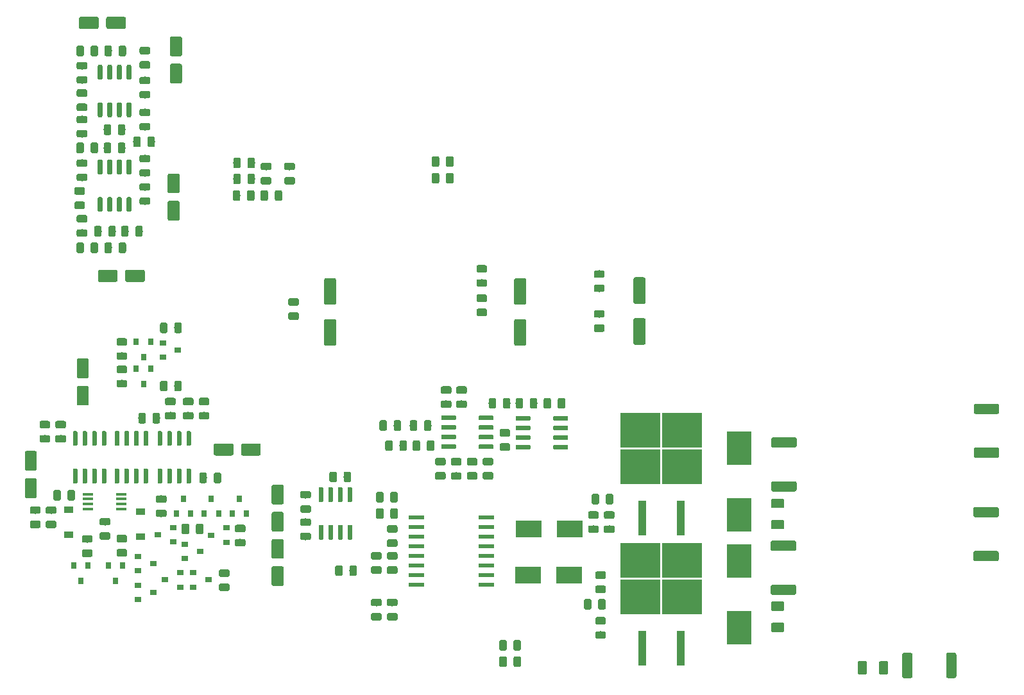
<source format=gtp>
G04 #@! TF.GenerationSoftware,KiCad,Pcbnew,(5.1.2)-2*
G04 #@! TF.CreationDate,2021-06-28T19:19:26-03:00*
G04 #@! TF.ProjectId,Amplificador_v2,416d706c-6966-4696-9361-646f725f7632,rev?*
G04 #@! TF.SameCoordinates,Original*
G04 #@! TF.FileFunction,Paste,Top*
G04 #@! TF.FilePolarity,Positive*
%FSLAX46Y46*%
G04 Gerber Fmt 4.6, Leading zero omitted, Abs format (unit mm)*
G04 Created by KiCad (PCBNEW (5.1.2)-2) date 2021-06-28 19:19:26*
%MOMM*%
%LPD*%
G04 APERTURE LIST*
%ADD10C,0.100000*%
%ADD11C,0.600000*%
%ADD12C,1.600000*%
%ADD13C,0.975000*%
%ADD14R,1.450000X0.450000*%
%ADD15R,0.900000X0.800000*%
%ADD16R,0.800000X0.900000*%
%ADD17R,1.200000X0.900000*%
%ADD18C,1.350000*%
%ADD19R,2.060000X0.600000*%
%ADD20R,5.250000X4.550000*%
%ADD21R,1.100000X4.600000*%
%ADD22R,3.300000X4.500000*%
%ADD23R,3.500000X2.300000*%
%ADD24C,1.250000*%
G04 APERTURE END LIST*
D10*
G36*
X63469703Y-107700722D02*
G01*
X63484264Y-107702882D01*
X63498543Y-107706459D01*
X63512403Y-107711418D01*
X63525710Y-107717712D01*
X63538336Y-107725280D01*
X63550159Y-107734048D01*
X63561066Y-107743934D01*
X63570952Y-107754841D01*
X63579720Y-107766664D01*
X63587288Y-107779290D01*
X63593582Y-107792597D01*
X63598541Y-107806457D01*
X63602118Y-107820736D01*
X63604278Y-107835297D01*
X63605000Y-107850000D01*
X63605000Y-109500000D01*
X63604278Y-109514703D01*
X63602118Y-109529264D01*
X63598541Y-109543543D01*
X63593582Y-109557403D01*
X63587288Y-109570710D01*
X63579720Y-109583336D01*
X63570952Y-109595159D01*
X63561066Y-109606066D01*
X63550159Y-109615952D01*
X63538336Y-109624720D01*
X63525710Y-109632288D01*
X63512403Y-109638582D01*
X63498543Y-109643541D01*
X63484264Y-109647118D01*
X63469703Y-109649278D01*
X63455000Y-109650000D01*
X63155000Y-109650000D01*
X63140297Y-109649278D01*
X63125736Y-109647118D01*
X63111457Y-109643541D01*
X63097597Y-109638582D01*
X63084290Y-109632288D01*
X63071664Y-109624720D01*
X63059841Y-109615952D01*
X63048934Y-109606066D01*
X63039048Y-109595159D01*
X63030280Y-109583336D01*
X63022712Y-109570710D01*
X63016418Y-109557403D01*
X63011459Y-109543543D01*
X63007882Y-109529264D01*
X63005722Y-109514703D01*
X63005000Y-109500000D01*
X63005000Y-107850000D01*
X63005722Y-107835297D01*
X63007882Y-107820736D01*
X63011459Y-107806457D01*
X63016418Y-107792597D01*
X63022712Y-107779290D01*
X63030280Y-107766664D01*
X63039048Y-107754841D01*
X63048934Y-107743934D01*
X63059841Y-107734048D01*
X63071664Y-107725280D01*
X63084290Y-107717712D01*
X63097597Y-107711418D01*
X63111457Y-107706459D01*
X63125736Y-107702882D01*
X63140297Y-107700722D01*
X63155000Y-107700000D01*
X63455000Y-107700000D01*
X63469703Y-107700722D01*
X63469703Y-107700722D01*
G37*
D11*
X63305000Y-108675000D03*
D10*
G36*
X62199703Y-107700722D02*
G01*
X62214264Y-107702882D01*
X62228543Y-107706459D01*
X62242403Y-107711418D01*
X62255710Y-107717712D01*
X62268336Y-107725280D01*
X62280159Y-107734048D01*
X62291066Y-107743934D01*
X62300952Y-107754841D01*
X62309720Y-107766664D01*
X62317288Y-107779290D01*
X62323582Y-107792597D01*
X62328541Y-107806457D01*
X62332118Y-107820736D01*
X62334278Y-107835297D01*
X62335000Y-107850000D01*
X62335000Y-109500000D01*
X62334278Y-109514703D01*
X62332118Y-109529264D01*
X62328541Y-109543543D01*
X62323582Y-109557403D01*
X62317288Y-109570710D01*
X62309720Y-109583336D01*
X62300952Y-109595159D01*
X62291066Y-109606066D01*
X62280159Y-109615952D01*
X62268336Y-109624720D01*
X62255710Y-109632288D01*
X62242403Y-109638582D01*
X62228543Y-109643541D01*
X62214264Y-109647118D01*
X62199703Y-109649278D01*
X62185000Y-109650000D01*
X61885000Y-109650000D01*
X61870297Y-109649278D01*
X61855736Y-109647118D01*
X61841457Y-109643541D01*
X61827597Y-109638582D01*
X61814290Y-109632288D01*
X61801664Y-109624720D01*
X61789841Y-109615952D01*
X61778934Y-109606066D01*
X61769048Y-109595159D01*
X61760280Y-109583336D01*
X61752712Y-109570710D01*
X61746418Y-109557403D01*
X61741459Y-109543543D01*
X61737882Y-109529264D01*
X61735722Y-109514703D01*
X61735000Y-109500000D01*
X61735000Y-107850000D01*
X61735722Y-107835297D01*
X61737882Y-107820736D01*
X61741459Y-107806457D01*
X61746418Y-107792597D01*
X61752712Y-107779290D01*
X61760280Y-107766664D01*
X61769048Y-107754841D01*
X61778934Y-107743934D01*
X61789841Y-107734048D01*
X61801664Y-107725280D01*
X61814290Y-107717712D01*
X61827597Y-107711418D01*
X61841457Y-107706459D01*
X61855736Y-107702882D01*
X61870297Y-107700722D01*
X61885000Y-107700000D01*
X62185000Y-107700000D01*
X62199703Y-107700722D01*
X62199703Y-107700722D01*
G37*
D11*
X62035000Y-108675000D03*
D10*
G36*
X60929703Y-107700722D02*
G01*
X60944264Y-107702882D01*
X60958543Y-107706459D01*
X60972403Y-107711418D01*
X60985710Y-107717712D01*
X60998336Y-107725280D01*
X61010159Y-107734048D01*
X61021066Y-107743934D01*
X61030952Y-107754841D01*
X61039720Y-107766664D01*
X61047288Y-107779290D01*
X61053582Y-107792597D01*
X61058541Y-107806457D01*
X61062118Y-107820736D01*
X61064278Y-107835297D01*
X61065000Y-107850000D01*
X61065000Y-109500000D01*
X61064278Y-109514703D01*
X61062118Y-109529264D01*
X61058541Y-109543543D01*
X61053582Y-109557403D01*
X61047288Y-109570710D01*
X61039720Y-109583336D01*
X61030952Y-109595159D01*
X61021066Y-109606066D01*
X61010159Y-109615952D01*
X60998336Y-109624720D01*
X60985710Y-109632288D01*
X60972403Y-109638582D01*
X60958543Y-109643541D01*
X60944264Y-109647118D01*
X60929703Y-109649278D01*
X60915000Y-109650000D01*
X60615000Y-109650000D01*
X60600297Y-109649278D01*
X60585736Y-109647118D01*
X60571457Y-109643541D01*
X60557597Y-109638582D01*
X60544290Y-109632288D01*
X60531664Y-109624720D01*
X60519841Y-109615952D01*
X60508934Y-109606066D01*
X60499048Y-109595159D01*
X60490280Y-109583336D01*
X60482712Y-109570710D01*
X60476418Y-109557403D01*
X60471459Y-109543543D01*
X60467882Y-109529264D01*
X60465722Y-109514703D01*
X60465000Y-109500000D01*
X60465000Y-107850000D01*
X60465722Y-107835297D01*
X60467882Y-107820736D01*
X60471459Y-107806457D01*
X60476418Y-107792597D01*
X60482712Y-107779290D01*
X60490280Y-107766664D01*
X60499048Y-107754841D01*
X60508934Y-107743934D01*
X60519841Y-107734048D01*
X60531664Y-107725280D01*
X60544290Y-107717712D01*
X60557597Y-107711418D01*
X60571457Y-107706459D01*
X60585736Y-107702882D01*
X60600297Y-107700722D01*
X60615000Y-107700000D01*
X60915000Y-107700000D01*
X60929703Y-107700722D01*
X60929703Y-107700722D01*
G37*
D11*
X60765000Y-108675000D03*
D10*
G36*
X59659703Y-107700722D02*
G01*
X59674264Y-107702882D01*
X59688543Y-107706459D01*
X59702403Y-107711418D01*
X59715710Y-107717712D01*
X59728336Y-107725280D01*
X59740159Y-107734048D01*
X59751066Y-107743934D01*
X59760952Y-107754841D01*
X59769720Y-107766664D01*
X59777288Y-107779290D01*
X59783582Y-107792597D01*
X59788541Y-107806457D01*
X59792118Y-107820736D01*
X59794278Y-107835297D01*
X59795000Y-107850000D01*
X59795000Y-109500000D01*
X59794278Y-109514703D01*
X59792118Y-109529264D01*
X59788541Y-109543543D01*
X59783582Y-109557403D01*
X59777288Y-109570710D01*
X59769720Y-109583336D01*
X59760952Y-109595159D01*
X59751066Y-109606066D01*
X59740159Y-109615952D01*
X59728336Y-109624720D01*
X59715710Y-109632288D01*
X59702403Y-109638582D01*
X59688543Y-109643541D01*
X59674264Y-109647118D01*
X59659703Y-109649278D01*
X59645000Y-109650000D01*
X59345000Y-109650000D01*
X59330297Y-109649278D01*
X59315736Y-109647118D01*
X59301457Y-109643541D01*
X59287597Y-109638582D01*
X59274290Y-109632288D01*
X59261664Y-109624720D01*
X59249841Y-109615952D01*
X59238934Y-109606066D01*
X59229048Y-109595159D01*
X59220280Y-109583336D01*
X59212712Y-109570710D01*
X59206418Y-109557403D01*
X59201459Y-109543543D01*
X59197882Y-109529264D01*
X59195722Y-109514703D01*
X59195000Y-109500000D01*
X59195000Y-107850000D01*
X59195722Y-107835297D01*
X59197882Y-107820736D01*
X59201459Y-107806457D01*
X59206418Y-107792597D01*
X59212712Y-107779290D01*
X59220280Y-107766664D01*
X59229048Y-107754841D01*
X59238934Y-107743934D01*
X59249841Y-107734048D01*
X59261664Y-107725280D01*
X59274290Y-107717712D01*
X59287597Y-107711418D01*
X59301457Y-107706459D01*
X59315736Y-107702882D01*
X59330297Y-107700722D01*
X59345000Y-107700000D01*
X59645000Y-107700000D01*
X59659703Y-107700722D01*
X59659703Y-107700722D01*
G37*
D11*
X59495000Y-108675000D03*
D10*
G36*
X59659703Y-102750722D02*
G01*
X59674264Y-102752882D01*
X59688543Y-102756459D01*
X59702403Y-102761418D01*
X59715710Y-102767712D01*
X59728336Y-102775280D01*
X59740159Y-102784048D01*
X59751066Y-102793934D01*
X59760952Y-102804841D01*
X59769720Y-102816664D01*
X59777288Y-102829290D01*
X59783582Y-102842597D01*
X59788541Y-102856457D01*
X59792118Y-102870736D01*
X59794278Y-102885297D01*
X59795000Y-102900000D01*
X59795000Y-104550000D01*
X59794278Y-104564703D01*
X59792118Y-104579264D01*
X59788541Y-104593543D01*
X59783582Y-104607403D01*
X59777288Y-104620710D01*
X59769720Y-104633336D01*
X59760952Y-104645159D01*
X59751066Y-104656066D01*
X59740159Y-104665952D01*
X59728336Y-104674720D01*
X59715710Y-104682288D01*
X59702403Y-104688582D01*
X59688543Y-104693541D01*
X59674264Y-104697118D01*
X59659703Y-104699278D01*
X59645000Y-104700000D01*
X59345000Y-104700000D01*
X59330297Y-104699278D01*
X59315736Y-104697118D01*
X59301457Y-104693541D01*
X59287597Y-104688582D01*
X59274290Y-104682288D01*
X59261664Y-104674720D01*
X59249841Y-104665952D01*
X59238934Y-104656066D01*
X59229048Y-104645159D01*
X59220280Y-104633336D01*
X59212712Y-104620710D01*
X59206418Y-104607403D01*
X59201459Y-104593543D01*
X59197882Y-104579264D01*
X59195722Y-104564703D01*
X59195000Y-104550000D01*
X59195000Y-102900000D01*
X59195722Y-102885297D01*
X59197882Y-102870736D01*
X59201459Y-102856457D01*
X59206418Y-102842597D01*
X59212712Y-102829290D01*
X59220280Y-102816664D01*
X59229048Y-102804841D01*
X59238934Y-102793934D01*
X59249841Y-102784048D01*
X59261664Y-102775280D01*
X59274290Y-102767712D01*
X59287597Y-102761418D01*
X59301457Y-102756459D01*
X59315736Y-102752882D01*
X59330297Y-102750722D01*
X59345000Y-102750000D01*
X59645000Y-102750000D01*
X59659703Y-102750722D01*
X59659703Y-102750722D01*
G37*
D11*
X59495000Y-103725000D03*
D10*
G36*
X60929703Y-102750722D02*
G01*
X60944264Y-102752882D01*
X60958543Y-102756459D01*
X60972403Y-102761418D01*
X60985710Y-102767712D01*
X60998336Y-102775280D01*
X61010159Y-102784048D01*
X61021066Y-102793934D01*
X61030952Y-102804841D01*
X61039720Y-102816664D01*
X61047288Y-102829290D01*
X61053582Y-102842597D01*
X61058541Y-102856457D01*
X61062118Y-102870736D01*
X61064278Y-102885297D01*
X61065000Y-102900000D01*
X61065000Y-104550000D01*
X61064278Y-104564703D01*
X61062118Y-104579264D01*
X61058541Y-104593543D01*
X61053582Y-104607403D01*
X61047288Y-104620710D01*
X61039720Y-104633336D01*
X61030952Y-104645159D01*
X61021066Y-104656066D01*
X61010159Y-104665952D01*
X60998336Y-104674720D01*
X60985710Y-104682288D01*
X60972403Y-104688582D01*
X60958543Y-104693541D01*
X60944264Y-104697118D01*
X60929703Y-104699278D01*
X60915000Y-104700000D01*
X60615000Y-104700000D01*
X60600297Y-104699278D01*
X60585736Y-104697118D01*
X60571457Y-104693541D01*
X60557597Y-104688582D01*
X60544290Y-104682288D01*
X60531664Y-104674720D01*
X60519841Y-104665952D01*
X60508934Y-104656066D01*
X60499048Y-104645159D01*
X60490280Y-104633336D01*
X60482712Y-104620710D01*
X60476418Y-104607403D01*
X60471459Y-104593543D01*
X60467882Y-104579264D01*
X60465722Y-104564703D01*
X60465000Y-104550000D01*
X60465000Y-102900000D01*
X60465722Y-102885297D01*
X60467882Y-102870736D01*
X60471459Y-102856457D01*
X60476418Y-102842597D01*
X60482712Y-102829290D01*
X60490280Y-102816664D01*
X60499048Y-102804841D01*
X60508934Y-102793934D01*
X60519841Y-102784048D01*
X60531664Y-102775280D01*
X60544290Y-102767712D01*
X60557597Y-102761418D01*
X60571457Y-102756459D01*
X60585736Y-102752882D01*
X60600297Y-102750722D01*
X60615000Y-102750000D01*
X60915000Y-102750000D01*
X60929703Y-102750722D01*
X60929703Y-102750722D01*
G37*
D11*
X60765000Y-103725000D03*
D10*
G36*
X62199703Y-102750722D02*
G01*
X62214264Y-102752882D01*
X62228543Y-102756459D01*
X62242403Y-102761418D01*
X62255710Y-102767712D01*
X62268336Y-102775280D01*
X62280159Y-102784048D01*
X62291066Y-102793934D01*
X62300952Y-102804841D01*
X62309720Y-102816664D01*
X62317288Y-102829290D01*
X62323582Y-102842597D01*
X62328541Y-102856457D01*
X62332118Y-102870736D01*
X62334278Y-102885297D01*
X62335000Y-102900000D01*
X62335000Y-104550000D01*
X62334278Y-104564703D01*
X62332118Y-104579264D01*
X62328541Y-104593543D01*
X62323582Y-104607403D01*
X62317288Y-104620710D01*
X62309720Y-104633336D01*
X62300952Y-104645159D01*
X62291066Y-104656066D01*
X62280159Y-104665952D01*
X62268336Y-104674720D01*
X62255710Y-104682288D01*
X62242403Y-104688582D01*
X62228543Y-104693541D01*
X62214264Y-104697118D01*
X62199703Y-104699278D01*
X62185000Y-104700000D01*
X61885000Y-104700000D01*
X61870297Y-104699278D01*
X61855736Y-104697118D01*
X61841457Y-104693541D01*
X61827597Y-104688582D01*
X61814290Y-104682288D01*
X61801664Y-104674720D01*
X61789841Y-104665952D01*
X61778934Y-104656066D01*
X61769048Y-104645159D01*
X61760280Y-104633336D01*
X61752712Y-104620710D01*
X61746418Y-104607403D01*
X61741459Y-104593543D01*
X61737882Y-104579264D01*
X61735722Y-104564703D01*
X61735000Y-104550000D01*
X61735000Y-102900000D01*
X61735722Y-102885297D01*
X61737882Y-102870736D01*
X61741459Y-102856457D01*
X61746418Y-102842597D01*
X61752712Y-102829290D01*
X61760280Y-102816664D01*
X61769048Y-102804841D01*
X61778934Y-102793934D01*
X61789841Y-102784048D01*
X61801664Y-102775280D01*
X61814290Y-102767712D01*
X61827597Y-102761418D01*
X61841457Y-102756459D01*
X61855736Y-102752882D01*
X61870297Y-102750722D01*
X61885000Y-102750000D01*
X62185000Y-102750000D01*
X62199703Y-102750722D01*
X62199703Y-102750722D01*
G37*
D11*
X62035000Y-103725000D03*
D10*
G36*
X63469703Y-102750722D02*
G01*
X63484264Y-102752882D01*
X63498543Y-102756459D01*
X63512403Y-102761418D01*
X63525710Y-102767712D01*
X63538336Y-102775280D01*
X63550159Y-102784048D01*
X63561066Y-102793934D01*
X63570952Y-102804841D01*
X63579720Y-102816664D01*
X63587288Y-102829290D01*
X63593582Y-102842597D01*
X63598541Y-102856457D01*
X63602118Y-102870736D01*
X63604278Y-102885297D01*
X63605000Y-102900000D01*
X63605000Y-104550000D01*
X63604278Y-104564703D01*
X63602118Y-104579264D01*
X63598541Y-104593543D01*
X63593582Y-104607403D01*
X63587288Y-104620710D01*
X63579720Y-104633336D01*
X63570952Y-104645159D01*
X63561066Y-104656066D01*
X63550159Y-104665952D01*
X63538336Y-104674720D01*
X63525710Y-104682288D01*
X63512403Y-104688582D01*
X63498543Y-104693541D01*
X63484264Y-104697118D01*
X63469703Y-104699278D01*
X63455000Y-104700000D01*
X63155000Y-104700000D01*
X63140297Y-104699278D01*
X63125736Y-104697118D01*
X63111457Y-104693541D01*
X63097597Y-104688582D01*
X63084290Y-104682288D01*
X63071664Y-104674720D01*
X63059841Y-104665952D01*
X63048934Y-104656066D01*
X63039048Y-104645159D01*
X63030280Y-104633336D01*
X63022712Y-104620710D01*
X63016418Y-104607403D01*
X63011459Y-104593543D01*
X63007882Y-104579264D01*
X63005722Y-104564703D01*
X63005000Y-104550000D01*
X63005000Y-102900000D01*
X63005722Y-102885297D01*
X63007882Y-102870736D01*
X63011459Y-102856457D01*
X63016418Y-102842597D01*
X63022712Y-102829290D01*
X63030280Y-102816664D01*
X63039048Y-102804841D01*
X63048934Y-102793934D01*
X63059841Y-102784048D01*
X63071664Y-102775280D01*
X63084290Y-102767712D01*
X63097597Y-102761418D01*
X63111457Y-102756459D01*
X63125736Y-102752882D01*
X63140297Y-102750722D01*
X63155000Y-102750000D01*
X63455000Y-102750000D01*
X63469703Y-102750722D01*
X63469703Y-102750722D01*
G37*
D11*
X63305000Y-103725000D03*
D10*
G36*
X63469703Y-95200722D02*
G01*
X63484264Y-95202882D01*
X63498543Y-95206459D01*
X63512403Y-95211418D01*
X63525710Y-95217712D01*
X63538336Y-95225280D01*
X63550159Y-95234048D01*
X63561066Y-95243934D01*
X63570952Y-95254841D01*
X63579720Y-95266664D01*
X63587288Y-95279290D01*
X63593582Y-95292597D01*
X63598541Y-95306457D01*
X63602118Y-95320736D01*
X63604278Y-95335297D01*
X63605000Y-95350000D01*
X63605000Y-97000000D01*
X63604278Y-97014703D01*
X63602118Y-97029264D01*
X63598541Y-97043543D01*
X63593582Y-97057403D01*
X63587288Y-97070710D01*
X63579720Y-97083336D01*
X63570952Y-97095159D01*
X63561066Y-97106066D01*
X63550159Y-97115952D01*
X63538336Y-97124720D01*
X63525710Y-97132288D01*
X63512403Y-97138582D01*
X63498543Y-97143541D01*
X63484264Y-97147118D01*
X63469703Y-97149278D01*
X63455000Y-97150000D01*
X63155000Y-97150000D01*
X63140297Y-97149278D01*
X63125736Y-97147118D01*
X63111457Y-97143541D01*
X63097597Y-97138582D01*
X63084290Y-97132288D01*
X63071664Y-97124720D01*
X63059841Y-97115952D01*
X63048934Y-97106066D01*
X63039048Y-97095159D01*
X63030280Y-97083336D01*
X63022712Y-97070710D01*
X63016418Y-97057403D01*
X63011459Y-97043543D01*
X63007882Y-97029264D01*
X63005722Y-97014703D01*
X63005000Y-97000000D01*
X63005000Y-95350000D01*
X63005722Y-95335297D01*
X63007882Y-95320736D01*
X63011459Y-95306457D01*
X63016418Y-95292597D01*
X63022712Y-95279290D01*
X63030280Y-95266664D01*
X63039048Y-95254841D01*
X63048934Y-95243934D01*
X63059841Y-95234048D01*
X63071664Y-95225280D01*
X63084290Y-95217712D01*
X63097597Y-95211418D01*
X63111457Y-95206459D01*
X63125736Y-95202882D01*
X63140297Y-95200722D01*
X63155000Y-95200000D01*
X63455000Y-95200000D01*
X63469703Y-95200722D01*
X63469703Y-95200722D01*
G37*
D11*
X63305000Y-96175000D03*
D10*
G36*
X62199703Y-95200722D02*
G01*
X62214264Y-95202882D01*
X62228543Y-95206459D01*
X62242403Y-95211418D01*
X62255710Y-95217712D01*
X62268336Y-95225280D01*
X62280159Y-95234048D01*
X62291066Y-95243934D01*
X62300952Y-95254841D01*
X62309720Y-95266664D01*
X62317288Y-95279290D01*
X62323582Y-95292597D01*
X62328541Y-95306457D01*
X62332118Y-95320736D01*
X62334278Y-95335297D01*
X62335000Y-95350000D01*
X62335000Y-97000000D01*
X62334278Y-97014703D01*
X62332118Y-97029264D01*
X62328541Y-97043543D01*
X62323582Y-97057403D01*
X62317288Y-97070710D01*
X62309720Y-97083336D01*
X62300952Y-97095159D01*
X62291066Y-97106066D01*
X62280159Y-97115952D01*
X62268336Y-97124720D01*
X62255710Y-97132288D01*
X62242403Y-97138582D01*
X62228543Y-97143541D01*
X62214264Y-97147118D01*
X62199703Y-97149278D01*
X62185000Y-97150000D01*
X61885000Y-97150000D01*
X61870297Y-97149278D01*
X61855736Y-97147118D01*
X61841457Y-97143541D01*
X61827597Y-97138582D01*
X61814290Y-97132288D01*
X61801664Y-97124720D01*
X61789841Y-97115952D01*
X61778934Y-97106066D01*
X61769048Y-97095159D01*
X61760280Y-97083336D01*
X61752712Y-97070710D01*
X61746418Y-97057403D01*
X61741459Y-97043543D01*
X61737882Y-97029264D01*
X61735722Y-97014703D01*
X61735000Y-97000000D01*
X61735000Y-95350000D01*
X61735722Y-95335297D01*
X61737882Y-95320736D01*
X61741459Y-95306457D01*
X61746418Y-95292597D01*
X61752712Y-95279290D01*
X61760280Y-95266664D01*
X61769048Y-95254841D01*
X61778934Y-95243934D01*
X61789841Y-95234048D01*
X61801664Y-95225280D01*
X61814290Y-95217712D01*
X61827597Y-95211418D01*
X61841457Y-95206459D01*
X61855736Y-95202882D01*
X61870297Y-95200722D01*
X61885000Y-95200000D01*
X62185000Y-95200000D01*
X62199703Y-95200722D01*
X62199703Y-95200722D01*
G37*
D11*
X62035000Y-96175000D03*
D10*
G36*
X60929703Y-95200722D02*
G01*
X60944264Y-95202882D01*
X60958543Y-95206459D01*
X60972403Y-95211418D01*
X60985710Y-95217712D01*
X60998336Y-95225280D01*
X61010159Y-95234048D01*
X61021066Y-95243934D01*
X61030952Y-95254841D01*
X61039720Y-95266664D01*
X61047288Y-95279290D01*
X61053582Y-95292597D01*
X61058541Y-95306457D01*
X61062118Y-95320736D01*
X61064278Y-95335297D01*
X61065000Y-95350000D01*
X61065000Y-97000000D01*
X61064278Y-97014703D01*
X61062118Y-97029264D01*
X61058541Y-97043543D01*
X61053582Y-97057403D01*
X61047288Y-97070710D01*
X61039720Y-97083336D01*
X61030952Y-97095159D01*
X61021066Y-97106066D01*
X61010159Y-97115952D01*
X60998336Y-97124720D01*
X60985710Y-97132288D01*
X60972403Y-97138582D01*
X60958543Y-97143541D01*
X60944264Y-97147118D01*
X60929703Y-97149278D01*
X60915000Y-97150000D01*
X60615000Y-97150000D01*
X60600297Y-97149278D01*
X60585736Y-97147118D01*
X60571457Y-97143541D01*
X60557597Y-97138582D01*
X60544290Y-97132288D01*
X60531664Y-97124720D01*
X60519841Y-97115952D01*
X60508934Y-97106066D01*
X60499048Y-97095159D01*
X60490280Y-97083336D01*
X60482712Y-97070710D01*
X60476418Y-97057403D01*
X60471459Y-97043543D01*
X60467882Y-97029264D01*
X60465722Y-97014703D01*
X60465000Y-97000000D01*
X60465000Y-95350000D01*
X60465722Y-95335297D01*
X60467882Y-95320736D01*
X60471459Y-95306457D01*
X60476418Y-95292597D01*
X60482712Y-95279290D01*
X60490280Y-95266664D01*
X60499048Y-95254841D01*
X60508934Y-95243934D01*
X60519841Y-95234048D01*
X60531664Y-95225280D01*
X60544290Y-95217712D01*
X60557597Y-95211418D01*
X60571457Y-95206459D01*
X60585736Y-95202882D01*
X60600297Y-95200722D01*
X60615000Y-95200000D01*
X60915000Y-95200000D01*
X60929703Y-95200722D01*
X60929703Y-95200722D01*
G37*
D11*
X60765000Y-96175000D03*
D10*
G36*
X59659703Y-95200722D02*
G01*
X59674264Y-95202882D01*
X59688543Y-95206459D01*
X59702403Y-95211418D01*
X59715710Y-95217712D01*
X59728336Y-95225280D01*
X59740159Y-95234048D01*
X59751066Y-95243934D01*
X59760952Y-95254841D01*
X59769720Y-95266664D01*
X59777288Y-95279290D01*
X59783582Y-95292597D01*
X59788541Y-95306457D01*
X59792118Y-95320736D01*
X59794278Y-95335297D01*
X59795000Y-95350000D01*
X59795000Y-97000000D01*
X59794278Y-97014703D01*
X59792118Y-97029264D01*
X59788541Y-97043543D01*
X59783582Y-97057403D01*
X59777288Y-97070710D01*
X59769720Y-97083336D01*
X59760952Y-97095159D01*
X59751066Y-97106066D01*
X59740159Y-97115952D01*
X59728336Y-97124720D01*
X59715710Y-97132288D01*
X59702403Y-97138582D01*
X59688543Y-97143541D01*
X59674264Y-97147118D01*
X59659703Y-97149278D01*
X59645000Y-97150000D01*
X59345000Y-97150000D01*
X59330297Y-97149278D01*
X59315736Y-97147118D01*
X59301457Y-97143541D01*
X59287597Y-97138582D01*
X59274290Y-97132288D01*
X59261664Y-97124720D01*
X59249841Y-97115952D01*
X59238934Y-97106066D01*
X59229048Y-97095159D01*
X59220280Y-97083336D01*
X59212712Y-97070710D01*
X59206418Y-97057403D01*
X59201459Y-97043543D01*
X59197882Y-97029264D01*
X59195722Y-97014703D01*
X59195000Y-97000000D01*
X59195000Y-95350000D01*
X59195722Y-95335297D01*
X59197882Y-95320736D01*
X59201459Y-95306457D01*
X59206418Y-95292597D01*
X59212712Y-95279290D01*
X59220280Y-95266664D01*
X59229048Y-95254841D01*
X59238934Y-95243934D01*
X59249841Y-95234048D01*
X59261664Y-95225280D01*
X59274290Y-95217712D01*
X59287597Y-95211418D01*
X59301457Y-95206459D01*
X59315736Y-95202882D01*
X59330297Y-95200722D01*
X59345000Y-95200000D01*
X59645000Y-95200000D01*
X59659703Y-95200722D01*
X59659703Y-95200722D01*
G37*
D11*
X59495000Y-96175000D03*
D10*
G36*
X59659703Y-90250722D02*
G01*
X59674264Y-90252882D01*
X59688543Y-90256459D01*
X59702403Y-90261418D01*
X59715710Y-90267712D01*
X59728336Y-90275280D01*
X59740159Y-90284048D01*
X59751066Y-90293934D01*
X59760952Y-90304841D01*
X59769720Y-90316664D01*
X59777288Y-90329290D01*
X59783582Y-90342597D01*
X59788541Y-90356457D01*
X59792118Y-90370736D01*
X59794278Y-90385297D01*
X59795000Y-90400000D01*
X59795000Y-92050000D01*
X59794278Y-92064703D01*
X59792118Y-92079264D01*
X59788541Y-92093543D01*
X59783582Y-92107403D01*
X59777288Y-92120710D01*
X59769720Y-92133336D01*
X59760952Y-92145159D01*
X59751066Y-92156066D01*
X59740159Y-92165952D01*
X59728336Y-92174720D01*
X59715710Y-92182288D01*
X59702403Y-92188582D01*
X59688543Y-92193541D01*
X59674264Y-92197118D01*
X59659703Y-92199278D01*
X59645000Y-92200000D01*
X59345000Y-92200000D01*
X59330297Y-92199278D01*
X59315736Y-92197118D01*
X59301457Y-92193541D01*
X59287597Y-92188582D01*
X59274290Y-92182288D01*
X59261664Y-92174720D01*
X59249841Y-92165952D01*
X59238934Y-92156066D01*
X59229048Y-92145159D01*
X59220280Y-92133336D01*
X59212712Y-92120710D01*
X59206418Y-92107403D01*
X59201459Y-92093543D01*
X59197882Y-92079264D01*
X59195722Y-92064703D01*
X59195000Y-92050000D01*
X59195000Y-90400000D01*
X59195722Y-90385297D01*
X59197882Y-90370736D01*
X59201459Y-90356457D01*
X59206418Y-90342597D01*
X59212712Y-90329290D01*
X59220280Y-90316664D01*
X59229048Y-90304841D01*
X59238934Y-90293934D01*
X59249841Y-90284048D01*
X59261664Y-90275280D01*
X59274290Y-90267712D01*
X59287597Y-90261418D01*
X59301457Y-90256459D01*
X59315736Y-90252882D01*
X59330297Y-90250722D01*
X59345000Y-90250000D01*
X59645000Y-90250000D01*
X59659703Y-90250722D01*
X59659703Y-90250722D01*
G37*
D11*
X59495000Y-91225000D03*
D10*
G36*
X60929703Y-90250722D02*
G01*
X60944264Y-90252882D01*
X60958543Y-90256459D01*
X60972403Y-90261418D01*
X60985710Y-90267712D01*
X60998336Y-90275280D01*
X61010159Y-90284048D01*
X61021066Y-90293934D01*
X61030952Y-90304841D01*
X61039720Y-90316664D01*
X61047288Y-90329290D01*
X61053582Y-90342597D01*
X61058541Y-90356457D01*
X61062118Y-90370736D01*
X61064278Y-90385297D01*
X61065000Y-90400000D01*
X61065000Y-92050000D01*
X61064278Y-92064703D01*
X61062118Y-92079264D01*
X61058541Y-92093543D01*
X61053582Y-92107403D01*
X61047288Y-92120710D01*
X61039720Y-92133336D01*
X61030952Y-92145159D01*
X61021066Y-92156066D01*
X61010159Y-92165952D01*
X60998336Y-92174720D01*
X60985710Y-92182288D01*
X60972403Y-92188582D01*
X60958543Y-92193541D01*
X60944264Y-92197118D01*
X60929703Y-92199278D01*
X60915000Y-92200000D01*
X60615000Y-92200000D01*
X60600297Y-92199278D01*
X60585736Y-92197118D01*
X60571457Y-92193541D01*
X60557597Y-92188582D01*
X60544290Y-92182288D01*
X60531664Y-92174720D01*
X60519841Y-92165952D01*
X60508934Y-92156066D01*
X60499048Y-92145159D01*
X60490280Y-92133336D01*
X60482712Y-92120710D01*
X60476418Y-92107403D01*
X60471459Y-92093543D01*
X60467882Y-92079264D01*
X60465722Y-92064703D01*
X60465000Y-92050000D01*
X60465000Y-90400000D01*
X60465722Y-90385297D01*
X60467882Y-90370736D01*
X60471459Y-90356457D01*
X60476418Y-90342597D01*
X60482712Y-90329290D01*
X60490280Y-90316664D01*
X60499048Y-90304841D01*
X60508934Y-90293934D01*
X60519841Y-90284048D01*
X60531664Y-90275280D01*
X60544290Y-90267712D01*
X60557597Y-90261418D01*
X60571457Y-90256459D01*
X60585736Y-90252882D01*
X60600297Y-90250722D01*
X60615000Y-90250000D01*
X60915000Y-90250000D01*
X60929703Y-90250722D01*
X60929703Y-90250722D01*
G37*
D11*
X60765000Y-91225000D03*
D10*
G36*
X62199703Y-90250722D02*
G01*
X62214264Y-90252882D01*
X62228543Y-90256459D01*
X62242403Y-90261418D01*
X62255710Y-90267712D01*
X62268336Y-90275280D01*
X62280159Y-90284048D01*
X62291066Y-90293934D01*
X62300952Y-90304841D01*
X62309720Y-90316664D01*
X62317288Y-90329290D01*
X62323582Y-90342597D01*
X62328541Y-90356457D01*
X62332118Y-90370736D01*
X62334278Y-90385297D01*
X62335000Y-90400000D01*
X62335000Y-92050000D01*
X62334278Y-92064703D01*
X62332118Y-92079264D01*
X62328541Y-92093543D01*
X62323582Y-92107403D01*
X62317288Y-92120710D01*
X62309720Y-92133336D01*
X62300952Y-92145159D01*
X62291066Y-92156066D01*
X62280159Y-92165952D01*
X62268336Y-92174720D01*
X62255710Y-92182288D01*
X62242403Y-92188582D01*
X62228543Y-92193541D01*
X62214264Y-92197118D01*
X62199703Y-92199278D01*
X62185000Y-92200000D01*
X61885000Y-92200000D01*
X61870297Y-92199278D01*
X61855736Y-92197118D01*
X61841457Y-92193541D01*
X61827597Y-92188582D01*
X61814290Y-92182288D01*
X61801664Y-92174720D01*
X61789841Y-92165952D01*
X61778934Y-92156066D01*
X61769048Y-92145159D01*
X61760280Y-92133336D01*
X61752712Y-92120710D01*
X61746418Y-92107403D01*
X61741459Y-92093543D01*
X61737882Y-92079264D01*
X61735722Y-92064703D01*
X61735000Y-92050000D01*
X61735000Y-90400000D01*
X61735722Y-90385297D01*
X61737882Y-90370736D01*
X61741459Y-90356457D01*
X61746418Y-90342597D01*
X61752712Y-90329290D01*
X61760280Y-90316664D01*
X61769048Y-90304841D01*
X61778934Y-90293934D01*
X61789841Y-90284048D01*
X61801664Y-90275280D01*
X61814290Y-90267712D01*
X61827597Y-90261418D01*
X61841457Y-90256459D01*
X61855736Y-90252882D01*
X61870297Y-90250722D01*
X61885000Y-90250000D01*
X62185000Y-90250000D01*
X62199703Y-90250722D01*
X62199703Y-90250722D01*
G37*
D11*
X62035000Y-91225000D03*
D10*
G36*
X63469703Y-90250722D02*
G01*
X63484264Y-90252882D01*
X63498543Y-90256459D01*
X63512403Y-90261418D01*
X63525710Y-90267712D01*
X63538336Y-90275280D01*
X63550159Y-90284048D01*
X63561066Y-90293934D01*
X63570952Y-90304841D01*
X63579720Y-90316664D01*
X63587288Y-90329290D01*
X63593582Y-90342597D01*
X63598541Y-90356457D01*
X63602118Y-90370736D01*
X63604278Y-90385297D01*
X63605000Y-90400000D01*
X63605000Y-92050000D01*
X63604278Y-92064703D01*
X63602118Y-92079264D01*
X63598541Y-92093543D01*
X63593582Y-92107403D01*
X63587288Y-92120710D01*
X63579720Y-92133336D01*
X63570952Y-92145159D01*
X63561066Y-92156066D01*
X63550159Y-92165952D01*
X63538336Y-92174720D01*
X63525710Y-92182288D01*
X63512403Y-92188582D01*
X63498543Y-92193541D01*
X63484264Y-92197118D01*
X63469703Y-92199278D01*
X63455000Y-92200000D01*
X63155000Y-92200000D01*
X63140297Y-92199278D01*
X63125736Y-92197118D01*
X63111457Y-92193541D01*
X63097597Y-92188582D01*
X63084290Y-92182288D01*
X63071664Y-92174720D01*
X63059841Y-92165952D01*
X63048934Y-92156066D01*
X63039048Y-92145159D01*
X63030280Y-92133336D01*
X63022712Y-92120710D01*
X63016418Y-92107403D01*
X63011459Y-92093543D01*
X63007882Y-92079264D01*
X63005722Y-92064703D01*
X63005000Y-92050000D01*
X63005000Y-90400000D01*
X63005722Y-90385297D01*
X63007882Y-90370736D01*
X63011459Y-90356457D01*
X63016418Y-90342597D01*
X63022712Y-90329290D01*
X63030280Y-90316664D01*
X63039048Y-90304841D01*
X63048934Y-90293934D01*
X63059841Y-90284048D01*
X63071664Y-90275280D01*
X63084290Y-90267712D01*
X63097597Y-90261418D01*
X63111457Y-90256459D01*
X63125736Y-90252882D01*
X63140297Y-90250722D01*
X63155000Y-90250000D01*
X63455000Y-90250000D01*
X63469703Y-90250722D01*
X63469703Y-90250722D01*
G37*
D11*
X63305000Y-91225000D03*
D10*
G36*
X69774504Y-104601204D02*
G01*
X69798773Y-104604804D01*
X69822571Y-104610765D01*
X69845671Y-104619030D01*
X69867849Y-104629520D01*
X69888893Y-104642133D01*
X69908598Y-104656747D01*
X69926777Y-104673223D01*
X69943253Y-104691402D01*
X69957867Y-104711107D01*
X69970480Y-104732151D01*
X69980970Y-104754329D01*
X69989235Y-104777429D01*
X69995196Y-104801227D01*
X69998796Y-104825496D01*
X70000000Y-104850000D01*
X70000000Y-106950000D01*
X69998796Y-106974504D01*
X69995196Y-106998773D01*
X69989235Y-107022571D01*
X69980970Y-107045671D01*
X69970480Y-107067849D01*
X69957867Y-107088893D01*
X69943253Y-107108598D01*
X69926777Y-107126777D01*
X69908598Y-107143253D01*
X69888893Y-107157867D01*
X69867849Y-107170480D01*
X69845671Y-107180970D01*
X69822571Y-107189235D01*
X69798773Y-107195196D01*
X69774504Y-107198796D01*
X69750000Y-107200000D01*
X68650000Y-107200000D01*
X68625496Y-107198796D01*
X68601227Y-107195196D01*
X68577429Y-107189235D01*
X68554329Y-107180970D01*
X68532151Y-107170480D01*
X68511107Y-107157867D01*
X68491402Y-107143253D01*
X68473223Y-107126777D01*
X68456747Y-107108598D01*
X68442133Y-107088893D01*
X68429520Y-107067849D01*
X68419030Y-107045671D01*
X68410765Y-107022571D01*
X68404804Y-106998773D01*
X68401204Y-106974504D01*
X68400000Y-106950000D01*
X68400000Y-104850000D01*
X68401204Y-104825496D01*
X68404804Y-104801227D01*
X68410765Y-104777429D01*
X68419030Y-104754329D01*
X68429520Y-104732151D01*
X68442133Y-104711107D01*
X68456747Y-104691402D01*
X68473223Y-104673223D01*
X68491402Y-104656747D01*
X68511107Y-104642133D01*
X68532151Y-104629520D01*
X68554329Y-104619030D01*
X68577429Y-104610765D01*
X68601227Y-104604804D01*
X68625496Y-104601204D01*
X68650000Y-104600000D01*
X69750000Y-104600000D01*
X69774504Y-104601204D01*
X69774504Y-104601204D01*
G37*
D12*
X69200000Y-105900000D03*
D10*
G36*
X69774504Y-108201204D02*
G01*
X69798773Y-108204804D01*
X69822571Y-108210765D01*
X69845671Y-108219030D01*
X69867849Y-108229520D01*
X69888893Y-108242133D01*
X69908598Y-108256747D01*
X69926777Y-108273223D01*
X69943253Y-108291402D01*
X69957867Y-108311107D01*
X69970480Y-108332151D01*
X69980970Y-108354329D01*
X69989235Y-108377429D01*
X69995196Y-108401227D01*
X69998796Y-108425496D01*
X70000000Y-108450000D01*
X70000000Y-110550000D01*
X69998796Y-110574504D01*
X69995196Y-110598773D01*
X69989235Y-110622571D01*
X69980970Y-110645671D01*
X69970480Y-110667849D01*
X69957867Y-110688893D01*
X69943253Y-110708598D01*
X69926777Y-110726777D01*
X69908598Y-110743253D01*
X69888893Y-110757867D01*
X69867849Y-110770480D01*
X69845671Y-110780970D01*
X69822571Y-110789235D01*
X69798773Y-110795196D01*
X69774504Y-110798796D01*
X69750000Y-110800000D01*
X68650000Y-110800000D01*
X68625496Y-110798796D01*
X68601227Y-110795196D01*
X68577429Y-110789235D01*
X68554329Y-110780970D01*
X68532151Y-110770480D01*
X68511107Y-110757867D01*
X68491402Y-110743253D01*
X68473223Y-110726777D01*
X68456747Y-110708598D01*
X68442133Y-110688893D01*
X68429520Y-110667849D01*
X68419030Y-110645671D01*
X68410765Y-110622571D01*
X68404804Y-110598773D01*
X68401204Y-110574504D01*
X68400000Y-110550000D01*
X68400000Y-108450000D01*
X68401204Y-108425496D01*
X68404804Y-108401227D01*
X68410765Y-108377429D01*
X68419030Y-108354329D01*
X68429520Y-108332151D01*
X68442133Y-108311107D01*
X68456747Y-108291402D01*
X68473223Y-108273223D01*
X68491402Y-108256747D01*
X68511107Y-108242133D01*
X68532151Y-108229520D01*
X68554329Y-108219030D01*
X68577429Y-108210765D01*
X68601227Y-108204804D01*
X68625496Y-108201204D01*
X68650000Y-108200000D01*
X69750000Y-108200000D01*
X69774504Y-108201204D01*
X69774504Y-108201204D01*
G37*
D12*
X69200000Y-109500000D03*
D10*
G36*
X61574504Y-117301204D02*
G01*
X61598773Y-117304804D01*
X61622571Y-117310765D01*
X61645671Y-117319030D01*
X61667849Y-117329520D01*
X61688893Y-117342133D01*
X61708598Y-117356747D01*
X61726777Y-117373223D01*
X61743253Y-117391402D01*
X61757867Y-117411107D01*
X61770480Y-117432151D01*
X61780970Y-117454329D01*
X61789235Y-117477429D01*
X61795196Y-117501227D01*
X61798796Y-117525496D01*
X61800000Y-117550000D01*
X61800000Y-118650000D01*
X61798796Y-118674504D01*
X61795196Y-118698773D01*
X61789235Y-118722571D01*
X61780970Y-118745671D01*
X61770480Y-118767849D01*
X61757867Y-118788893D01*
X61743253Y-118808598D01*
X61726777Y-118826777D01*
X61708598Y-118843253D01*
X61688893Y-118857867D01*
X61667849Y-118870480D01*
X61645671Y-118880970D01*
X61622571Y-118889235D01*
X61598773Y-118895196D01*
X61574504Y-118898796D01*
X61550000Y-118900000D01*
X59450000Y-118900000D01*
X59425496Y-118898796D01*
X59401227Y-118895196D01*
X59377429Y-118889235D01*
X59354329Y-118880970D01*
X59332151Y-118870480D01*
X59311107Y-118857867D01*
X59291402Y-118843253D01*
X59273223Y-118826777D01*
X59256747Y-118808598D01*
X59242133Y-118788893D01*
X59229520Y-118767849D01*
X59219030Y-118745671D01*
X59210765Y-118722571D01*
X59204804Y-118698773D01*
X59201204Y-118674504D01*
X59200000Y-118650000D01*
X59200000Y-117550000D01*
X59201204Y-117525496D01*
X59204804Y-117501227D01*
X59210765Y-117477429D01*
X59219030Y-117454329D01*
X59229520Y-117432151D01*
X59242133Y-117411107D01*
X59256747Y-117391402D01*
X59273223Y-117373223D01*
X59291402Y-117356747D01*
X59311107Y-117342133D01*
X59332151Y-117329520D01*
X59354329Y-117319030D01*
X59377429Y-117310765D01*
X59401227Y-117304804D01*
X59425496Y-117301204D01*
X59450000Y-117300000D01*
X61550000Y-117300000D01*
X61574504Y-117301204D01*
X61574504Y-117301204D01*
G37*
D12*
X60500000Y-118100000D03*
D10*
G36*
X65174504Y-117301204D02*
G01*
X65198773Y-117304804D01*
X65222571Y-117310765D01*
X65245671Y-117319030D01*
X65267849Y-117329520D01*
X65288893Y-117342133D01*
X65308598Y-117356747D01*
X65326777Y-117373223D01*
X65343253Y-117391402D01*
X65357867Y-117411107D01*
X65370480Y-117432151D01*
X65380970Y-117454329D01*
X65389235Y-117477429D01*
X65395196Y-117501227D01*
X65398796Y-117525496D01*
X65400000Y-117550000D01*
X65400000Y-118650000D01*
X65398796Y-118674504D01*
X65395196Y-118698773D01*
X65389235Y-118722571D01*
X65380970Y-118745671D01*
X65370480Y-118767849D01*
X65357867Y-118788893D01*
X65343253Y-118808598D01*
X65326777Y-118826777D01*
X65308598Y-118843253D01*
X65288893Y-118857867D01*
X65267849Y-118870480D01*
X65245671Y-118880970D01*
X65222571Y-118889235D01*
X65198773Y-118895196D01*
X65174504Y-118898796D01*
X65150000Y-118900000D01*
X63050000Y-118900000D01*
X63025496Y-118898796D01*
X63001227Y-118895196D01*
X62977429Y-118889235D01*
X62954329Y-118880970D01*
X62932151Y-118870480D01*
X62911107Y-118857867D01*
X62891402Y-118843253D01*
X62873223Y-118826777D01*
X62856747Y-118808598D01*
X62842133Y-118788893D01*
X62829520Y-118767849D01*
X62819030Y-118745671D01*
X62810765Y-118722571D01*
X62804804Y-118698773D01*
X62801204Y-118674504D01*
X62800000Y-118650000D01*
X62800000Y-117550000D01*
X62801204Y-117525496D01*
X62804804Y-117501227D01*
X62810765Y-117477429D01*
X62819030Y-117454329D01*
X62829520Y-117432151D01*
X62842133Y-117411107D01*
X62856747Y-117391402D01*
X62873223Y-117373223D01*
X62891402Y-117356747D01*
X62911107Y-117342133D01*
X62932151Y-117329520D01*
X62954329Y-117319030D01*
X62977429Y-117310765D01*
X63001227Y-117304804D01*
X63025496Y-117301204D01*
X63050000Y-117300000D01*
X65150000Y-117300000D01*
X65174504Y-117301204D01*
X65174504Y-117301204D01*
G37*
D12*
X64100000Y-118100000D03*
D10*
G36*
X81430142Y-106801174D02*
G01*
X81453803Y-106804684D01*
X81477007Y-106810496D01*
X81499529Y-106818554D01*
X81521153Y-106828782D01*
X81541670Y-106841079D01*
X81560883Y-106855329D01*
X81578607Y-106871393D01*
X81594671Y-106889117D01*
X81608921Y-106908330D01*
X81621218Y-106928847D01*
X81631446Y-106950471D01*
X81639504Y-106972993D01*
X81645316Y-106996197D01*
X81648826Y-107019858D01*
X81650000Y-107043750D01*
X81650000Y-107956250D01*
X81648826Y-107980142D01*
X81645316Y-108003803D01*
X81639504Y-108027007D01*
X81631446Y-108049529D01*
X81621218Y-108071153D01*
X81608921Y-108091670D01*
X81594671Y-108110883D01*
X81578607Y-108128607D01*
X81560883Y-108144671D01*
X81541670Y-108158921D01*
X81521153Y-108171218D01*
X81499529Y-108181446D01*
X81477007Y-108189504D01*
X81453803Y-108195316D01*
X81430142Y-108198826D01*
X81406250Y-108200000D01*
X80918750Y-108200000D01*
X80894858Y-108198826D01*
X80871197Y-108195316D01*
X80847993Y-108189504D01*
X80825471Y-108181446D01*
X80803847Y-108171218D01*
X80783330Y-108158921D01*
X80764117Y-108144671D01*
X80746393Y-108128607D01*
X80730329Y-108110883D01*
X80716079Y-108091670D01*
X80703782Y-108071153D01*
X80693554Y-108049529D01*
X80685496Y-108027007D01*
X80679684Y-108003803D01*
X80676174Y-107980142D01*
X80675000Y-107956250D01*
X80675000Y-107043750D01*
X80676174Y-107019858D01*
X80679684Y-106996197D01*
X80685496Y-106972993D01*
X80693554Y-106950471D01*
X80703782Y-106928847D01*
X80716079Y-106908330D01*
X80730329Y-106889117D01*
X80746393Y-106871393D01*
X80764117Y-106855329D01*
X80783330Y-106841079D01*
X80803847Y-106828782D01*
X80825471Y-106818554D01*
X80847993Y-106810496D01*
X80871197Y-106804684D01*
X80894858Y-106801174D01*
X80918750Y-106800000D01*
X81406250Y-106800000D01*
X81430142Y-106801174D01*
X81430142Y-106801174D01*
G37*
D13*
X81162500Y-107500000D03*
D10*
G36*
X83305142Y-106801174D02*
G01*
X83328803Y-106804684D01*
X83352007Y-106810496D01*
X83374529Y-106818554D01*
X83396153Y-106828782D01*
X83416670Y-106841079D01*
X83435883Y-106855329D01*
X83453607Y-106871393D01*
X83469671Y-106889117D01*
X83483921Y-106908330D01*
X83496218Y-106928847D01*
X83506446Y-106950471D01*
X83514504Y-106972993D01*
X83520316Y-106996197D01*
X83523826Y-107019858D01*
X83525000Y-107043750D01*
X83525000Y-107956250D01*
X83523826Y-107980142D01*
X83520316Y-108003803D01*
X83514504Y-108027007D01*
X83506446Y-108049529D01*
X83496218Y-108071153D01*
X83483921Y-108091670D01*
X83469671Y-108110883D01*
X83453607Y-108128607D01*
X83435883Y-108144671D01*
X83416670Y-108158921D01*
X83396153Y-108171218D01*
X83374529Y-108181446D01*
X83352007Y-108189504D01*
X83328803Y-108195316D01*
X83305142Y-108198826D01*
X83281250Y-108200000D01*
X82793750Y-108200000D01*
X82769858Y-108198826D01*
X82746197Y-108195316D01*
X82722993Y-108189504D01*
X82700471Y-108181446D01*
X82678847Y-108171218D01*
X82658330Y-108158921D01*
X82639117Y-108144671D01*
X82621393Y-108128607D01*
X82605329Y-108110883D01*
X82591079Y-108091670D01*
X82578782Y-108071153D01*
X82568554Y-108049529D01*
X82560496Y-108027007D01*
X82554684Y-108003803D01*
X82551174Y-107980142D01*
X82550000Y-107956250D01*
X82550000Y-107043750D01*
X82551174Y-107019858D01*
X82554684Y-106996197D01*
X82560496Y-106972993D01*
X82568554Y-106950471D01*
X82578782Y-106928847D01*
X82591079Y-106908330D01*
X82605329Y-106889117D01*
X82621393Y-106871393D01*
X82639117Y-106855329D01*
X82658330Y-106841079D01*
X82678847Y-106828782D01*
X82700471Y-106818554D01*
X82722993Y-106810496D01*
X82746197Y-106804684D01*
X82769858Y-106801174D01*
X82793750Y-106800000D01*
X83281250Y-106800000D01*
X83305142Y-106801174D01*
X83305142Y-106801174D01*
G37*
D13*
X83037500Y-107500000D03*
D10*
G36*
X104030142Y-104501174D02*
G01*
X104053803Y-104504684D01*
X104077007Y-104510496D01*
X104099529Y-104518554D01*
X104121153Y-104528782D01*
X104141670Y-104541079D01*
X104160883Y-104555329D01*
X104178607Y-104571393D01*
X104194671Y-104589117D01*
X104208921Y-104608330D01*
X104221218Y-104628847D01*
X104231446Y-104650471D01*
X104239504Y-104672993D01*
X104245316Y-104696197D01*
X104248826Y-104719858D01*
X104250000Y-104743750D01*
X104250000Y-105656250D01*
X104248826Y-105680142D01*
X104245316Y-105703803D01*
X104239504Y-105727007D01*
X104231446Y-105749529D01*
X104221218Y-105771153D01*
X104208921Y-105791670D01*
X104194671Y-105810883D01*
X104178607Y-105828607D01*
X104160883Y-105844671D01*
X104141670Y-105858921D01*
X104121153Y-105871218D01*
X104099529Y-105881446D01*
X104077007Y-105889504D01*
X104053803Y-105895316D01*
X104030142Y-105898826D01*
X104006250Y-105900000D01*
X103518750Y-105900000D01*
X103494858Y-105898826D01*
X103471197Y-105895316D01*
X103447993Y-105889504D01*
X103425471Y-105881446D01*
X103403847Y-105871218D01*
X103383330Y-105858921D01*
X103364117Y-105844671D01*
X103346393Y-105828607D01*
X103330329Y-105810883D01*
X103316079Y-105791670D01*
X103303782Y-105771153D01*
X103293554Y-105749529D01*
X103285496Y-105727007D01*
X103279684Y-105703803D01*
X103276174Y-105680142D01*
X103275000Y-105656250D01*
X103275000Y-104743750D01*
X103276174Y-104719858D01*
X103279684Y-104696197D01*
X103285496Y-104672993D01*
X103293554Y-104650471D01*
X103303782Y-104628847D01*
X103316079Y-104608330D01*
X103330329Y-104589117D01*
X103346393Y-104571393D01*
X103364117Y-104555329D01*
X103383330Y-104541079D01*
X103403847Y-104528782D01*
X103425471Y-104518554D01*
X103447993Y-104510496D01*
X103471197Y-104504684D01*
X103494858Y-104501174D01*
X103518750Y-104500000D01*
X104006250Y-104500000D01*
X104030142Y-104501174D01*
X104030142Y-104501174D01*
G37*
D13*
X103762500Y-105200000D03*
D10*
G36*
X105905142Y-104501174D02*
G01*
X105928803Y-104504684D01*
X105952007Y-104510496D01*
X105974529Y-104518554D01*
X105996153Y-104528782D01*
X106016670Y-104541079D01*
X106035883Y-104555329D01*
X106053607Y-104571393D01*
X106069671Y-104589117D01*
X106083921Y-104608330D01*
X106096218Y-104628847D01*
X106106446Y-104650471D01*
X106114504Y-104672993D01*
X106120316Y-104696197D01*
X106123826Y-104719858D01*
X106125000Y-104743750D01*
X106125000Y-105656250D01*
X106123826Y-105680142D01*
X106120316Y-105703803D01*
X106114504Y-105727007D01*
X106106446Y-105749529D01*
X106096218Y-105771153D01*
X106083921Y-105791670D01*
X106069671Y-105810883D01*
X106053607Y-105828607D01*
X106035883Y-105844671D01*
X106016670Y-105858921D01*
X105996153Y-105871218D01*
X105974529Y-105881446D01*
X105952007Y-105889504D01*
X105928803Y-105895316D01*
X105905142Y-105898826D01*
X105881250Y-105900000D01*
X105393750Y-105900000D01*
X105369858Y-105898826D01*
X105346197Y-105895316D01*
X105322993Y-105889504D01*
X105300471Y-105881446D01*
X105278847Y-105871218D01*
X105258330Y-105858921D01*
X105239117Y-105844671D01*
X105221393Y-105828607D01*
X105205329Y-105810883D01*
X105191079Y-105791670D01*
X105178782Y-105771153D01*
X105168554Y-105749529D01*
X105160496Y-105727007D01*
X105154684Y-105703803D01*
X105151174Y-105680142D01*
X105150000Y-105656250D01*
X105150000Y-104743750D01*
X105151174Y-104719858D01*
X105154684Y-104696197D01*
X105160496Y-104672993D01*
X105168554Y-104650471D01*
X105178782Y-104628847D01*
X105191079Y-104608330D01*
X105205329Y-104589117D01*
X105221393Y-104571393D01*
X105239117Y-104555329D01*
X105258330Y-104541079D01*
X105278847Y-104528782D01*
X105300471Y-104518554D01*
X105322993Y-104510496D01*
X105346197Y-104504684D01*
X105369858Y-104501174D01*
X105393750Y-104500000D01*
X105881250Y-104500000D01*
X105905142Y-104501174D01*
X105905142Y-104501174D01*
G37*
D13*
X105637500Y-105200000D03*
D10*
G36*
X84980142Y-105051174D02*
G01*
X85003803Y-105054684D01*
X85027007Y-105060496D01*
X85049529Y-105068554D01*
X85071153Y-105078782D01*
X85091670Y-105091079D01*
X85110883Y-105105329D01*
X85128607Y-105121393D01*
X85144671Y-105139117D01*
X85158921Y-105158330D01*
X85171218Y-105178847D01*
X85181446Y-105200471D01*
X85189504Y-105222993D01*
X85195316Y-105246197D01*
X85198826Y-105269858D01*
X85200000Y-105293750D01*
X85200000Y-105781250D01*
X85198826Y-105805142D01*
X85195316Y-105828803D01*
X85189504Y-105852007D01*
X85181446Y-105874529D01*
X85171218Y-105896153D01*
X85158921Y-105916670D01*
X85144671Y-105935883D01*
X85128607Y-105953607D01*
X85110883Y-105969671D01*
X85091670Y-105983921D01*
X85071153Y-105996218D01*
X85049529Y-106006446D01*
X85027007Y-106014504D01*
X85003803Y-106020316D01*
X84980142Y-106023826D01*
X84956250Y-106025000D01*
X84043750Y-106025000D01*
X84019858Y-106023826D01*
X83996197Y-106020316D01*
X83972993Y-106014504D01*
X83950471Y-106006446D01*
X83928847Y-105996218D01*
X83908330Y-105983921D01*
X83889117Y-105969671D01*
X83871393Y-105953607D01*
X83855329Y-105935883D01*
X83841079Y-105916670D01*
X83828782Y-105896153D01*
X83818554Y-105874529D01*
X83810496Y-105852007D01*
X83804684Y-105828803D01*
X83801174Y-105805142D01*
X83800000Y-105781250D01*
X83800000Y-105293750D01*
X83801174Y-105269858D01*
X83804684Y-105246197D01*
X83810496Y-105222993D01*
X83818554Y-105200471D01*
X83828782Y-105178847D01*
X83841079Y-105158330D01*
X83855329Y-105139117D01*
X83871393Y-105121393D01*
X83889117Y-105105329D01*
X83908330Y-105091079D01*
X83928847Y-105078782D01*
X83950471Y-105068554D01*
X83972993Y-105060496D01*
X83996197Y-105054684D01*
X84019858Y-105051174D01*
X84043750Y-105050000D01*
X84956250Y-105050000D01*
X84980142Y-105051174D01*
X84980142Y-105051174D01*
G37*
D13*
X84500000Y-105537500D03*
D10*
G36*
X84980142Y-103176174D02*
G01*
X85003803Y-103179684D01*
X85027007Y-103185496D01*
X85049529Y-103193554D01*
X85071153Y-103203782D01*
X85091670Y-103216079D01*
X85110883Y-103230329D01*
X85128607Y-103246393D01*
X85144671Y-103264117D01*
X85158921Y-103283330D01*
X85171218Y-103303847D01*
X85181446Y-103325471D01*
X85189504Y-103347993D01*
X85195316Y-103371197D01*
X85198826Y-103394858D01*
X85200000Y-103418750D01*
X85200000Y-103906250D01*
X85198826Y-103930142D01*
X85195316Y-103953803D01*
X85189504Y-103977007D01*
X85181446Y-103999529D01*
X85171218Y-104021153D01*
X85158921Y-104041670D01*
X85144671Y-104060883D01*
X85128607Y-104078607D01*
X85110883Y-104094671D01*
X85091670Y-104108921D01*
X85071153Y-104121218D01*
X85049529Y-104131446D01*
X85027007Y-104139504D01*
X85003803Y-104145316D01*
X84980142Y-104148826D01*
X84956250Y-104150000D01*
X84043750Y-104150000D01*
X84019858Y-104148826D01*
X83996197Y-104145316D01*
X83972993Y-104139504D01*
X83950471Y-104131446D01*
X83928847Y-104121218D01*
X83908330Y-104108921D01*
X83889117Y-104094671D01*
X83871393Y-104078607D01*
X83855329Y-104060883D01*
X83841079Y-104041670D01*
X83828782Y-104021153D01*
X83818554Y-103999529D01*
X83810496Y-103977007D01*
X83804684Y-103953803D01*
X83801174Y-103930142D01*
X83800000Y-103906250D01*
X83800000Y-103418750D01*
X83801174Y-103394858D01*
X83804684Y-103371197D01*
X83810496Y-103347993D01*
X83818554Y-103325471D01*
X83828782Y-103303847D01*
X83841079Y-103283330D01*
X83855329Y-103264117D01*
X83871393Y-103246393D01*
X83889117Y-103230329D01*
X83908330Y-103216079D01*
X83928847Y-103203782D01*
X83950471Y-103193554D01*
X83972993Y-103185496D01*
X83996197Y-103179684D01*
X84019858Y-103176174D01*
X84043750Y-103175000D01*
X84956250Y-103175000D01*
X84980142Y-103176174D01*
X84980142Y-103176174D01*
G37*
D13*
X84500000Y-103662500D03*
D10*
G36*
X77830142Y-102501174D02*
G01*
X77853803Y-102504684D01*
X77877007Y-102510496D01*
X77899529Y-102518554D01*
X77921153Y-102528782D01*
X77941670Y-102541079D01*
X77960883Y-102555329D01*
X77978607Y-102571393D01*
X77994671Y-102589117D01*
X78008921Y-102608330D01*
X78021218Y-102628847D01*
X78031446Y-102650471D01*
X78039504Y-102672993D01*
X78045316Y-102696197D01*
X78048826Y-102719858D01*
X78050000Y-102743750D01*
X78050000Y-103656250D01*
X78048826Y-103680142D01*
X78045316Y-103703803D01*
X78039504Y-103727007D01*
X78031446Y-103749529D01*
X78021218Y-103771153D01*
X78008921Y-103791670D01*
X77994671Y-103810883D01*
X77978607Y-103828607D01*
X77960883Y-103844671D01*
X77941670Y-103858921D01*
X77921153Y-103871218D01*
X77899529Y-103881446D01*
X77877007Y-103889504D01*
X77853803Y-103895316D01*
X77830142Y-103898826D01*
X77806250Y-103900000D01*
X77318750Y-103900000D01*
X77294858Y-103898826D01*
X77271197Y-103895316D01*
X77247993Y-103889504D01*
X77225471Y-103881446D01*
X77203847Y-103871218D01*
X77183330Y-103858921D01*
X77164117Y-103844671D01*
X77146393Y-103828607D01*
X77130329Y-103810883D01*
X77116079Y-103791670D01*
X77103782Y-103771153D01*
X77093554Y-103749529D01*
X77085496Y-103727007D01*
X77079684Y-103703803D01*
X77076174Y-103680142D01*
X77075000Y-103656250D01*
X77075000Y-102743750D01*
X77076174Y-102719858D01*
X77079684Y-102696197D01*
X77085496Y-102672993D01*
X77093554Y-102650471D01*
X77103782Y-102628847D01*
X77116079Y-102608330D01*
X77130329Y-102589117D01*
X77146393Y-102571393D01*
X77164117Y-102555329D01*
X77183330Y-102541079D01*
X77203847Y-102528782D01*
X77225471Y-102518554D01*
X77247993Y-102510496D01*
X77271197Y-102504684D01*
X77294858Y-102501174D01*
X77318750Y-102500000D01*
X77806250Y-102500000D01*
X77830142Y-102501174D01*
X77830142Y-102501174D01*
G37*
D13*
X77562500Y-103200000D03*
D10*
G36*
X79705142Y-102501174D02*
G01*
X79728803Y-102504684D01*
X79752007Y-102510496D01*
X79774529Y-102518554D01*
X79796153Y-102528782D01*
X79816670Y-102541079D01*
X79835883Y-102555329D01*
X79853607Y-102571393D01*
X79869671Y-102589117D01*
X79883921Y-102608330D01*
X79896218Y-102628847D01*
X79906446Y-102650471D01*
X79914504Y-102672993D01*
X79920316Y-102696197D01*
X79923826Y-102719858D01*
X79925000Y-102743750D01*
X79925000Y-103656250D01*
X79923826Y-103680142D01*
X79920316Y-103703803D01*
X79914504Y-103727007D01*
X79906446Y-103749529D01*
X79896218Y-103771153D01*
X79883921Y-103791670D01*
X79869671Y-103810883D01*
X79853607Y-103828607D01*
X79835883Y-103844671D01*
X79816670Y-103858921D01*
X79796153Y-103871218D01*
X79774529Y-103881446D01*
X79752007Y-103889504D01*
X79728803Y-103895316D01*
X79705142Y-103898826D01*
X79681250Y-103900000D01*
X79193750Y-103900000D01*
X79169858Y-103898826D01*
X79146197Y-103895316D01*
X79122993Y-103889504D01*
X79100471Y-103881446D01*
X79078847Y-103871218D01*
X79058330Y-103858921D01*
X79039117Y-103844671D01*
X79021393Y-103828607D01*
X79005329Y-103810883D01*
X78991079Y-103791670D01*
X78978782Y-103771153D01*
X78968554Y-103749529D01*
X78960496Y-103727007D01*
X78954684Y-103703803D01*
X78951174Y-103680142D01*
X78950000Y-103656250D01*
X78950000Y-102743750D01*
X78951174Y-102719858D01*
X78954684Y-102696197D01*
X78960496Y-102672993D01*
X78968554Y-102650471D01*
X78978782Y-102628847D01*
X78991079Y-102608330D01*
X79005329Y-102589117D01*
X79021393Y-102571393D01*
X79039117Y-102555329D01*
X79058330Y-102541079D01*
X79078847Y-102528782D01*
X79100471Y-102518554D01*
X79122993Y-102510496D01*
X79146197Y-102504684D01*
X79169858Y-102501174D01*
X79193750Y-102500000D01*
X79681250Y-102500000D01*
X79705142Y-102501174D01*
X79705142Y-102501174D01*
G37*
D13*
X79437500Y-103200000D03*
D10*
G36*
X79705142Y-104601174D02*
G01*
X79728803Y-104604684D01*
X79752007Y-104610496D01*
X79774529Y-104618554D01*
X79796153Y-104628782D01*
X79816670Y-104641079D01*
X79835883Y-104655329D01*
X79853607Y-104671393D01*
X79869671Y-104689117D01*
X79883921Y-104708330D01*
X79896218Y-104728847D01*
X79906446Y-104750471D01*
X79914504Y-104772993D01*
X79920316Y-104796197D01*
X79923826Y-104819858D01*
X79925000Y-104843750D01*
X79925000Y-105756250D01*
X79923826Y-105780142D01*
X79920316Y-105803803D01*
X79914504Y-105827007D01*
X79906446Y-105849529D01*
X79896218Y-105871153D01*
X79883921Y-105891670D01*
X79869671Y-105910883D01*
X79853607Y-105928607D01*
X79835883Y-105944671D01*
X79816670Y-105958921D01*
X79796153Y-105971218D01*
X79774529Y-105981446D01*
X79752007Y-105989504D01*
X79728803Y-105995316D01*
X79705142Y-105998826D01*
X79681250Y-106000000D01*
X79193750Y-106000000D01*
X79169858Y-105998826D01*
X79146197Y-105995316D01*
X79122993Y-105989504D01*
X79100471Y-105981446D01*
X79078847Y-105971218D01*
X79058330Y-105958921D01*
X79039117Y-105944671D01*
X79021393Y-105928607D01*
X79005329Y-105910883D01*
X78991079Y-105891670D01*
X78978782Y-105871153D01*
X78968554Y-105849529D01*
X78960496Y-105827007D01*
X78954684Y-105803803D01*
X78951174Y-105780142D01*
X78950000Y-105756250D01*
X78950000Y-104843750D01*
X78951174Y-104819858D01*
X78954684Y-104796197D01*
X78960496Y-104772993D01*
X78968554Y-104750471D01*
X78978782Y-104728847D01*
X78991079Y-104708330D01*
X79005329Y-104689117D01*
X79021393Y-104671393D01*
X79039117Y-104655329D01*
X79058330Y-104641079D01*
X79078847Y-104628782D01*
X79100471Y-104618554D01*
X79122993Y-104610496D01*
X79146197Y-104604684D01*
X79169858Y-104601174D01*
X79193750Y-104600000D01*
X79681250Y-104600000D01*
X79705142Y-104601174D01*
X79705142Y-104601174D01*
G37*
D13*
X79437500Y-105300000D03*
D10*
G36*
X77830142Y-104601174D02*
G01*
X77853803Y-104604684D01*
X77877007Y-104610496D01*
X77899529Y-104618554D01*
X77921153Y-104628782D01*
X77941670Y-104641079D01*
X77960883Y-104655329D01*
X77978607Y-104671393D01*
X77994671Y-104689117D01*
X78008921Y-104708330D01*
X78021218Y-104728847D01*
X78031446Y-104750471D01*
X78039504Y-104772993D01*
X78045316Y-104796197D01*
X78048826Y-104819858D01*
X78050000Y-104843750D01*
X78050000Y-105756250D01*
X78048826Y-105780142D01*
X78045316Y-105803803D01*
X78039504Y-105827007D01*
X78031446Y-105849529D01*
X78021218Y-105871153D01*
X78008921Y-105891670D01*
X77994671Y-105910883D01*
X77978607Y-105928607D01*
X77960883Y-105944671D01*
X77941670Y-105958921D01*
X77921153Y-105971218D01*
X77899529Y-105981446D01*
X77877007Y-105989504D01*
X77853803Y-105995316D01*
X77830142Y-105998826D01*
X77806250Y-106000000D01*
X77318750Y-106000000D01*
X77294858Y-105998826D01*
X77271197Y-105995316D01*
X77247993Y-105989504D01*
X77225471Y-105981446D01*
X77203847Y-105971218D01*
X77183330Y-105958921D01*
X77164117Y-105944671D01*
X77146393Y-105928607D01*
X77130329Y-105910883D01*
X77116079Y-105891670D01*
X77103782Y-105871153D01*
X77093554Y-105849529D01*
X77085496Y-105827007D01*
X77079684Y-105803803D01*
X77076174Y-105780142D01*
X77075000Y-105756250D01*
X77075000Y-104843750D01*
X77076174Y-104819858D01*
X77079684Y-104796197D01*
X77085496Y-104772993D01*
X77093554Y-104750471D01*
X77103782Y-104728847D01*
X77116079Y-104708330D01*
X77130329Y-104689117D01*
X77146393Y-104671393D01*
X77164117Y-104655329D01*
X77183330Y-104641079D01*
X77203847Y-104628782D01*
X77225471Y-104618554D01*
X77247993Y-104610496D01*
X77271197Y-104604684D01*
X77294858Y-104601174D01*
X77318750Y-104600000D01*
X77806250Y-104600000D01*
X77830142Y-104601174D01*
X77830142Y-104601174D01*
G37*
D13*
X77562500Y-105300000D03*
D10*
G36*
X65880142Y-104013674D02*
G01*
X65903803Y-104017184D01*
X65927007Y-104022996D01*
X65949529Y-104031054D01*
X65971153Y-104041282D01*
X65991670Y-104053579D01*
X66010883Y-104067829D01*
X66028607Y-104083893D01*
X66044671Y-104101617D01*
X66058921Y-104120830D01*
X66071218Y-104141347D01*
X66081446Y-104162971D01*
X66089504Y-104185493D01*
X66095316Y-104208697D01*
X66098826Y-104232358D01*
X66100000Y-104256250D01*
X66100000Y-104743750D01*
X66098826Y-104767642D01*
X66095316Y-104791303D01*
X66089504Y-104814507D01*
X66081446Y-104837029D01*
X66071218Y-104858653D01*
X66058921Y-104879170D01*
X66044671Y-104898383D01*
X66028607Y-104916107D01*
X66010883Y-104932171D01*
X65991670Y-104946421D01*
X65971153Y-104958718D01*
X65949529Y-104968946D01*
X65927007Y-104977004D01*
X65903803Y-104982816D01*
X65880142Y-104986326D01*
X65856250Y-104987500D01*
X64943750Y-104987500D01*
X64919858Y-104986326D01*
X64896197Y-104982816D01*
X64872993Y-104977004D01*
X64850471Y-104968946D01*
X64828847Y-104958718D01*
X64808330Y-104946421D01*
X64789117Y-104932171D01*
X64771393Y-104916107D01*
X64755329Y-104898383D01*
X64741079Y-104879170D01*
X64728782Y-104858653D01*
X64718554Y-104837029D01*
X64710496Y-104814507D01*
X64704684Y-104791303D01*
X64701174Y-104767642D01*
X64700000Y-104743750D01*
X64700000Y-104256250D01*
X64701174Y-104232358D01*
X64704684Y-104208697D01*
X64710496Y-104185493D01*
X64718554Y-104162971D01*
X64728782Y-104141347D01*
X64741079Y-104120830D01*
X64755329Y-104101617D01*
X64771393Y-104083893D01*
X64789117Y-104067829D01*
X64808330Y-104053579D01*
X64828847Y-104041282D01*
X64850471Y-104031054D01*
X64872993Y-104022996D01*
X64896197Y-104017184D01*
X64919858Y-104013674D01*
X64943750Y-104012500D01*
X65856250Y-104012500D01*
X65880142Y-104013674D01*
X65880142Y-104013674D01*
G37*
D13*
X65400000Y-104500000D03*
D10*
G36*
X65880142Y-102138674D02*
G01*
X65903803Y-102142184D01*
X65927007Y-102147996D01*
X65949529Y-102156054D01*
X65971153Y-102166282D01*
X65991670Y-102178579D01*
X66010883Y-102192829D01*
X66028607Y-102208893D01*
X66044671Y-102226617D01*
X66058921Y-102245830D01*
X66071218Y-102266347D01*
X66081446Y-102287971D01*
X66089504Y-102310493D01*
X66095316Y-102333697D01*
X66098826Y-102357358D01*
X66100000Y-102381250D01*
X66100000Y-102868750D01*
X66098826Y-102892642D01*
X66095316Y-102916303D01*
X66089504Y-102939507D01*
X66081446Y-102962029D01*
X66071218Y-102983653D01*
X66058921Y-103004170D01*
X66044671Y-103023383D01*
X66028607Y-103041107D01*
X66010883Y-103057171D01*
X65991670Y-103071421D01*
X65971153Y-103083718D01*
X65949529Y-103093946D01*
X65927007Y-103102004D01*
X65903803Y-103107816D01*
X65880142Y-103111326D01*
X65856250Y-103112500D01*
X64943750Y-103112500D01*
X64919858Y-103111326D01*
X64896197Y-103107816D01*
X64872993Y-103102004D01*
X64850471Y-103093946D01*
X64828847Y-103083718D01*
X64808330Y-103071421D01*
X64789117Y-103057171D01*
X64771393Y-103041107D01*
X64755329Y-103023383D01*
X64741079Y-103004170D01*
X64728782Y-102983653D01*
X64718554Y-102962029D01*
X64710496Y-102939507D01*
X64704684Y-102916303D01*
X64701174Y-102892642D01*
X64700000Y-102868750D01*
X64700000Y-102381250D01*
X64701174Y-102357358D01*
X64704684Y-102333697D01*
X64710496Y-102310493D01*
X64718554Y-102287971D01*
X64728782Y-102266347D01*
X64741079Y-102245830D01*
X64755329Y-102226617D01*
X64771393Y-102208893D01*
X64789117Y-102192829D01*
X64808330Y-102178579D01*
X64828847Y-102166282D01*
X64850471Y-102156054D01*
X64872993Y-102147996D01*
X64896197Y-102142184D01*
X64919858Y-102138674D01*
X64943750Y-102137500D01*
X65856250Y-102137500D01*
X65880142Y-102138674D01*
X65880142Y-102138674D01*
G37*
D13*
X65400000Y-102625000D03*
D10*
G36*
X59005142Y-100501174D02*
G01*
X59028803Y-100504684D01*
X59052007Y-100510496D01*
X59074529Y-100518554D01*
X59096153Y-100528782D01*
X59116670Y-100541079D01*
X59135883Y-100555329D01*
X59153607Y-100571393D01*
X59169671Y-100589117D01*
X59183921Y-100608330D01*
X59196218Y-100628847D01*
X59206446Y-100650471D01*
X59214504Y-100672993D01*
X59220316Y-100696197D01*
X59223826Y-100719858D01*
X59225000Y-100743750D01*
X59225000Y-101656250D01*
X59223826Y-101680142D01*
X59220316Y-101703803D01*
X59214504Y-101727007D01*
X59206446Y-101749529D01*
X59196218Y-101771153D01*
X59183921Y-101791670D01*
X59169671Y-101810883D01*
X59153607Y-101828607D01*
X59135883Y-101844671D01*
X59116670Y-101858921D01*
X59096153Y-101871218D01*
X59074529Y-101881446D01*
X59052007Y-101889504D01*
X59028803Y-101895316D01*
X59005142Y-101898826D01*
X58981250Y-101900000D01*
X58493750Y-101900000D01*
X58469858Y-101898826D01*
X58446197Y-101895316D01*
X58422993Y-101889504D01*
X58400471Y-101881446D01*
X58378847Y-101871218D01*
X58358330Y-101858921D01*
X58339117Y-101844671D01*
X58321393Y-101828607D01*
X58305329Y-101810883D01*
X58291079Y-101791670D01*
X58278782Y-101771153D01*
X58268554Y-101749529D01*
X58260496Y-101727007D01*
X58254684Y-101703803D01*
X58251174Y-101680142D01*
X58250000Y-101656250D01*
X58250000Y-100743750D01*
X58251174Y-100719858D01*
X58254684Y-100696197D01*
X58260496Y-100672993D01*
X58268554Y-100650471D01*
X58278782Y-100628847D01*
X58291079Y-100608330D01*
X58305329Y-100589117D01*
X58321393Y-100571393D01*
X58339117Y-100555329D01*
X58358330Y-100541079D01*
X58378847Y-100528782D01*
X58400471Y-100518554D01*
X58422993Y-100510496D01*
X58446197Y-100504684D01*
X58469858Y-100501174D01*
X58493750Y-100500000D01*
X58981250Y-100500000D01*
X59005142Y-100501174D01*
X59005142Y-100501174D01*
G37*
D13*
X58737500Y-101200000D03*
D10*
G36*
X57130142Y-100501174D02*
G01*
X57153803Y-100504684D01*
X57177007Y-100510496D01*
X57199529Y-100518554D01*
X57221153Y-100528782D01*
X57241670Y-100541079D01*
X57260883Y-100555329D01*
X57278607Y-100571393D01*
X57294671Y-100589117D01*
X57308921Y-100608330D01*
X57321218Y-100628847D01*
X57331446Y-100650471D01*
X57339504Y-100672993D01*
X57345316Y-100696197D01*
X57348826Y-100719858D01*
X57350000Y-100743750D01*
X57350000Y-101656250D01*
X57348826Y-101680142D01*
X57345316Y-101703803D01*
X57339504Y-101727007D01*
X57331446Y-101749529D01*
X57321218Y-101771153D01*
X57308921Y-101791670D01*
X57294671Y-101810883D01*
X57278607Y-101828607D01*
X57260883Y-101844671D01*
X57241670Y-101858921D01*
X57221153Y-101871218D01*
X57199529Y-101881446D01*
X57177007Y-101889504D01*
X57153803Y-101895316D01*
X57130142Y-101898826D01*
X57106250Y-101900000D01*
X56618750Y-101900000D01*
X56594858Y-101898826D01*
X56571197Y-101895316D01*
X56547993Y-101889504D01*
X56525471Y-101881446D01*
X56503847Y-101871218D01*
X56483330Y-101858921D01*
X56464117Y-101844671D01*
X56446393Y-101828607D01*
X56430329Y-101810883D01*
X56416079Y-101791670D01*
X56403782Y-101771153D01*
X56393554Y-101749529D01*
X56385496Y-101727007D01*
X56379684Y-101703803D01*
X56376174Y-101680142D01*
X56375000Y-101656250D01*
X56375000Y-100743750D01*
X56376174Y-100719858D01*
X56379684Y-100696197D01*
X56385496Y-100672993D01*
X56393554Y-100650471D01*
X56403782Y-100628847D01*
X56416079Y-100608330D01*
X56430329Y-100589117D01*
X56446393Y-100571393D01*
X56464117Y-100555329D01*
X56483330Y-100541079D01*
X56503847Y-100528782D01*
X56525471Y-100518554D01*
X56547993Y-100510496D01*
X56571197Y-100504684D01*
X56594858Y-100501174D01*
X56618750Y-100500000D01*
X57106250Y-100500000D01*
X57130142Y-100501174D01*
X57130142Y-100501174D01*
G37*
D13*
X56862500Y-101200000D03*
D10*
G36*
X60730142Y-100501174D02*
G01*
X60753803Y-100504684D01*
X60777007Y-100510496D01*
X60799529Y-100518554D01*
X60821153Y-100528782D01*
X60841670Y-100541079D01*
X60860883Y-100555329D01*
X60878607Y-100571393D01*
X60894671Y-100589117D01*
X60908921Y-100608330D01*
X60921218Y-100628847D01*
X60931446Y-100650471D01*
X60939504Y-100672993D01*
X60945316Y-100696197D01*
X60948826Y-100719858D01*
X60950000Y-100743750D01*
X60950000Y-101656250D01*
X60948826Y-101680142D01*
X60945316Y-101703803D01*
X60939504Y-101727007D01*
X60931446Y-101749529D01*
X60921218Y-101771153D01*
X60908921Y-101791670D01*
X60894671Y-101810883D01*
X60878607Y-101828607D01*
X60860883Y-101844671D01*
X60841670Y-101858921D01*
X60821153Y-101871218D01*
X60799529Y-101881446D01*
X60777007Y-101889504D01*
X60753803Y-101895316D01*
X60730142Y-101898826D01*
X60706250Y-101900000D01*
X60218750Y-101900000D01*
X60194858Y-101898826D01*
X60171197Y-101895316D01*
X60147993Y-101889504D01*
X60125471Y-101881446D01*
X60103847Y-101871218D01*
X60083330Y-101858921D01*
X60064117Y-101844671D01*
X60046393Y-101828607D01*
X60030329Y-101810883D01*
X60016079Y-101791670D01*
X60003782Y-101771153D01*
X59993554Y-101749529D01*
X59985496Y-101727007D01*
X59979684Y-101703803D01*
X59976174Y-101680142D01*
X59975000Y-101656250D01*
X59975000Y-100743750D01*
X59976174Y-100719858D01*
X59979684Y-100696197D01*
X59985496Y-100672993D01*
X59993554Y-100650471D01*
X60003782Y-100628847D01*
X60016079Y-100608330D01*
X60030329Y-100589117D01*
X60046393Y-100571393D01*
X60064117Y-100555329D01*
X60083330Y-100541079D01*
X60103847Y-100528782D01*
X60125471Y-100518554D01*
X60147993Y-100510496D01*
X60171197Y-100504684D01*
X60194858Y-100501174D01*
X60218750Y-100500000D01*
X60706250Y-100500000D01*
X60730142Y-100501174D01*
X60730142Y-100501174D01*
G37*
D13*
X60462500Y-101200000D03*
D10*
G36*
X62605142Y-100501174D02*
G01*
X62628803Y-100504684D01*
X62652007Y-100510496D01*
X62674529Y-100518554D01*
X62696153Y-100528782D01*
X62716670Y-100541079D01*
X62735883Y-100555329D01*
X62753607Y-100571393D01*
X62769671Y-100589117D01*
X62783921Y-100608330D01*
X62796218Y-100628847D01*
X62806446Y-100650471D01*
X62814504Y-100672993D01*
X62820316Y-100696197D01*
X62823826Y-100719858D01*
X62825000Y-100743750D01*
X62825000Y-101656250D01*
X62823826Y-101680142D01*
X62820316Y-101703803D01*
X62814504Y-101727007D01*
X62806446Y-101749529D01*
X62796218Y-101771153D01*
X62783921Y-101791670D01*
X62769671Y-101810883D01*
X62753607Y-101828607D01*
X62735883Y-101844671D01*
X62716670Y-101858921D01*
X62696153Y-101871218D01*
X62674529Y-101881446D01*
X62652007Y-101889504D01*
X62628803Y-101895316D01*
X62605142Y-101898826D01*
X62581250Y-101900000D01*
X62093750Y-101900000D01*
X62069858Y-101898826D01*
X62046197Y-101895316D01*
X62022993Y-101889504D01*
X62000471Y-101881446D01*
X61978847Y-101871218D01*
X61958330Y-101858921D01*
X61939117Y-101844671D01*
X61921393Y-101828607D01*
X61905329Y-101810883D01*
X61891079Y-101791670D01*
X61878782Y-101771153D01*
X61868554Y-101749529D01*
X61860496Y-101727007D01*
X61854684Y-101703803D01*
X61851174Y-101680142D01*
X61850000Y-101656250D01*
X61850000Y-100743750D01*
X61851174Y-100719858D01*
X61854684Y-100696197D01*
X61860496Y-100672993D01*
X61868554Y-100650471D01*
X61878782Y-100628847D01*
X61891079Y-100608330D01*
X61905329Y-100589117D01*
X61921393Y-100571393D01*
X61939117Y-100555329D01*
X61958330Y-100541079D01*
X61978847Y-100528782D01*
X62000471Y-100518554D01*
X62022993Y-100510496D01*
X62046197Y-100504684D01*
X62069858Y-100501174D01*
X62093750Y-100500000D01*
X62581250Y-100500000D01*
X62605142Y-100501174D01*
X62605142Y-100501174D01*
G37*
D13*
X62337500Y-101200000D03*
D10*
G36*
X64630142Y-99701174D02*
G01*
X64653803Y-99704684D01*
X64677007Y-99710496D01*
X64699529Y-99718554D01*
X64721153Y-99728782D01*
X64741670Y-99741079D01*
X64760883Y-99755329D01*
X64778607Y-99771393D01*
X64794671Y-99789117D01*
X64808921Y-99808330D01*
X64821218Y-99828847D01*
X64831446Y-99850471D01*
X64839504Y-99872993D01*
X64845316Y-99896197D01*
X64848826Y-99919858D01*
X64850000Y-99943750D01*
X64850000Y-100856250D01*
X64848826Y-100880142D01*
X64845316Y-100903803D01*
X64839504Y-100927007D01*
X64831446Y-100949529D01*
X64821218Y-100971153D01*
X64808921Y-100991670D01*
X64794671Y-101010883D01*
X64778607Y-101028607D01*
X64760883Y-101044671D01*
X64741670Y-101058921D01*
X64721153Y-101071218D01*
X64699529Y-101081446D01*
X64677007Y-101089504D01*
X64653803Y-101095316D01*
X64630142Y-101098826D01*
X64606250Y-101100000D01*
X64118750Y-101100000D01*
X64094858Y-101098826D01*
X64071197Y-101095316D01*
X64047993Y-101089504D01*
X64025471Y-101081446D01*
X64003847Y-101071218D01*
X63983330Y-101058921D01*
X63964117Y-101044671D01*
X63946393Y-101028607D01*
X63930329Y-101010883D01*
X63916079Y-100991670D01*
X63903782Y-100971153D01*
X63893554Y-100949529D01*
X63885496Y-100927007D01*
X63879684Y-100903803D01*
X63876174Y-100880142D01*
X63875000Y-100856250D01*
X63875000Y-99943750D01*
X63876174Y-99919858D01*
X63879684Y-99896197D01*
X63885496Y-99872993D01*
X63893554Y-99850471D01*
X63903782Y-99828847D01*
X63916079Y-99808330D01*
X63930329Y-99789117D01*
X63946393Y-99771393D01*
X63964117Y-99755329D01*
X63983330Y-99741079D01*
X64003847Y-99728782D01*
X64025471Y-99718554D01*
X64047993Y-99710496D01*
X64071197Y-99704684D01*
X64094858Y-99701174D01*
X64118750Y-99700000D01*
X64606250Y-99700000D01*
X64630142Y-99701174D01*
X64630142Y-99701174D01*
G37*
D13*
X64362500Y-100400000D03*
D10*
G36*
X66505142Y-99701174D02*
G01*
X66528803Y-99704684D01*
X66552007Y-99710496D01*
X66574529Y-99718554D01*
X66596153Y-99728782D01*
X66616670Y-99741079D01*
X66635883Y-99755329D01*
X66653607Y-99771393D01*
X66669671Y-99789117D01*
X66683921Y-99808330D01*
X66696218Y-99828847D01*
X66706446Y-99850471D01*
X66714504Y-99872993D01*
X66720316Y-99896197D01*
X66723826Y-99919858D01*
X66725000Y-99943750D01*
X66725000Y-100856250D01*
X66723826Y-100880142D01*
X66720316Y-100903803D01*
X66714504Y-100927007D01*
X66706446Y-100949529D01*
X66696218Y-100971153D01*
X66683921Y-100991670D01*
X66669671Y-101010883D01*
X66653607Y-101028607D01*
X66635883Y-101044671D01*
X66616670Y-101058921D01*
X66596153Y-101071218D01*
X66574529Y-101081446D01*
X66552007Y-101089504D01*
X66528803Y-101095316D01*
X66505142Y-101098826D01*
X66481250Y-101100000D01*
X65993750Y-101100000D01*
X65969858Y-101098826D01*
X65946197Y-101095316D01*
X65922993Y-101089504D01*
X65900471Y-101081446D01*
X65878847Y-101071218D01*
X65858330Y-101058921D01*
X65839117Y-101044671D01*
X65821393Y-101028607D01*
X65805329Y-101010883D01*
X65791079Y-100991670D01*
X65778782Y-100971153D01*
X65768554Y-100949529D01*
X65760496Y-100927007D01*
X65754684Y-100903803D01*
X65751174Y-100880142D01*
X65750000Y-100856250D01*
X65750000Y-99943750D01*
X65751174Y-99919858D01*
X65754684Y-99896197D01*
X65760496Y-99872993D01*
X65768554Y-99850471D01*
X65778782Y-99828847D01*
X65791079Y-99808330D01*
X65805329Y-99789117D01*
X65821393Y-99771393D01*
X65839117Y-99755329D01*
X65858330Y-99741079D01*
X65878847Y-99728782D01*
X65900471Y-99718554D01*
X65922993Y-99710496D01*
X65946197Y-99704684D01*
X65969858Y-99701174D01*
X65993750Y-99700000D01*
X66481250Y-99700000D01*
X66505142Y-99701174D01*
X66505142Y-99701174D01*
G37*
D13*
X66237500Y-100400000D03*
D10*
G36*
X64905142Y-111501174D02*
G01*
X64928803Y-111504684D01*
X64952007Y-111510496D01*
X64974529Y-111518554D01*
X64996153Y-111528782D01*
X65016670Y-111541079D01*
X65035883Y-111555329D01*
X65053607Y-111571393D01*
X65069671Y-111589117D01*
X65083921Y-111608330D01*
X65096218Y-111628847D01*
X65106446Y-111650471D01*
X65114504Y-111672993D01*
X65120316Y-111696197D01*
X65123826Y-111719858D01*
X65125000Y-111743750D01*
X65125000Y-112656250D01*
X65123826Y-112680142D01*
X65120316Y-112703803D01*
X65114504Y-112727007D01*
X65106446Y-112749529D01*
X65096218Y-112771153D01*
X65083921Y-112791670D01*
X65069671Y-112810883D01*
X65053607Y-112828607D01*
X65035883Y-112844671D01*
X65016670Y-112858921D01*
X64996153Y-112871218D01*
X64974529Y-112881446D01*
X64952007Y-112889504D01*
X64928803Y-112895316D01*
X64905142Y-112898826D01*
X64881250Y-112900000D01*
X64393750Y-112900000D01*
X64369858Y-112898826D01*
X64346197Y-112895316D01*
X64322993Y-112889504D01*
X64300471Y-112881446D01*
X64278847Y-112871218D01*
X64258330Y-112858921D01*
X64239117Y-112844671D01*
X64221393Y-112828607D01*
X64205329Y-112810883D01*
X64191079Y-112791670D01*
X64178782Y-112771153D01*
X64168554Y-112749529D01*
X64160496Y-112727007D01*
X64154684Y-112703803D01*
X64151174Y-112680142D01*
X64150000Y-112656250D01*
X64150000Y-111743750D01*
X64151174Y-111719858D01*
X64154684Y-111696197D01*
X64160496Y-111672993D01*
X64168554Y-111650471D01*
X64178782Y-111628847D01*
X64191079Y-111608330D01*
X64205329Y-111589117D01*
X64221393Y-111571393D01*
X64239117Y-111555329D01*
X64258330Y-111541079D01*
X64278847Y-111528782D01*
X64300471Y-111518554D01*
X64322993Y-111510496D01*
X64346197Y-111504684D01*
X64369858Y-111501174D01*
X64393750Y-111500000D01*
X64881250Y-111500000D01*
X64905142Y-111501174D01*
X64905142Y-111501174D01*
G37*
D13*
X64637500Y-112200000D03*
D10*
G36*
X63030142Y-111501174D02*
G01*
X63053803Y-111504684D01*
X63077007Y-111510496D01*
X63099529Y-111518554D01*
X63121153Y-111528782D01*
X63141670Y-111541079D01*
X63160883Y-111555329D01*
X63178607Y-111571393D01*
X63194671Y-111589117D01*
X63208921Y-111608330D01*
X63221218Y-111628847D01*
X63231446Y-111650471D01*
X63239504Y-111672993D01*
X63245316Y-111696197D01*
X63248826Y-111719858D01*
X63250000Y-111743750D01*
X63250000Y-112656250D01*
X63248826Y-112680142D01*
X63245316Y-112703803D01*
X63239504Y-112727007D01*
X63231446Y-112749529D01*
X63221218Y-112771153D01*
X63208921Y-112791670D01*
X63194671Y-112810883D01*
X63178607Y-112828607D01*
X63160883Y-112844671D01*
X63141670Y-112858921D01*
X63121153Y-112871218D01*
X63099529Y-112881446D01*
X63077007Y-112889504D01*
X63053803Y-112895316D01*
X63030142Y-112898826D01*
X63006250Y-112900000D01*
X62518750Y-112900000D01*
X62494858Y-112898826D01*
X62471197Y-112895316D01*
X62447993Y-112889504D01*
X62425471Y-112881446D01*
X62403847Y-112871218D01*
X62383330Y-112858921D01*
X62364117Y-112844671D01*
X62346393Y-112828607D01*
X62330329Y-112810883D01*
X62316079Y-112791670D01*
X62303782Y-112771153D01*
X62293554Y-112749529D01*
X62285496Y-112727007D01*
X62279684Y-112703803D01*
X62276174Y-112680142D01*
X62275000Y-112656250D01*
X62275000Y-111743750D01*
X62276174Y-111719858D01*
X62279684Y-111696197D01*
X62285496Y-111672993D01*
X62293554Y-111650471D01*
X62303782Y-111628847D01*
X62316079Y-111608330D01*
X62330329Y-111589117D01*
X62346393Y-111571393D01*
X62364117Y-111555329D01*
X62383330Y-111541079D01*
X62403847Y-111528782D01*
X62425471Y-111518554D01*
X62447993Y-111510496D01*
X62471197Y-111504684D01*
X62494858Y-111501174D01*
X62518750Y-111500000D01*
X63006250Y-111500000D01*
X63030142Y-111501174D01*
X63030142Y-111501174D01*
G37*
D13*
X62762500Y-112200000D03*
D10*
G36*
X62605142Y-98101174D02*
G01*
X62628803Y-98104684D01*
X62652007Y-98110496D01*
X62674529Y-98118554D01*
X62696153Y-98128782D01*
X62716670Y-98141079D01*
X62735883Y-98155329D01*
X62753607Y-98171393D01*
X62769671Y-98189117D01*
X62783921Y-98208330D01*
X62796218Y-98228847D01*
X62806446Y-98250471D01*
X62814504Y-98272993D01*
X62820316Y-98296197D01*
X62823826Y-98319858D01*
X62825000Y-98343750D01*
X62825000Y-99256250D01*
X62823826Y-99280142D01*
X62820316Y-99303803D01*
X62814504Y-99327007D01*
X62806446Y-99349529D01*
X62796218Y-99371153D01*
X62783921Y-99391670D01*
X62769671Y-99410883D01*
X62753607Y-99428607D01*
X62735883Y-99444671D01*
X62716670Y-99458921D01*
X62696153Y-99471218D01*
X62674529Y-99481446D01*
X62652007Y-99489504D01*
X62628803Y-99495316D01*
X62605142Y-99498826D01*
X62581250Y-99500000D01*
X62093750Y-99500000D01*
X62069858Y-99498826D01*
X62046197Y-99495316D01*
X62022993Y-99489504D01*
X62000471Y-99481446D01*
X61978847Y-99471218D01*
X61958330Y-99458921D01*
X61939117Y-99444671D01*
X61921393Y-99428607D01*
X61905329Y-99410883D01*
X61891079Y-99391670D01*
X61878782Y-99371153D01*
X61868554Y-99349529D01*
X61860496Y-99327007D01*
X61854684Y-99303803D01*
X61851174Y-99280142D01*
X61850000Y-99256250D01*
X61850000Y-98343750D01*
X61851174Y-98319858D01*
X61854684Y-98296197D01*
X61860496Y-98272993D01*
X61868554Y-98250471D01*
X61878782Y-98228847D01*
X61891079Y-98208330D01*
X61905329Y-98189117D01*
X61921393Y-98171393D01*
X61939117Y-98155329D01*
X61958330Y-98141079D01*
X61978847Y-98128782D01*
X62000471Y-98118554D01*
X62022993Y-98110496D01*
X62046197Y-98104684D01*
X62069858Y-98101174D01*
X62093750Y-98100000D01*
X62581250Y-98100000D01*
X62605142Y-98101174D01*
X62605142Y-98101174D01*
G37*
D13*
X62337500Y-98800000D03*
D10*
G36*
X60730142Y-98101174D02*
G01*
X60753803Y-98104684D01*
X60777007Y-98110496D01*
X60799529Y-98118554D01*
X60821153Y-98128782D01*
X60841670Y-98141079D01*
X60860883Y-98155329D01*
X60878607Y-98171393D01*
X60894671Y-98189117D01*
X60908921Y-98208330D01*
X60921218Y-98228847D01*
X60931446Y-98250471D01*
X60939504Y-98272993D01*
X60945316Y-98296197D01*
X60948826Y-98319858D01*
X60950000Y-98343750D01*
X60950000Y-99256250D01*
X60948826Y-99280142D01*
X60945316Y-99303803D01*
X60939504Y-99327007D01*
X60931446Y-99349529D01*
X60921218Y-99371153D01*
X60908921Y-99391670D01*
X60894671Y-99410883D01*
X60878607Y-99428607D01*
X60860883Y-99444671D01*
X60841670Y-99458921D01*
X60821153Y-99471218D01*
X60799529Y-99481446D01*
X60777007Y-99489504D01*
X60753803Y-99495316D01*
X60730142Y-99498826D01*
X60706250Y-99500000D01*
X60218750Y-99500000D01*
X60194858Y-99498826D01*
X60171197Y-99495316D01*
X60147993Y-99489504D01*
X60125471Y-99481446D01*
X60103847Y-99471218D01*
X60083330Y-99458921D01*
X60064117Y-99444671D01*
X60046393Y-99428607D01*
X60030329Y-99410883D01*
X60016079Y-99391670D01*
X60003782Y-99371153D01*
X59993554Y-99349529D01*
X59985496Y-99327007D01*
X59979684Y-99303803D01*
X59976174Y-99280142D01*
X59975000Y-99256250D01*
X59975000Y-98343750D01*
X59976174Y-98319858D01*
X59979684Y-98296197D01*
X59985496Y-98272993D01*
X59993554Y-98250471D01*
X60003782Y-98228847D01*
X60016079Y-98208330D01*
X60030329Y-98189117D01*
X60046393Y-98171393D01*
X60064117Y-98155329D01*
X60083330Y-98141079D01*
X60103847Y-98128782D01*
X60125471Y-98118554D01*
X60147993Y-98110496D01*
X60171197Y-98104684D01*
X60194858Y-98101174D01*
X60218750Y-98100000D01*
X60706250Y-98100000D01*
X60730142Y-98101174D01*
X60730142Y-98101174D01*
G37*
D13*
X60462500Y-98800000D03*
D10*
G36*
X65880142Y-91813674D02*
G01*
X65903803Y-91817184D01*
X65927007Y-91822996D01*
X65949529Y-91831054D01*
X65971153Y-91841282D01*
X65991670Y-91853579D01*
X66010883Y-91867829D01*
X66028607Y-91883893D01*
X66044671Y-91901617D01*
X66058921Y-91920830D01*
X66071218Y-91941347D01*
X66081446Y-91962971D01*
X66089504Y-91985493D01*
X66095316Y-92008697D01*
X66098826Y-92032358D01*
X66100000Y-92056250D01*
X66100000Y-92543750D01*
X66098826Y-92567642D01*
X66095316Y-92591303D01*
X66089504Y-92614507D01*
X66081446Y-92637029D01*
X66071218Y-92658653D01*
X66058921Y-92679170D01*
X66044671Y-92698383D01*
X66028607Y-92716107D01*
X66010883Y-92732171D01*
X65991670Y-92746421D01*
X65971153Y-92758718D01*
X65949529Y-92768946D01*
X65927007Y-92777004D01*
X65903803Y-92782816D01*
X65880142Y-92786326D01*
X65856250Y-92787500D01*
X64943750Y-92787500D01*
X64919858Y-92786326D01*
X64896197Y-92782816D01*
X64872993Y-92777004D01*
X64850471Y-92768946D01*
X64828847Y-92758718D01*
X64808330Y-92746421D01*
X64789117Y-92732171D01*
X64771393Y-92716107D01*
X64755329Y-92698383D01*
X64741079Y-92679170D01*
X64728782Y-92658653D01*
X64718554Y-92637029D01*
X64710496Y-92614507D01*
X64704684Y-92591303D01*
X64701174Y-92567642D01*
X64700000Y-92543750D01*
X64700000Y-92056250D01*
X64701174Y-92032358D01*
X64704684Y-92008697D01*
X64710496Y-91985493D01*
X64718554Y-91962971D01*
X64728782Y-91941347D01*
X64741079Y-91920830D01*
X64755329Y-91901617D01*
X64771393Y-91883893D01*
X64789117Y-91867829D01*
X64808330Y-91853579D01*
X64828847Y-91841282D01*
X64850471Y-91831054D01*
X64872993Y-91822996D01*
X64896197Y-91817184D01*
X64919858Y-91813674D01*
X64943750Y-91812500D01*
X65856250Y-91812500D01*
X65880142Y-91813674D01*
X65880142Y-91813674D01*
G37*
D13*
X65400000Y-92300000D03*
D10*
G36*
X65880142Y-93688674D02*
G01*
X65903803Y-93692184D01*
X65927007Y-93697996D01*
X65949529Y-93706054D01*
X65971153Y-93716282D01*
X65991670Y-93728579D01*
X66010883Y-93742829D01*
X66028607Y-93758893D01*
X66044671Y-93776617D01*
X66058921Y-93795830D01*
X66071218Y-93816347D01*
X66081446Y-93837971D01*
X66089504Y-93860493D01*
X66095316Y-93883697D01*
X66098826Y-93907358D01*
X66100000Y-93931250D01*
X66100000Y-94418750D01*
X66098826Y-94442642D01*
X66095316Y-94466303D01*
X66089504Y-94489507D01*
X66081446Y-94512029D01*
X66071218Y-94533653D01*
X66058921Y-94554170D01*
X66044671Y-94573383D01*
X66028607Y-94591107D01*
X66010883Y-94607171D01*
X65991670Y-94621421D01*
X65971153Y-94633718D01*
X65949529Y-94643946D01*
X65927007Y-94652004D01*
X65903803Y-94657816D01*
X65880142Y-94661326D01*
X65856250Y-94662500D01*
X64943750Y-94662500D01*
X64919858Y-94661326D01*
X64896197Y-94657816D01*
X64872993Y-94652004D01*
X64850471Y-94643946D01*
X64828847Y-94633718D01*
X64808330Y-94621421D01*
X64789117Y-94607171D01*
X64771393Y-94591107D01*
X64755329Y-94573383D01*
X64741079Y-94554170D01*
X64728782Y-94533653D01*
X64718554Y-94512029D01*
X64710496Y-94489507D01*
X64704684Y-94466303D01*
X64701174Y-94442642D01*
X64700000Y-94418750D01*
X64700000Y-93931250D01*
X64701174Y-93907358D01*
X64704684Y-93883697D01*
X64710496Y-93860493D01*
X64718554Y-93837971D01*
X64728782Y-93816347D01*
X64741079Y-93795830D01*
X64755329Y-93776617D01*
X64771393Y-93758893D01*
X64789117Y-93742829D01*
X64808330Y-93728579D01*
X64828847Y-93716282D01*
X64850471Y-93706054D01*
X64872993Y-93697996D01*
X64896197Y-93692184D01*
X64919858Y-93688674D01*
X64943750Y-93687500D01*
X65856250Y-93687500D01*
X65880142Y-93688674D01*
X65880142Y-93688674D01*
G37*
D13*
X65400000Y-94175000D03*
D10*
G36*
X61342642Y-111501174D02*
G01*
X61366303Y-111504684D01*
X61389507Y-111510496D01*
X61412029Y-111518554D01*
X61433653Y-111528782D01*
X61454170Y-111541079D01*
X61473383Y-111555329D01*
X61491107Y-111571393D01*
X61507171Y-111589117D01*
X61521421Y-111608330D01*
X61533718Y-111628847D01*
X61543946Y-111650471D01*
X61552004Y-111672993D01*
X61557816Y-111696197D01*
X61561326Y-111719858D01*
X61562500Y-111743750D01*
X61562500Y-112656250D01*
X61561326Y-112680142D01*
X61557816Y-112703803D01*
X61552004Y-112727007D01*
X61543946Y-112749529D01*
X61533718Y-112771153D01*
X61521421Y-112791670D01*
X61507171Y-112810883D01*
X61491107Y-112828607D01*
X61473383Y-112844671D01*
X61454170Y-112858921D01*
X61433653Y-112871218D01*
X61412029Y-112881446D01*
X61389507Y-112889504D01*
X61366303Y-112895316D01*
X61342642Y-112898826D01*
X61318750Y-112900000D01*
X60831250Y-112900000D01*
X60807358Y-112898826D01*
X60783697Y-112895316D01*
X60760493Y-112889504D01*
X60737971Y-112881446D01*
X60716347Y-112871218D01*
X60695830Y-112858921D01*
X60676617Y-112844671D01*
X60658893Y-112828607D01*
X60642829Y-112810883D01*
X60628579Y-112791670D01*
X60616282Y-112771153D01*
X60606054Y-112749529D01*
X60597996Y-112727007D01*
X60592184Y-112703803D01*
X60588674Y-112680142D01*
X60587500Y-112656250D01*
X60587500Y-111743750D01*
X60588674Y-111719858D01*
X60592184Y-111696197D01*
X60597996Y-111672993D01*
X60606054Y-111650471D01*
X60616282Y-111628847D01*
X60628579Y-111608330D01*
X60642829Y-111589117D01*
X60658893Y-111571393D01*
X60676617Y-111555329D01*
X60695830Y-111541079D01*
X60716347Y-111528782D01*
X60737971Y-111518554D01*
X60760493Y-111510496D01*
X60783697Y-111504684D01*
X60807358Y-111501174D01*
X60831250Y-111500000D01*
X61318750Y-111500000D01*
X61342642Y-111501174D01*
X61342642Y-111501174D01*
G37*
D13*
X61075000Y-112200000D03*
D10*
G36*
X59467642Y-111501174D02*
G01*
X59491303Y-111504684D01*
X59514507Y-111510496D01*
X59537029Y-111518554D01*
X59558653Y-111528782D01*
X59579170Y-111541079D01*
X59598383Y-111555329D01*
X59616107Y-111571393D01*
X59632171Y-111589117D01*
X59646421Y-111608330D01*
X59658718Y-111628847D01*
X59668946Y-111650471D01*
X59677004Y-111672993D01*
X59682816Y-111696197D01*
X59686326Y-111719858D01*
X59687500Y-111743750D01*
X59687500Y-112656250D01*
X59686326Y-112680142D01*
X59682816Y-112703803D01*
X59677004Y-112727007D01*
X59668946Y-112749529D01*
X59658718Y-112771153D01*
X59646421Y-112791670D01*
X59632171Y-112810883D01*
X59616107Y-112828607D01*
X59598383Y-112844671D01*
X59579170Y-112858921D01*
X59558653Y-112871218D01*
X59537029Y-112881446D01*
X59514507Y-112889504D01*
X59491303Y-112895316D01*
X59467642Y-112898826D01*
X59443750Y-112900000D01*
X58956250Y-112900000D01*
X58932358Y-112898826D01*
X58908697Y-112895316D01*
X58885493Y-112889504D01*
X58862971Y-112881446D01*
X58841347Y-112871218D01*
X58820830Y-112858921D01*
X58801617Y-112844671D01*
X58783893Y-112828607D01*
X58767829Y-112810883D01*
X58753579Y-112791670D01*
X58741282Y-112771153D01*
X58731054Y-112749529D01*
X58722996Y-112727007D01*
X58717184Y-112703803D01*
X58713674Y-112680142D01*
X58712500Y-112656250D01*
X58712500Y-111743750D01*
X58713674Y-111719858D01*
X58717184Y-111696197D01*
X58722996Y-111672993D01*
X58731054Y-111650471D01*
X58741282Y-111628847D01*
X58753579Y-111608330D01*
X58767829Y-111589117D01*
X58783893Y-111571393D01*
X58801617Y-111555329D01*
X58820830Y-111541079D01*
X58841347Y-111528782D01*
X58862971Y-111518554D01*
X58885493Y-111510496D01*
X58908697Y-111504684D01*
X58932358Y-111501174D01*
X58956250Y-111500000D01*
X59443750Y-111500000D01*
X59467642Y-111501174D01*
X59467642Y-111501174D01*
G37*
D13*
X59200000Y-112200000D03*
D10*
G36*
X65880142Y-96038674D02*
G01*
X65903803Y-96042184D01*
X65927007Y-96047996D01*
X65949529Y-96056054D01*
X65971153Y-96066282D01*
X65991670Y-96078579D01*
X66010883Y-96092829D01*
X66028607Y-96108893D01*
X66044671Y-96126617D01*
X66058921Y-96145830D01*
X66071218Y-96166347D01*
X66081446Y-96187971D01*
X66089504Y-96210493D01*
X66095316Y-96233697D01*
X66098826Y-96257358D01*
X66100000Y-96281250D01*
X66100000Y-96768750D01*
X66098826Y-96792642D01*
X66095316Y-96816303D01*
X66089504Y-96839507D01*
X66081446Y-96862029D01*
X66071218Y-96883653D01*
X66058921Y-96904170D01*
X66044671Y-96923383D01*
X66028607Y-96941107D01*
X66010883Y-96957171D01*
X65991670Y-96971421D01*
X65971153Y-96983718D01*
X65949529Y-96993946D01*
X65927007Y-97002004D01*
X65903803Y-97007816D01*
X65880142Y-97011326D01*
X65856250Y-97012500D01*
X64943750Y-97012500D01*
X64919858Y-97011326D01*
X64896197Y-97007816D01*
X64872993Y-97002004D01*
X64850471Y-96993946D01*
X64828847Y-96983718D01*
X64808330Y-96971421D01*
X64789117Y-96957171D01*
X64771393Y-96941107D01*
X64755329Y-96923383D01*
X64741079Y-96904170D01*
X64728782Y-96883653D01*
X64718554Y-96862029D01*
X64710496Y-96839507D01*
X64704684Y-96816303D01*
X64701174Y-96792642D01*
X64700000Y-96768750D01*
X64700000Y-96281250D01*
X64701174Y-96257358D01*
X64704684Y-96233697D01*
X64710496Y-96210493D01*
X64718554Y-96187971D01*
X64728782Y-96166347D01*
X64741079Y-96145830D01*
X64755329Y-96126617D01*
X64771393Y-96108893D01*
X64789117Y-96092829D01*
X64808330Y-96078579D01*
X64828847Y-96066282D01*
X64850471Y-96056054D01*
X64872993Y-96047996D01*
X64896197Y-96042184D01*
X64919858Y-96038674D01*
X64943750Y-96037500D01*
X65856250Y-96037500D01*
X65880142Y-96038674D01*
X65880142Y-96038674D01*
G37*
D13*
X65400000Y-96525000D03*
D10*
G36*
X65880142Y-97913674D02*
G01*
X65903803Y-97917184D01*
X65927007Y-97922996D01*
X65949529Y-97931054D01*
X65971153Y-97941282D01*
X65991670Y-97953579D01*
X66010883Y-97967829D01*
X66028607Y-97983893D01*
X66044671Y-98001617D01*
X66058921Y-98020830D01*
X66071218Y-98041347D01*
X66081446Y-98062971D01*
X66089504Y-98085493D01*
X66095316Y-98108697D01*
X66098826Y-98132358D01*
X66100000Y-98156250D01*
X66100000Y-98643750D01*
X66098826Y-98667642D01*
X66095316Y-98691303D01*
X66089504Y-98714507D01*
X66081446Y-98737029D01*
X66071218Y-98758653D01*
X66058921Y-98779170D01*
X66044671Y-98798383D01*
X66028607Y-98816107D01*
X66010883Y-98832171D01*
X65991670Y-98846421D01*
X65971153Y-98858718D01*
X65949529Y-98868946D01*
X65927007Y-98877004D01*
X65903803Y-98882816D01*
X65880142Y-98886326D01*
X65856250Y-98887500D01*
X64943750Y-98887500D01*
X64919858Y-98886326D01*
X64896197Y-98882816D01*
X64872993Y-98877004D01*
X64850471Y-98868946D01*
X64828847Y-98858718D01*
X64808330Y-98846421D01*
X64789117Y-98832171D01*
X64771393Y-98816107D01*
X64755329Y-98798383D01*
X64741079Y-98779170D01*
X64728782Y-98758653D01*
X64718554Y-98737029D01*
X64710496Y-98714507D01*
X64704684Y-98691303D01*
X64701174Y-98667642D01*
X64700000Y-98643750D01*
X64700000Y-98156250D01*
X64701174Y-98132358D01*
X64704684Y-98108697D01*
X64710496Y-98085493D01*
X64718554Y-98062971D01*
X64728782Y-98041347D01*
X64741079Y-98020830D01*
X64755329Y-98001617D01*
X64771393Y-97983893D01*
X64789117Y-97967829D01*
X64808330Y-97953579D01*
X64828847Y-97941282D01*
X64850471Y-97931054D01*
X64872993Y-97922996D01*
X64896197Y-97917184D01*
X64919858Y-97913674D01*
X64943750Y-97912500D01*
X65856250Y-97912500D01*
X65880142Y-97913674D01*
X65880142Y-97913674D01*
G37*
D13*
X65400000Y-98400000D03*
D10*
G36*
X57580142Y-98851174D02*
G01*
X57603803Y-98854684D01*
X57627007Y-98860496D01*
X57649529Y-98868554D01*
X57671153Y-98878782D01*
X57691670Y-98891079D01*
X57710883Y-98905329D01*
X57728607Y-98921393D01*
X57744671Y-98939117D01*
X57758921Y-98958330D01*
X57771218Y-98978847D01*
X57781446Y-99000471D01*
X57789504Y-99022993D01*
X57795316Y-99046197D01*
X57798826Y-99069858D01*
X57800000Y-99093750D01*
X57800000Y-99581250D01*
X57798826Y-99605142D01*
X57795316Y-99628803D01*
X57789504Y-99652007D01*
X57781446Y-99674529D01*
X57771218Y-99696153D01*
X57758921Y-99716670D01*
X57744671Y-99735883D01*
X57728607Y-99753607D01*
X57710883Y-99769671D01*
X57691670Y-99783921D01*
X57671153Y-99796218D01*
X57649529Y-99806446D01*
X57627007Y-99814504D01*
X57603803Y-99820316D01*
X57580142Y-99823826D01*
X57556250Y-99825000D01*
X56643750Y-99825000D01*
X56619858Y-99823826D01*
X56596197Y-99820316D01*
X56572993Y-99814504D01*
X56550471Y-99806446D01*
X56528847Y-99796218D01*
X56508330Y-99783921D01*
X56489117Y-99769671D01*
X56471393Y-99753607D01*
X56455329Y-99735883D01*
X56441079Y-99716670D01*
X56428782Y-99696153D01*
X56418554Y-99674529D01*
X56410496Y-99652007D01*
X56404684Y-99628803D01*
X56401174Y-99605142D01*
X56400000Y-99581250D01*
X56400000Y-99093750D01*
X56401174Y-99069858D01*
X56404684Y-99046197D01*
X56410496Y-99022993D01*
X56418554Y-99000471D01*
X56428782Y-98978847D01*
X56441079Y-98958330D01*
X56455329Y-98939117D01*
X56471393Y-98921393D01*
X56489117Y-98905329D01*
X56508330Y-98891079D01*
X56528847Y-98878782D01*
X56550471Y-98868554D01*
X56572993Y-98860496D01*
X56596197Y-98854684D01*
X56619858Y-98851174D01*
X56643750Y-98850000D01*
X57556250Y-98850000D01*
X57580142Y-98851174D01*
X57580142Y-98851174D01*
G37*
D13*
X57100000Y-99337500D03*
D10*
G36*
X57580142Y-96976174D02*
G01*
X57603803Y-96979684D01*
X57627007Y-96985496D01*
X57649529Y-96993554D01*
X57671153Y-97003782D01*
X57691670Y-97016079D01*
X57710883Y-97030329D01*
X57728607Y-97046393D01*
X57744671Y-97064117D01*
X57758921Y-97083330D01*
X57771218Y-97103847D01*
X57781446Y-97125471D01*
X57789504Y-97147993D01*
X57795316Y-97171197D01*
X57798826Y-97194858D01*
X57800000Y-97218750D01*
X57800000Y-97706250D01*
X57798826Y-97730142D01*
X57795316Y-97753803D01*
X57789504Y-97777007D01*
X57781446Y-97799529D01*
X57771218Y-97821153D01*
X57758921Y-97841670D01*
X57744671Y-97860883D01*
X57728607Y-97878607D01*
X57710883Y-97894671D01*
X57691670Y-97908921D01*
X57671153Y-97921218D01*
X57649529Y-97931446D01*
X57627007Y-97939504D01*
X57603803Y-97945316D01*
X57580142Y-97948826D01*
X57556250Y-97950000D01*
X56643750Y-97950000D01*
X56619858Y-97948826D01*
X56596197Y-97945316D01*
X56572993Y-97939504D01*
X56550471Y-97931446D01*
X56528847Y-97921218D01*
X56508330Y-97908921D01*
X56489117Y-97894671D01*
X56471393Y-97878607D01*
X56455329Y-97860883D01*
X56441079Y-97841670D01*
X56428782Y-97821153D01*
X56418554Y-97799529D01*
X56410496Y-97777007D01*
X56404684Y-97753803D01*
X56401174Y-97730142D01*
X56400000Y-97706250D01*
X56400000Y-97218750D01*
X56401174Y-97194858D01*
X56404684Y-97171197D01*
X56410496Y-97147993D01*
X56418554Y-97125471D01*
X56428782Y-97103847D01*
X56441079Y-97083330D01*
X56455329Y-97064117D01*
X56471393Y-97046393D01*
X56489117Y-97030329D01*
X56508330Y-97016079D01*
X56528847Y-97003782D01*
X56550471Y-96993554D01*
X56572993Y-96985496D01*
X56596197Y-96979684D01*
X56619858Y-96976174D01*
X56643750Y-96975000D01*
X57556250Y-96975000D01*
X57580142Y-96976174D01*
X57580142Y-96976174D01*
G37*
D13*
X57100000Y-97462500D03*
D10*
G36*
X59005142Y-87701174D02*
G01*
X59028803Y-87704684D01*
X59052007Y-87710496D01*
X59074529Y-87718554D01*
X59096153Y-87728782D01*
X59116670Y-87741079D01*
X59135883Y-87755329D01*
X59153607Y-87771393D01*
X59169671Y-87789117D01*
X59183921Y-87808330D01*
X59196218Y-87828847D01*
X59206446Y-87850471D01*
X59214504Y-87872993D01*
X59220316Y-87896197D01*
X59223826Y-87919858D01*
X59225000Y-87943750D01*
X59225000Y-88856250D01*
X59223826Y-88880142D01*
X59220316Y-88903803D01*
X59214504Y-88927007D01*
X59206446Y-88949529D01*
X59196218Y-88971153D01*
X59183921Y-88991670D01*
X59169671Y-89010883D01*
X59153607Y-89028607D01*
X59135883Y-89044671D01*
X59116670Y-89058921D01*
X59096153Y-89071218D01*
X59074529Y-89081446D01*
X59052007Y-89089504D01*
X59028803Y-89095316D01*
X59005142Y-89098826D01*
X58981250Y-89100000D01*
X58493750Y-89100000D01*
X58469858Y-89098826D01*
X58446197Y-89095316D01*
X58422993Y-89089504D01*
X58400471Y-89081446D01*
X58378847Y-89071218D01*
X58358330Y-89058921D01*
X58339117Y-89044671D01*
X58321393Y-89028607D01*
X58305329Y-89010883D01*
X58291079Y-88991670D01*
X58278782Y-88971153D01*
X58268554Y-88949529D01*
X58260496Y-88927007D01*
X58254684Y-88903803D01*
X58251174Y-88880142D01*
X58250000Y-88856250D01*
X58250000Y-87943750D01*
X58251174Y-87919858D01*
X58254684Y-87896197D01*
X58260496Y-87872993D01*
X58268554Y-87850471D01*
X58278782Y-87828847D01*
X58291079Y-87808330D01*
X58305329Y-87789117D01*
X58321393Y-87771393D01*
X58339117Y-87755329D01*
X58358330Y-87741079D01*
X58378847Y-87728782D01*
X58400471Y-87718554D01*
X58422993Y-87710496D01*
X58446197Y-87704684D01*
X58469858Y-87701174D01*
X58493750Y-87700000D01*
X58981250Y-87700000D01*
X59005142Y-87701174D01*
X59005142Y-87701174D01*
G37*
D13*
X58737500Y-88400000D03*
D10*
G36*
X57130142Y-87701174D02*
G01*
X57153803Y-87704684D01*
X57177007Y-87710496D01*
X57199529Y-87718554D01*
X57221153Y-87728782D01*
X57241670Y-87741079D01*
X57260883Y-87755329D01*
X57278607Y-87771393D01*
X57294671Y-87789117D01*
X57308921Y-87808330D01*
X57321218Y-87828847D01*
X57331446Y-87850471D01*
X57339504Y-87872993D01*
X57345316Y-87896197D01*
X57348826Y-87919858D01*
X57350000Y-87943750D01*
X57350000Y-88856250D01*
X57348826Y-88880142D01*
X57345316Y-88903803D01*
X57339504Y-88927007D01*
X57331446Y-88949529D01*
X57321218Y-88971153D01*
X57308921Y-88991670D01*
X57294671Y-89010883D01*
X57278607Y-89028607D01*
X57260883Y-89044671D01*
X57241670Y-89058921D01*
X57221153Y-89071218D01*
X57199529Y-89081446D01*
X57177007Y-89089504D01*
X57153803Y-89095316D01*
X57130142Y-89098826D01*
X57106250Y-89100000D01*
X56618750Y-89100000D01*
X56594858Y-89098826D01*
X56571197Y-89095316D01*
X56547993Y-89089504D01*
X56525471Y-89081446D01*
X56503847Y-89071218D01*
X56483330Y-89058921D01*
X56464117Y-89044671D01*
X56446393Y-89028607D01*
X56430329Y-89010883D01*
X56416079Y-88991670D01*
X56403782Y-88971153D01*
X56393554Y-88949529D01*
X56385496Y-88927007D01*
X56379684Y-88903803D01*
X56376174Y-88880142D01*
X56375000Y-88856250D01*
X56375000Y-87943750D01*
X56376174Y-87919858D01*
X56379684Y-87896197D01*
X56385496Y-87872993D01*
X56393554Y-87850471D01*
X56403782Y-87828847D01*
X56416079Y-87808330D01*
X56430329Y-87789117D01*
X56446393Y-87771393D01*
X56464117Y-87755329D01*
X56483330Y-87741079D01*
X56503847Y-87728782D01*
X56525471Y-87718554D01*
X56547993Y-87710496D01*
X56571197Y-87704684D01*
X56594858Y-87701174D01*
X56618750Y-87700000D01*
X57106250Y-87700000D01*
X57130142Y-87701174D01*
X57130142Y-87701174D01*
G37*
D13*
X56862500Y-88400000D03*
D10*
G36*
X57580142Y-110076174D02*
G01*
X57603803Y-110079684D01*
X57627007Y-110085496D01*
X57649529Y-110093554D01*
X57671153Y-110103782D01*
X57691670Y-110116079D01*
X57710883Y-110130329D01*
X57728607Y-110146393D01*
X57744671Y-110164117D01*
X57758921Y-110183330D01*
X57771218Y-110203847D01*
X57781446Y-110225471D01*
X57789504Y-110247993D01*
X57795316Y-110271197D01*
X57798826Y-110294858D01*
X57800000Y-110318750D01*
X57800000Y-110806250D01*
X57798826Y-110830142D01*
X57795316Y-110853803D01*
X57789504Y-110877007D01*
X57781446Y-110899529D01*
X57771218Y-110921153D01*
X57758921Y-110941670D01*
X57744671Y-110960883D01*
X57728607Y-110978607D01*
X57710883Y-110994671D01*
X57691670Y-111008921D01*
X57671153Y-111021218D01*
X57649529Y-111031446D01*
X57627007Y-111039504D01*
X57603803Y-111045316D01*
X57580142Y-111048826D01*
X57556250Y-111050000D01*
X56643750Y-111050000D01*
X56619858Y-111048826D01*
X56596197Y-111045316D01*
X56572993Y-111039504D01*
X56550471Y-111031446D01*
X56528847Y-111021218D01*
X56508330Y-111008921D01*
X56489117Y-110994671D01*
X56471393Y-110978607D01*
X56455329Y-110960883D01*
X56441079Y-110941670D01*
X56428782Y-110921153D01*
X56418554Y-110899529D01*
X56410496Y-110877007D01*
X56404684Y-110853803D01*
X56401174Y-110830142D01*
X56400000Y-110806250D01*
X56400000Y-110318750D01*
X56401174Y-110294858D01*
X56404684Y-110271197D01*
X56410496Y-110247993D01*
X56418554Y-110225471D01*
X56428782Y-110203847D01*
X56441079Y-110183330D01*
X56455329Y-110164117D01*
X56471393Y-110146393D01*
X56489117Y-110130329D01*
X56508330Y-110116079D01*
X56528847Y-110103782D01*
X56550471Y-110093554D01*
X56572993Y-110085496D01*
X56596197Y-110079684D01*
X56619858Y-110076174D01*
X56643750Y-110075000D01*
X57556250Y-110075000D01*
X57580142Y-110076174D01*
X57580142Y-110076174D01*
G37*
D13*
X57100000Y-110562500D03*
D10*
G36*
X57580142Y-111951174D02*
G01*
X57603803Y-111954684D01*
X57627007Y-111960496D01*
X57649529Y-111968554D01*
X57671153Y-111978782D01*
X57691670Y-111991079D01*
X57710883Y-112005329D01*
X57728607Y-112021393D01*
X57744671Y-112039117D01*
X57758921Y-112058330D01*
X57771218Y-112078847D01*
X57781446Y-112100471D01*
X57789504Y-112122993D01*
X57795316Y-112146197D01*
X57798826Y-112169858D01*
X57800000Y-112193750D01*
X57800000Y-112681250D01*
X57798826Y-112705142D01*
X57795316Y-112728803D01*
X57789504Y-112752007D01*
X57781446Y-112774529D01*
X57771218Y-112796153D01*
X57758921Y-112816670D01*
X57744671Y-112835883D01*
X57728607Y-112853607D01*
X57710883Y-112869671D01*
X57691670Y-112883921D01*
X57671153Y-112896218D01*
X57649529Y-112906446D01*
X57627007Y-112914504D01*
X57603803Y-112920316D01*
X57580142Y-112923826D01*
X57556250Y-112925000D01*
X56643750Y-112925000D01*
X56619858Y-112923826D01*
X56596197Y-112920316D01*
X56572993Y-112914504D01*
X56550471Y-112906446D01*
X56528847Y-112896218D01*
X56508330Y-112883921D01*
X56489117Y-112869671D01*
X56471393Y-112853607D01*
X56455329Y-112835883D01*
X56441079Y-112816670D01*
X56428782Y-112796153D01*
X56418554Y-112774529D01*
X56410496Y-112752007D01*
X56404684Y-112728803D01*
X56401174Y-112705142D01*
X56400000Y-112681250D01*
X56400000Y-112193750D01*
X56401174Y-112169858D01*
X56404684Y-112146197D01*
X56410496Y-112122993D01*
X56418554Y-112100471D01*
X56428782Y-112078847D01*
X56441079Y-112058330D01*
X56455329Y-112039117D01*
X56471393Y-112021393D01*
X56489117Y-112005329D01*
X56508330Y-111991079D01*
X56528847Y-111978782D01*
X56550471Y-111968554D01*
X56572993Y-111960496D01*
X56596197Y-111954684D01*
X56619858Y-111951174D01*
X56643750Y-111950000D01*
X57556250Y-111950000D01*
X57580142Y-111951174D01*
X57580142Y-111951174D01*
G37*
D13*
X57100000Y-112437500D03*
D10*
G36*
X57280142Y-108288674D02*
G01*
X57303803Y-108292184D01*
X57327007Y-108297996D01*
X57349529Y-108306054D01*
X57371153Y-108316282D01*
X57391670Y-108328579D01*
X57410883Y-108342829D01*
X57428607Y-108358893D01*
X57444671Y-108376617D01*
X57458921Y-108395830D01*
X57471218Y-108416347D01*
X57481446Y-108437971D01*
X57489504Y-108460493D01*
X57495316Y-108483697D01*
X57498826Y-108507358D01*
X57500000Y-108531250D01*
X57500000Y-109018750D01*
X57498826Y-109042642D01*
X57495316Y-109066303D01*
X57489504Y-109089507D01*
X57481446Y-109112029D01*
X57471218Y-109133653D01*
X57458921Y-109154170D01*
X57444671Y-109173383D01*
X57428607Y-109191107D01*
X57410883Y-109207171D01*
X57391670Y-109221421D01*
X57371153Y-109233718D01*
X57349529Y-109243946D01*
X57327007Y-109252004D01*
X57303803Y-109257816D01*
X57280142Y-109261326D01*
X57256250Y-109262500D01*
X56343750Y-109262500D01*
X56319858Y-109261326D01*
X56296197Y-109257816D01*
X56272993Y-109252004D01*
X56250471Y-109243946D01*
X56228847Y-109233718D01*
X56208330Y-109221421D01*
X56189117Y-109207171D01*
X56171393Y-109191107D01*
X56155329Y-109173383D01*
X56141079Y-109154170D01*
X56128782Y-109133653D01*
X56118554Y-109112029D01*
X56110496Y-109089507D01*
X56104684Y-109066303D01*
X56101174Y-109042642D01*
X56100000Y-109018750D01*
X56100000Y-108531250D01*
X56101174Y-108507358D01*
X56104684Y-108483697D01*
X56110496Y-108460493D01*
X56118554Y-108437971D01*
X56128782Y-108416347D01*
X56141079Y-108395830D01*
X56155329Y-108376617D01*
X56171393Y-108358893D01*
X56189117Y-108342829D01*
X56208330Y-108328579D01*
X56228847Y-108316282D01*
X56250471Y-108306054D01*
X56272993Y-108297996D01*
X56296197Y-108292184D01*
X56319858Y-108288674D01*
X56343750Y-108287500D01*
X57256250Y-108287500D01*
X57280142Y-108288674D01*
X57280142Y-108288674D01*
G37*
D13*
X56800000Y-108775000D03*
D10*
G36*
X57280142Y-106413674D02*
G01*
X57303803Y-106417184D01*
X57327007Y-106422996D01*
X57349529Y-106431054D01*
X57371153Y-106441282D01*
X57391670Y-106453579D01*
X57410883Y-106467829D01*
X57428607Y-106483893D01*
X57444671Y-106501617D01*
X57458921Y-106520830D01*
X57471218Y-106541347D01*
X57481446Y-106562971D01*
X57489504Y-106585493D01*
X57495316Y-106608697D01*
X57498826Y-106632358D01*
X57500000Y-106656250D01*
X57500000Y-107143750D01*
X57498826Y-107167642D01*
X57495316Y-107191303D01*
X57489504Y-107214507D01*
X57481446Y-107237029D01*
X57471218Y-107258653D01*
X57458921Y-107279170D01*
X57444671Y-107298383D01*
X57428607Y-107316107D01*
X57410883Y-107332171D01*
X57391670Y-107346421D01*
X57371153Y-107358718D01*
X57349529Y-107368946D01*
X57327007Y-107377004D01*
X57303803Y-107382816D01*
X57280142Y-107386326D01*
X57256250Y-107387500D01*
X56343750Y-107387500D01*
X56319858Y-107386326D01*
X56296197Y-107382816D01*
X56272993Y-107377004D01*
X56250471Y-107368946D01*
X56228847Y-107358718D01*
X56208330Y-107346421D01*
X56189117Y-107332171D01*
X56171393Y-107316107D01*
X56155329Y-107298383D01*
X56141079Y-107279170D01*
X56128782Y-107258653D01*
X56118554Y-107237029D01*
X56110496Y-107214507D01*
X56104684Y-107191303D01*
X56101174Y-107167642D01*
X56100000Y-107143750D01*
X56100000Y-106656250D01*
X56101174Y-106632358D01*
X56104684Y-106608697D01*
X56110496Y-106585493D01*
X56118554Y-106562971D01*
X56128782Y-106541347D01*
X56141079Y-106520830D01*
X56155329Y-106501617D01*
X56171393Y-106483893D01*
X56189117Y-106467829D01*
X56208330Y-106453579D01*
X56228847Y-106441282D01*
X56250471Y-106431054D01*
X56272993Y-106422996D01*
X56296197Y-106417184D01*
X56319858Y-106413674D01*
X56343750Y-106412500D01*
X57256250Y-106412500D01*
X57280142Y-106413674D01*
X57280142Y-106413674D01*
G37*
D13*
X56800000Y-106900000D03*
D10*
G36*
X104030142Y-102301174D02*
G01*
X104053803Y-102304684D01*
X104077007Y-102310496D01*
X104099529Y-102318554D01*
X104121153Y-102328782D01*
X104141670Y-102341079D01*
X104160883Y-102355329D01*
X104178607Y-102371393D01*
X104194671Y-102389117D01*
X104208921Y-102408330D01*
X104221218Y-102428847D01*
X104231446Y-102450471D01*
X104239504Y-102472993D01*
X104245316Y-102496197D01*
X104248826Y-102519858D01*
X104250000Y-102543750D01*
X104250000Y-103456250D01*
X104248826Y-103480142D01*
X104245316Y-103503803D01*
X104239504Y-103527007D01*
X104231446Y-103549529D01*
X104221218Y-103571153D01*
X104208921Y-103591670D01*
X104194671Y-103610883D01*
X104178607Y-103628607D01*
X104160883Y-103644671D01*
X104141670Y-103658921D01*
X104121153Y-103671218D01*
X104099529Y-103681446D01*
X104077007Y-103689504D01*
X104053803Y-103695316D01*
X104030142Y-103698826D01*
X104006250Y-103700000D01*
X103518750Y-103700000D01*
X103494858Y-103698826D01*
X103471197Y-103695316D01*
X103447993Y-103689504D01*
X103425471Y-103681446D01*
X103403847Y-103671218D01*
X103383330Y-103658921D01*
X103364117Y-103644671D01*
X103346393Y-103628607D01*
X103330329Y-103610883D01*
X103316079Y-103591670D01*
X103303782Y-103571153D01*
X103293554Y-103549529D01*
X103285496Y-103527007D01*
X103279684Y-103503803D01*
X103276174Y-103480142D01*
X103275000Y-103456250D01*
X103275000Y-102543750D01*
X103276174Y-102519858D01*
X103279684Y-102496197D01*
X103285496Y-102472993D01*
X103293554Y-102450471D01*
X103303782Y-102428847D01*
X103316079Y-102408330D01*
X103330329Y-102389117D01*
X103346393Y-102371393D01*
X103364117Y-102355329D01*
X103383330Y-102341079D01*
X103403847Y-102328782D01*
X103425471Y-102318554D01*
X103447993Y-102310496D01*
X103471197Y-102304684D01*
X103494858Y-102301174D01*
X103518750Y-102300000D01*
X104006250Y-102300000D01*
X104030142Y-102301174D01*
X104030142Y-102301174D01*
G37*
D13*
X103762500Y-103000000D03*
D10*
G36*
X105905142Y-102301174D02*
G01*
X105928803Y-102304684D01*
X105952007Y-102310496D01*
X105974529Y-102318554D01*
X105996153Y-102328782D01*
X106016670Y-102341079D01*
X106035883Y-102355329D01*
X106053607Y-102371393D01*
X106069671Y-102389117D01*
X106083921Y-102408330D01*
X106096218Y-102428847D01*
X106106446Y-102450471D01*
X106114504Y-102472993D01*
X106120316Y-102496197D01*
X106123826Y-102519858D01*
X106125000Y-102543750D01*
X106125000Y-103456250D01*
X106123826Y-103480142D01*
X106120316Y-103503803D01*
X106114504Y-103527007D01*
X106106446Y-103549529D01*
X106096218Y-103571153D01*
X106083921Y-103591670D01*
X106069671Y-103610883D01*
X106053607Y-103628607D01*
X106035883Y-103644671D01*
X106016670Y-103658921D01*
X105996153Y-103671218D01*
X105974529Y-103681446D01*
X105952007Y-103689504D01*
X105928803Y-103695316D01*
X105905142Y-103698826D01*
X105881250Y-103700000D01*
X105393750Y-103700000D01*
X105369858Y-103698826D01*
X105346197Y-103695316D01*
X105322993Y-103689504D01*
X105300471Y-103681446D01*
X105278847Y-103671218D01*
X105258330Y-103658921D01*
X105239117Y-103644671D01*
X105221393Y-103628607D01*
X105205329Y-103610883D01*
X105191079Y-103591670D01*
X105178782Y-103571153D01*
X105168554Y-103549529D01*
X105160496Y-103527007D01*
X105154684Y-103503803D01*
X105151174Y-103480142D01*
X105150000Y-103456250D01*
X105150000Y-102543750D01*
X105151174Y-102519858D01*
X105154684Y-102496197D01*
X105160496Y-102472993D01*
X105168554Y-102450471D01*
X105178782Y-102428847D01*
X105191079Y-102408330D01*
X105205329Y-102389117D01*
X105221393Y-102371393D01*
X105239117Y-102355329D01*
X105258330Y-102341079D01*
X105278847Y-102328782D01*
X105300471Y-102318554D01*
X105322993Y-102310496D01*
X105346197Y-102304684D01*
X105369858Y-102301174D01*
X105393750Y-102300000D01*
X105881250Y-102300000D01*
X105905142Y-102301174D01*
X105905142Y-102301174D01*
G37*
D13*
X105637500Y-103000000D03*
D10*
G36*
X79642642Y-106801174D02*
G01*
X79666303Y-106804684D01*
X79689507Y-106810496D01*
X79712029Y-106818554D01*
X79733653Y-106828782D01*
X79754170Y-106841079D01*
X79773383Y-106855329D01*
X79791107Y-106871393D01*
X79807171Y-106889117D01*
X79821421Y-106908330D01*
X79833718Y-106928847D01*
X79843946Y-106950471D01*
X79852004Y-106972993D01*
X79857816Y-106996197D01*
X79861326Y-107019858D01*
X79862500Y-107043750D01*
X79862500Y-107956250D01*
X79861326Y-107980142D01*
X79857816Y-108003803D01*
X79852004Y-108027007D01*
X79843946Y-108049529D01*
X79833718Y-108071153D01*
X79821421Y-108091670D01*
X79807171Y-108110883D01*
X79791107Y-108128607D01*
X79773383Y-108144671D01*
X79754170Y-108158921D01*
X79733653Y-108171218D01*
X79712029Y-108181446D01*
X79689507Y-108189504D01*
X79666303Y-108195316D01*
X79642642Y-108198826D01*
X79618750Y-108200000D01*
X79131250Y-108200000D01*
X79107358Y-108198826D01*
X79083697Y-108195316D01*
X79060493Y-108189504D01*
X79037971Y-108181446D01*
X79016347Y-108171218D01*
X78995830Y-108158921D01*
X78976617Y-108144671D01*
X78958893Y-108128607D01*
X78942829Y-108110883D01*
X78928579Y-108091670D01*
X78916282Y-108071153D01*
X78906054Y-108049529D01*
X78897996Y-108027007D01*
X78892184Y-108003803D01*
X78888674Y-107980142D01*
X78887500Y-107956250D01*
X78887500Y-107043750D01*
X78888674Y-107019858D01*
X78892184Y-106996197D01*
X78897996Y-106972993D01*
X78906054Y-106950471D01*
X78916282Y-106928847D01*
X78928579Y-106908330D01*
X78942829Y-106889117D01*
X78958893Y-106871393D01*
X78976617Y-106855329D01*
X78995830Y-106841079D01*
X79016347Y-106828782D01*
X79037971Y-106818554D01*
X79060493Y-106810496D01*
X79083697Y-106804684D01*
X79107358Y-106801174D01*
X79131250Y-106800000D01*
X79618750Y-106800000D01*
X79642642Y-106801174D01*
X79642642Y-106801174D01*
G37*
D13*
X79375000Y-107500000D03*
D10*
G36*
X77767642Y-106801174D02*
G01*
X77791303Y-106804684D01*
X77814507Y-106810496D01*
X77837029Y-106818554D01*
X77858653Y-106828782D01*
X77879170Y-106841079D01*
X77898383Y-106855329D01*
X77916107Y-106871393D01*
X77932171Y-106889117D01*
X77946421Y-106908330D01*
X77958718Y-106928847D01*
X77968946Y-106950471D01*
X77977004Y-106972993D01*
X77982816Y-106996197D01*
X77986326Y-107019858D01*
X77987500Y-107043750D01*
X77987500Y-107956250D01*
X77986326Y-107980142D01*
X77982816Y-108003803D01*
X77977004Y-108027007D01*
X77968946Y-108049529D01*
X77958718Y-108071153D01*
X77946421Y-108091670D01*
X77932171Y-108110883D01*
X77916107Y-108128607D01*
X77898383Y-108144671D01*
X77879170Y-108158921D01*
X77858653Y-108171218D01*
X77837029Y-108181446D01*
X77814507Y-108189504D01*
X77791303Y-108195316D01*
X77767642Y-108198826D01*
X77743750Y-108200000D01*
X77256250Y-108200000D01*
X77232358Y-108198826D01*
X77208697Y-108195316D01*
X77185493Y-108189504D01*
X77162971Y-108181446D01*
X77141347Y-108171218D01*
X77120830Y-108158921D01*
X77101617Y-108144671D01*
X77083893Y-108128607D01*
X77067829Y-108110883D01*
X77053579Y-108091670D01*
X77041282Y-108071153D01*
X77031054Y-108049529D01*
X77022996Y-108027007D01*
X77017184Y-108003803D01*
X77013674Y-107980142D01*
X77012500Y-107956250D01*
X77012500Y-107043750D01*
X77013674Y-107019858D01*
X77017184Y-106996197D01*
X77022996Y-106972993D01*
X77031054Y-106950471D01*
X77041282Y-106928847D01*
X77053579Y-106908330D01*
X77067829Y-106889117D01*
X77083893Y-106871393D01*
X77101617Y-106855329D01*
X77120830Y-106841079D01*
X77141347Y-106828782D01*
X77162971Y-106818554D01*
X77185493Y-106810496D01*
X77208697Y-106804684D01*
X77232358Y-106801174D01*
X77256250Y-106800000D01*
X77743750Y-106800000D01*
X77767642Y-106801174D01*
X77767642Y-106801174D01*
G37*
D13*
X77500000Y-107500000D03*
D10*
G36*
X81880142Y-105051174D02*
G01*
X81903803Y-105054684D01*
X81927007Y-105060496D01*
X81949529Y-105068554D01*
X81971153Y-105078782D01*
X81991670Y-105091079D01*
X82010883Y-105105329D01*
X82028607Y-105121393D01*
X82044671Y-105139117D01*
X82058921Y-105158330D01*
X82071218Y-105178847D01*
X82081446Y-105200471D01*
X82089504Y-105222993D01*
X82095316Y-105246197D01*
X82098826Y-105269858D01*
X82100000Y-105293750D01*
X82100000Y-105781250D01*
X82098826Y-105805142D01*
X82095316Y-105828803D01*
X82089504Y-105852007D01*
X82081446Y-105874529D01*
X82071218Y-105896153D01*
X82058921Y-105916670D01*
X82044671Y-105935883D01*
X82028607Y-105953607D01*
X82010883Y-105969671D01*
X81991670Y-105983921D01*
X81971153Y-105996218D01*
X81949529Y-106006446D01*
X81927007Y-106014504D01*
X81903803Y-106020316D01*
X81880142Y-106023826D01*
X81856250Y-106025000D01*
X80943750Y-106025000D01*
X80919858Y-106023826D01*
X80896197Y-106020316D01*
X80872993Y-106014504D01*
X80850471Y-106006446D01*
X80828847Y-105996218D01*
X80808330Y-105983921D01*
X80789117Y-105969671D01*
X80771393Y-105953607D01*
X80755329Y-105935883D01*
X80741079Y-105916670D01*
X80728782Y-105896153D01*
X80718554Y-105874529D01*
X80710496Y-105852007D01*
X80704684Y-105828803D01*
X80701174Y-105805142D01*
X80700000Y-105781250D01*
X80700000Y-105293750D01*
X80701174Y-105269858D01*
X80704684Y-105246197D01*
X80710496Y-105222993D01*
X80718554Y-105200471D01*
X80728782Y-105178847D01*
X80741079Y-105158330D01*
X80755329Y-105139117D01*
X80771393Y-105121393D01*
X80789117Y-105105329D01*
X80808330Y-105091079D01*
X80828847Y-105078782D01*
X80850471Y-105068554D01*
X80872993Y-105060496D01*
X80896197Y-105054684D01*
X80919858Y-105051174D01*
X80943750Y-105050000D01*
X81856250Y-105050000D01*
X81880142Y-105051174D01*
X81880142Y-105051174D01*
G37*
D13*
X81400000Y-105537500D03*
D10*
G36*
X81880142Y-103176174D02*
G01*
X81903803Y-103179684D01*
X81927007Y-103185496D01*
X81949529Y-103193554D01*
X81971153Y-103203782D01*
X81991670Y-103216079D01*
X82010883Y-103230329D01*
X82028607Y-103246393D01*
X82044671Y-103264117D01*
X82058921Y-103283330D01*
X82071218Y-103303847D01*
X82081446Y-103325471D01*
X82089504Y-103347993D01*
X82095316Y-103371197D01*
X82098826Y-103394858D01*
X82100000Y-103418750D01*
X82100000Y-103906250D01*
X82098826Y-103930142D01*
X82095316Y-103953803D01*
X82089504Y-103977007D01*
X82081446Y-103999529D01*
X82071218Y-104021153D01*
X82058921Y-104041670D01*
X82044671Y-104060883D01*
X82028607Y-104078607D01*
X82010883Y-104094671D01*
X81991670Y-104108921D01*
X81971153Y-104121218D01*
X81949529Y-104131446D01*
X81927007Y-104139504D01*
X81903803Y-104145316D01*
X81880142Y-104148826D01*
X81856250Y-104150000D01*
X80943750Y-104150000D01*
X80919858Y-104148826D01*
X80896197Y-104145316D01*
X80872993Y-104139504D01*
X80850471Y-104131446D01*
X80828847Y-104121218D01*
X80808330Y-104108921D01*
X80789117Y-104094671D01*
X80771393Y-104078607D01*
X80755329Y-104060883D01*
X80741079Y-104041670D01*
X80728782Y-104021153D01*
X80718554Y-103999529D01*
X80710496Y-103977007D01*
X80704684Y-103953803D01*
X80701174Y-103930142D01*
X80700000Y-103906250D01*
X80700000Y-103418750D01*
X80701174Y-103394858D01*
X80704684Y-103371197D01*
X80710496Y-103347993D01*
X80718554Y-103325471D01*
X80728782Y-103303847D01*
X80741079Y-103283330D01*
X80755329Y-103264117D01*
X80771393Y-103246393D01*
X80789117Y-103230329D01*
X80808330Y-103216079D01*
X80828847Y-103203782D01*
X80850471Y-103193554D01*
X80872993Y-103185496D01*
X80896197Y-103179684D01*
X80919858Y-103176174D01*
X80943750Y-103175000D01*
X81856250Y-103175000D01*
X81880142Y-103176174D01*
X81880142Y-103176174D01*
G37*
D13*
X81400000Y-103662500D03*
D10*
G36*
X65880142Y-107751174D02*
G01*
X65903803Y-107754684D01*
X65927007Y-107760496D01*
X65949529Y-107768554D01*
X65971153Y-107778782D01*
X65991670Y-107791079D01*
X66010883Y-107805329D01*
X66028607Y-107821393D01*
X66044671Y-107839117D01*
X66058921Y-107858330D01*
X66071218Y-107878847D01*
X66081446Y-107900471D01*
X66089504Y-107922993D01*
X66095316Y-107946197D01*
X66098826Y-107969858D01*
X66100000Y-107993750D01*
X66100000Y-108481250D01*
X66098826Y-108505142D01*
X66095316Y-108528803D01*
X66089504Y-108552007D01*
X66081446Y-108574529D01*
X66071218Y-108596153D01*
X66058921Y-108616670D01*
X66044671Y-108635883D01*
X66028607Y-108653607D01*
X66010883Y-108669671D01*
X65991670Y-108683921D01*
X65971153Y-108696218D01*
X65949529Y-108706446D01*
X65927007Y-108714504D01*
X65903803Y-108720316D01*
X65880142Y-108723826D01*
X65856250Y-108725000D01*
X64943750Y-108725000D01*
X64919858Y-108723826D01*
X64896197Y-108720316D01*
X64872993Y-108714504D01*
X64850471Y-108706446D01*
X64828847Y-108696218D01*
X64808330Y-108683921D01*
X64789117Y-108669671D01*
X64771393Y-108653607D01*
X64755329Y-108635883D01*
X64741079Y-108616670D01*
X64728782Y-108596153D01*
X64718554Y-108574529D01*
X64710496Y-108552007D01*
X64704684Y-108528803D01*
X64701174Y-108505142D01*
X64700000Y-108481250D01*
X64700000Y-107993750D01*
X64701174Y-107969858D01*
X64704684Y-107946197D01*
X64710496Y-107922993D01*
X64718554Y-107900471D01*
X64728782Y-107878847D01*
X64741079Y-107858330D01*
X64755329Y-107839117D01*
X64771393Y-107821393D01*
X64789117Y-107805329D01*
X64808330Y-107791079D01*
X64828847Y-107778782D01*
X64850471Y-107768554D01*
X64872993Y-107760496D01*
X64896197Y-107754684D01*
X64919858Y-107751174D01*
X64943750Y-107750000D01*
X65856250Y-107750000D01*
X65880142Y-107751174D01*
X65880142Y-107751174D01*
G37*
D13*
X65400000Y-108237500D03*
D10*
G36*
X65880142Y-105876174D02*
G01*
X65903803Y-105879684D01*
X65927007Y-105885496D01*
X65949529Y-105893554D01*
X65971153Y-105903782D01*
X65991670Y-105916079D01*
X66010883Y-105930329D01*
X66028607Y-105946393D01*
X66044671Y-105964117D01*
X66058921Y-105983330D01*
X66071218Y-106003847D01*
X66081446Y-106025471D01*
X66089504Y-106047993D01*
X66095316Y-106071197D01*
X66098826Y-106094858D01*
X66100000Y-106118750D01*
X66100000Y-106606250D01*
X66098826Y-106630142D01*
X66095316Y-106653803D01*
X66089504Y-106677007D01*
X66081446Y-106699529D01*
X66071218Y-106721153D01*
X66058921Y-106741670D01*
X66044671Y-106760883D01*
X66028607Y-106778607D01*
X66010883Y-106794671D01*
X65991670Y-106808921D01*
X65971153Y-106821218D01*
X65949529Y-106831446D01*
X65927007Y-106839504D01*
X65903803Y-106845316D01*
X65880142Y-106848826D01*
X65856250Y-106850000D01*
X64943750Y-106850000D01*
X64919858Y-106848826D01*
X64896197Y-106845316D01*
X64872993Y-106839504D01*
X64850471Y-106831446D01*
X64828847Y-106821218D01*
X64808330Y-106808921D01*
X64789117Y-106794671D01*
X64771393Y-106778607D01*
X64755329Y-106760883D01*
X64741079Y-106741670D01*
X64728782Y-106721153D01*
X64718554Y-106699529D01*
X64710496Y-106677007D01*
X64704684Y-106653803D01*
X64701174Y-106630142D01*
X64700000Y-106606250D01*
X64700000Y-106118750D01*
X64701174Y-106094858D01*
X64704684Y-106071197D01*
X64710496Y-106047993D01*
X64718554Y-106025471D01*
X64728782Y-106003847D01*
X64741079Y-105983330D01*
X64755329Y-105964117D01*
X64771393Y-105946393D01*
X64789117Y-105930329D01*
X64808330Y-105916079D01*
X64828847Y-105903782D01*
X64850471Y-105893554D01*
X64872993Y-105885496D01*
X64896197Y-105879684D01*
X64919858Y-105876174D01*
X64943750Y-105875000D01*
X65856250Y-105875000D01*
X65880142Y-105876174D01*
X65880142Y-105876174D01*
G37*
D13*
X65400000Y-106362500D03*
D10*
G36*
X60830142Y-113701174D02*
G01*
X60853803Y-113704684D01*
X60877007Y-113710496D01*
X60899529Y-113718554D01*
X60921153Y-113728782D01*
X60941670Y-113741079D01*
X60960883Y-113755329D01*
X60978607Y-113771393D01*
X60994671Y-113789117D01*
X61008921Y-113808330D01*
X61021218Y-113828847D01*
X61031446Y-113850471D01*
X61039504Y-113872993D01*
X61045316Y-113896197D01*
X61048826Y-113919858D01*
X61050000Y-113943750D01*
X61050000Y-114856250D01*
X61048826Y-114880142D01*
X61045316Y-114903803D01*
X61039504Y-114927007D01*
X61031446Y-114949529D01*
X61021218Y-114971153D01*
X61008921Y-114991670D01*
X60994671Y-115010883D01*
X60978607Y-115028607D01*
X60960883Y-115044671D01*
X60941670Y-115058921D01*
X60921153Y-115071218D01*
X60899529Y-115081446D01*
X60877007Y-115089504D01*
X60853803Y-115095316D01*
X60830142Y-115098826D01*
X60806250Y-115100000D01*
X60318750Y-115100000D01*
X60294858Y-115098826D01*
X60271197Y-115095316D01*
X60247993Y-115089504D01*
X60225471Y-115081446D01*
X60203847Y-115071218D01*
X60183330Y-115058921D01*
X60164117Y-115044671D01*
X60146393Y-115028607D01*
X60130329Y-115010883D01*
X60116079Y-114991670D01*
X60103782Y-114971153D01*
X60093554Y-114949529D01*
X60085496Y-114927007D01*
X60079684Y-114903803D01*
X60076174Y-114880142D01*
X60075000Y-114856250D01*
X60075000Y-113943750D01*
X60076174Y-113919858D01*
X60079684Y-113896197D01*
X60085496Y-113872993D01*
X60093554Y-113850471D01*
X60103782Y-113828847D01*
X60116079Y-113808330D01*
X60130329Y-113789117D01*
X60146393Y-113771393D01*
X60164117Y-113755329D01*
X60183330Y-113741079D01*
X60203847Y-113728782D01*
X60225471Y-113718554D01*
X60247993Y-113710496D01*
X60271197Y-113704684D01*
X60294858Y-113701174D01*
X60318750Y-113700000D01*
X60806250Y-113700000D01*
X60830142Y-113701174D01*
X60830142Y-113701174D01*
G37*
D13*
X60562500Y-114400000D03*
D10*
G36*
X62705142Y-113701174D02*
G01*
X62728803Y-113704684D01*
X62752007Y-113710496D01*
X62774529Y-113718554D01*
X62796153Y-113728782D01*
X62816670Y-113741079D01*
X62835883Y-113755329D01*
X62853607Y-113771393D01*
X62869671Y-113789117D01*
X62883921Y-113808330D01*
X62896218Y-113828847D01*
X62906446Y-113850471D01*
X62914504Y-113872993D01*
X62920316Y-113896197D01*
X62923826Y-113919858D01*
X62925000Y-113943750D01*
X62925000Y-114856250D01*
X62923826Y-114880142D01*
X62920316Y-114903803D01*
X62914504Y-114927007D01*
X62906446Y-114949529D01*
X62896218Y-114971153D01*
X62883921Y-114991670D01*
X62869671Y-115010883D01*
X62853607Y-115028607D01*
X62835883Y-115044671D01*
X62816670Y-115058921D01*
X62796153Y-115071218D01*
X62774529Y-115081446D01*
X62752007Y-115089504D01*
X62728803Y-115095316D01*
X62705142Y-115098826D01*
X62681250Y-115100000D01*
X62193750Y-115100000D01*
X62169858Y-115098826D01*
X62146197Y-115095316D01*
X62122993Y-115089504D01*
X62100471Y-115081446D01*
X62078847Y-115071218D01*
X62058330Y-115058921D01*
X62039117Y-115044671D01*
X62021393Y-115028607D01*
X62005329Y-115010883D01*
X61991079Y-114991670D01*
X61978782Y-114971153D01*
X61968554Y-114949529D01*
X61960496Y-114927007D01*
X61954684Y-114903803D01*
X61951174Y-114880142D01*
X61950000Y-114856250D01*
X61950000Y-113943750D01*
X61951174Y-113919858D01*
X61954684Y-113896197D01*
X61960496Y-113872993D01*
X61968554Y-113850471D01*
X61978782Y-113828847D01*
X61991079Y-113808330D01*
X62005329Y-113789117D01*
X62021393Y-113771393D01*
X62039117Y-113755329D01*
X62058330Y-113741079D01*
X62078847Y-113728782D01*
X62100471Y-113718554D01*
X62122993Y-113710496D01*
X62146197Y-113704684D01*
X62169858Y-113701174D01*
X62193750Y-113700000D01*
X62681250Y-113700000D01*
X62705142Y-113701174D01*
X62705142Y-113701174D01*
G37*
D13*
X62437500Y-114400000D03*
D10*
G36*
X62705142Y-87701174D02*
G01*
X62728803Y-87704684D01*
X62752007Y-87710496D01*
X62774529Y-87718554D01*
X62796153Y-87728782D01*
X62816670Y-87741079D01*
X62835883Y-87755329D01*
X62853607Y-87771393D01*
X62869671Y-87789117D01*
X62883921Y-87808330D01*
X62896218Y-87828847D01*
X62906446Y-87850471D01*
X62914504Y-87872993D01*
X62920316Y-87896197D01*
X62923826Y-87919858D01*
X62925000Y-87943750D01*
X62925000Y-88856250D01*
X62923826Y-88880142D01*
X62920316Y-88903803D01*
X62914504Y-88927007D01*
X62906446Y-88949529D01*
X62896218Y-88971153D01*
X62883921Y-88991670D01*
X62869671Y-89010883D01*
X62853607Y-89028607D01*
X62835883Y-89044671D01*
X62816670Y-89058921D01*
X62796153Y-89071218D01*
X62774529Y-89081446D01*
X62752007Y-89089504D01*
X62728803Y-89095316D01*
X62705142Y-89098826D01*
X62681250Y-89100000D01*
X62193750Y-89100000D01*
X62169858Y-89098826D01*
X62146197Y-89095316D01*
X62122993Y-89089504D01*
X62100471Y-89081446D01*
X62078847Y-89071218D01*
X62058330Y-89058921D01*
X62039117Y-89044671D01*
X62021393Y-89028607D01*
X62005329Y-89010883D01*
X61991079Y-88991670D01*
X61978782Y-88971153D01*
X61968554Y-88949529D01*
X61960496Y-88927007D01*
X61954684Y-88903803D01*
X61951174Y-88880142D01*
X61950000Y-88856250D01*
X61950000Y-87943750D01*
X61951174Y-87919858D01*
X61954684Y-87896197D01*
X61960496Y-87872993D01*
X61968554Y-87850471D01*
X61978782Y-87828847D01*
X61991079Y-87808330D01*
X62005329Y-87789117D01*
X62021393Y-87771393D01*
X62039117Y-87755329D01*
X62058330Y-87741079D01*
X62078847Y-87728782D01*
X62100471Y-87718554D01*
X62122993Y-87710496D01*
X62146197Y-87704684D01*
X62169858Y-87701174D01*
X62193750Y-87700000D01*
X62681250Y-87700000D01*
X62705142Y-87701174D01*
X62705142Y-87701174D01*
G37*
D13*
X62437500Y-88400000D03*
D10*
G36*
X60830142Y-87701174D02*
G01*
X60853803Y-87704684D01*
X60877007Y-87710496D01*
X60899529Y-87718554D01*
X60921153Y-87728782D01*
X60941670Y-87741079D01*
X60960883Y-87755329D01*
X60978607Y-87771393D01*
X60994671Y-87789117D01*
X61008921Y-87808330D01*
X61021218Y-87828847D01*
X61031446Y-87850471D01*
X61039504Y-87872993D01*
X61045316Y-87896197D01*
X61048826Y-87919858D01*
X61050000Y-87943750D01*
X61050000Y-88856250D01*
X61048826Y-88880142D01*
X61045316Y-88903803D01*
X61039504Y-88927007D01*
X61031446Y-88949529D01*
X61021218Y-88971153D01*
X61008921Y-88991670D01*
X60994671Y-89010883D01*
X60978607Y-89028607D01*
X60960883Y-89044671D01*
X60941670Y-89058921D01*
X60921153Y-89071218D01*
X60899529Y-89081446D01*
X60877007Y-89089504D01*
X60853803Y-89095316D01*
X60830142Y-89098826D01*
X60806250Y-89100000D01*
X60318750Y-89100000D01*
X60294858Y-89098826D01*
X60271197Y-89095316D01*
X60247993Y-89089504D01*
X60225471Y-89081446D01*
X60203847Y-89071218D01*
X60183330Y-89058921D01*
X60164117Y-89044671D01*
X60146393Y-89028607D01*
X60130329Y-89010883D01*
X60116079Y-88991670D01*
X60103782Y-88971153D01*
X60093554Y-88949529D01*
X60085496Y-88927007D01*
X60079684Y-88903803D01*
X60076174Y-88880142D01*
X60075000Y-88856250D01*
X60075000Y-87943750D01*
X60076174Y-87919858D01*
X60079684Y-87896197D01*
X60085496Y-87872993D01*
X60093554Y-87850471D01*
X60103782Y-87828847D01*
X60116079Y-87808330D01*
X60130329Y-87789117D01*
X60146393Y-87771393D01*
X60164117Y-87755329D01*
X60183330Y-87741079D01*
X60203847Y-87728782D01*
X60225471Y-87718554D01*
X60247993Y-87710496D01*
X60271197Y-87704684D01*
X60294858Y-87701174D01*
X60318750Y-87700000D01*
X60806250Y-87700000D01*
X60830142Y-87701174D01*
X60830142Y-87701174D01*
G37*
D13*
X60562500Y-88400000D03*
D10*
G36*
X62674504Y-83901204D02*
G01*
X62698773Y-83904804D01*
X62722571Y-83910765D01*
X62745671Y-83919030D01*
X62767849Y-83929520D01*
X62788893Y-83942133D01*
X62808598Y-83956747D01*
X62826777Y-83973223D01*
X62843253Y-83991402D01*
X62857867Y-84011107D01*
X62870480Y-84032151D01*
X62880970Y-84054329D01*
X62889235Y-84077429D01*
X62895196Y-84101227D01*
X62898796Y-84125496D01*
X62900000Y-84150000D01*
X62900000Y-85250000D01*
X62898796Y-85274504D01*
X62895196Y-85298773D01*
X62889235Y-85322571D01*
X62880970Y-85345671D01*
X62870480Y-85367849D01*
X62857867Y-85388893D01*
X62843253Y-85408598D01*
X62826777Y-85426777D01*
X62808598Y-85443253D01*
X62788893Y-85457867D01*
X62767849Y-85470480D01*
X62745671Y-85480970D01*
X62722571Y-85489235D01*
X62698773Y-85495196D01*
X62674504Y-85498796D01*
X62650000Y-85500000D01*
X60550000Y-85500000D01*
X60525496Y-85498796D01*
X60501227Y-85495196D01*
X60477429Y-85489235D01*
X60454329Y-85480970D01*
X60432151Y-85470480D01*
X60411107Y-85457867D01*
X60391402Y-85443253D01*
X60373223Y-85426777D01*
X60356747Y-85408598D01*
X60342133Y-85388893D01*
X60329520Y-85367849D01*
X60319030Y-85345671D01*
X60310765Y-85322571D01*
X60304804Y-85298773D01*
X60301204Y-85274504D01*
X60300000Y-85250000D01*
X60300000Y-84150000D01*
X60301204Y-84125496D01*
X60304804Y-84101227D01*
X60310765Y-84077429D01*
X60319030Y-84054329D01*
X60329520Y-84032151D01*
X60342133Y-84011107D01*
X60356747Y-83991402D01*
X60373223Y-83973223D01*
X60391402Y-83956747D01*
X60411107Y-83942133D01*
X60432151Y-83929520D01*
X60454329Y-83919030D01*
X60477429Y-83910765D01*
X60501227Y-83904804D01*
X60525496Y-83901204D01*
X60550000Y-83900000D01*
X62650000Y-83900000D01*
X62674504Y-83901204D01*
X62674504Y-83901204D01*
G37*
D12*
X61600000Y-84700000D03*
D10*
G36*
X59074504Y-83901204D02*
G01*
X59098773Y-83904804D01*
X59122571Y-83910765D01*
X59145671Y-83919030D01*
X59167849Y-83929520D01*
X59188893Y-83942133D01*
X59208598Y-83956747D01*
X59226777Y-83973223D01*
X59243253Y-83991402D01*
X59257867Y-84011107D01*
X59270480Y-84032151D01*
X59280970Y-84054329D01*
X59289235Y-84077429D01*
X59295196Y-84101227D01*
X59298796Y-84125496D01*
X59300000Y-84150000D01*
X59300000Y-85250000D01*
X59298796Y-85274504D01*
X59295196Y-85298773D01*
X59289235Y-85322571D01*
X59280970Y-85345671D01*
X59270480Y-85367849D01*
X59257867Y-85388893D01*
X59243253Y-85408598D01*
X59226777Y-85426777D01*
X59208598Y-85443253D01*
X59188893Y-85457867D01*
X59167849Y-85470480D01*
X59145671Y-85480970D01*
X59122571Y-85489235D01*
X59098773Y-85495196D01*
X59074504Y-85498796D01*
X59050000Y-85500000D01*
X56950000Y-85500000D01*
X56925496Y-85498796D01*
X56901227Y-85495196D01*
X56877429Y-85489235D01*
X56854329Y-85480970D01*
X56832151Y-85470480D01*
X56811107Y-85457867D01*
X56791402Y-85443253D01*
X56773223Y-85426777D01*
X56756747Y-85408598D01*
X56742133Y-85388893D01*
X56729520Y-85367849D01*
X56719030Y-85345671D01*
X56710765Y-85322571D01*
X56704804Y-85298773D01*
X56701204Y-85274504D01*
X56700000Y-85250000D01*
X56700000Y-84150000D01*
X56701204Y-84125496D01*
X56704804Y-84101227D01*
X56710765Y-84077429D01*
X56719030Y-84054329D01*
X56729520Y-84032151D01*
X56742133Y-84011107D01*
X56756747Y-83991402D01*
X56773223Y-83973223D01*
X56791402Y-83956747D01*
X56811107Y-83942133D01*
X56832151Y-83929520D01*
X56854329Y-83919030D01*
X56877429Y-83910765D01*
X56901227Y-83904804D01*
X56925496Y-83901204D01*
X56950000Y-83900000D01*
X59050000Y-83900000D01*
X59074504Y-83901204D01*
X59074504Y-83901204D01*
G37*
D12*
X58000000Y-84700000D03*
D10*
G36*
X65880142Y-87876174D02*
G01*
X65903803Y-87879684D01*
X65927007Y-87885496D01*
X65949529Y-87893554D01*
X65971153Y-87903782D01*
X65991670Y-87916079D01*
X66010883Y-87930329D01*
X66028607Y-87946393D01*
X66044671Y-87964117D01*
X66058921Y-87983330D01*
X66071218Y-88003847D01*
X66081446Y-88025471D01*
X66089504Y-88047993D01*
X66095316Y-88071197D01*
X66098826Y-88094858D01*
X66100000Y-88118750D01*
X66100000Y-88606250D01*
X66098826Y-88630142D01*
X66095316Y-88653803D01*
X66089504Y-88677007D01*
X66081446Y-88699529D01*
X66071218Y-88721153D01*
X66058921Y-88741670D01*
X66044671Y-88760883D01*
X66028607Y-88778607D01*
X66010883Y-88794671D01*
X65991670Y-88808921D01*
X65971153Y-88821218D01*
X65949529Y-88831446D01*
X65927007Y-88839504D01*
X65903803Y-88845316D01*
X65880142Y-88848826D01*
X65856250Y-88850000D01*
X64943750Y-88850000D01*
X64919858Y-88848826D01*
X64896197Y-88845316D01*
X64872993Y-88839504D01*
X64850471Y-88831446D01*
X64828847Y-88821218D01*
X64808330Y-88808921D01*
X64789117Y-88794671D01*
X64771393Y-88778607D01*
X64755329Y-88760883D01*
X64741079Y-88741670D01*
X64728782Y-88721153D01*
X64718554Y-88699529D01*
X64710496Y-88677007D01*
X64704684Y-88653803D01*
X64701174Y-88630142D01*
X64700000Y-88606250D01*
X64700000Y-88118750D01*
X64701174Y-88094858D01*
X64704684Y-88071197D01*
X64710496Y-88047993D01*
X64718554Y-88025471D01*
X64728782Y-88003847D01*
X64741079Y-87983330D01*
X64755329Y-87964117D01*
X64771393Y-87946393D01*
X64789117Y-87930329D01*
X64808330Y-87916079D01*
X64828847Y-87903782D01*
X64850471Y-87893554D01*
X64872993Y-87885496D01*
X64896197Y-87879684D01*
X64919858Y-87876174D01*
X64943750Y-87875000D01*
X65856250Y-87875000D01*
X65880142Y-87876174D01*
X65880142Y-87876174D01*
G37*
D13*
X65400000Y-88362500D03*
D10*
G36*
X65880142Y-89751174D02*
G01*
X65903803Y-89754684D01*
X65927007Y-89760496D01*
X65949529Y-89768554D01*
X65971153Y-89778782D01*
X65991670Y-89791079D01*
X66010883Y-89805329D01*
X66028607Y-89821393D01*
X66044671Y-89839117D01*
X66058921Y-89858330D01*
X66071218Y-89878847D01*
X66081446Y-89900471D01*
X66089504Y-89922993D01*
X66095316Y-89946197D01*
X66098826Y-89969858D01*
X66100000Y-89993750D01*
X66100000Y-90481250D01*
X66098826Y-90505142D01*
X66095316Y-90528803D01*
X66089504Y-90552007D01*
X66081446Y-90574529D01*
X66071218Y-90596153D01*
X66058921Y-90616670D01*
X66044671Y-90635883D01*
X66028607Y-90653607D01*
X66010883Y-90669671D01*
X65991670Y-90683921D01*
X65971153Y-90696218D01*
X65949529Y-90706446D01*
X65927007Y-90714504D01*
X65903803Y-90720316D01*
X65880142Y-90723826D01*
X65856250Y-90725000D01*
X64943750Y-90725000D01*
X64919858Y-90723826D01*
X64896197Y-90720316D01*
X64872993Y-90714504D01*
X64850471Y-90706446D01*
X64828847Y-90696218D01*
X64808330Y-90683921D01*
X64789117Y-90669671D01*
X64771393Y-90653607D01*
X64755329Y-90635883D01*
X64741079Y-90616670D01*
X64728782Y-90596153D01*
X64718554Y-90574529D01*
X64710496Y-90552007D01*
X64704684Y-90528803D01*
X64701174Y-90505142D01*
X64700000Y-90481250D01*
X64700000Y-89993750D01*
X64701174Y-89969858D01*
X64704684Y-89946197D01*
X64710496Y-89922993D01*
X64718554Y-89900471D01*
X64728782Y-89878847D01*
X64741079Y-89858330D01*
X64755329Y-89839117D01*
X64771393Y-89821393D01*
X64789117Y-89805329D01*
X64808330Y-89791079D01*
X64828847Y-89778782D01*
X64850471Y-89768554D01*
X64872993Y-89760496D01*
X64896197Y-89754684D01*
X64919858Y-89751174D01*
X64943750Y-89750000D01*
X65856250Y-89750000D01*
X65880142Y-89751174D01*
X65880142Y-89751174D01*
G37*
D13*
X65400000Y-90237500D03*
D10*
G36*
X70074504Y-86501204D02*
G01*
X70098773Y-86504804D01*
X70122571Y-86510765D01*
X70145671Y-86519030D01*
X70167849Y-86529520D01*
X70188893Y-86542133D01*
X70208598Y-86556747D01*
X70226777Y-86573223D01*
X70243253Y-86591402D01*
X70257867Y-86611107D01*
X70270480Y-86632151D01*
X70280970Y-86654329D01*
X70289235Y-86677429D01*
X70295196Y-86701227D01*
X70298796Y-86725496D01*
X70300000Y-86750000D01*
X70300000Y-88850000D01*
X70298796Y-88874504D01*
X70295196Y-88898773D01*
X70289235Y-88922571D01*
X70280970Y-88945671D01*
X70270480Y-88967849D01*
X70257867Y-88988893D01*
X70243253Y-89008598D01*
X70226777Y-89026777D01*
X70208598Y-89043253D01*
X70188893Y-89057867D01*
X70167849Y-89070480D01*
X70145671Y-89080970D01*
X70122571Y-89089235D01*
X70098773Y-89095196D01*
X70074504Y-89098796D01*
X70050000Y-89100000D01*
X68950000Y-89100000D01*
X68925496Y-89098796D01*
X68901227Y-89095196D01*
X68877429Y-89089235D01*
X68854329Y-89080970D01*
X68832151Y-89070480D01*
X68811107Y-89057867D01*
X68791402Y-89043253D01*
X68773223Y-89026777D01*
X68756747Y-89008598D01*
X68742133Y-88988893D01*
X68729520Y-88967849D01*
X68719030Y-88945671D01*
X68710765Y-88922571D01*
X68704804Y-88898773D01*
X68701204Y-88874504D01*
X68700000Y-88850000D01*
X68700000Y-86750000D01*
X68701204Y-86725496D01*
X68704804Y-86701227D01*
X68710765Y-86677429D01*
X68719030Y-86654329D01*
X68729520Y-86632151D01*
X68742133Y-86611107D01*
X68756747Y-86591402D01*
X68773223Y-86573223D01*
X68791402Y-86556747D01*
X68811107Y-86542133D01*
X68832151Y-86529520D01*
X68854329Y-86519030D01*
X68877429Y-86510765D01*
X68901227Y-86504804D01*
X68925496Y-86501204D01*
X68950000Y-86500000D01*
X70050000Y-86500000D01*
X70074504Y-86501204D01*
X70074504Y-86501204D01*
G37*
D12*
X69500000Y-87800000D03*
D10*
G36*
X70074504Y-90101204D02*
G01*
X70098773Y-90104804D01*
X70122571Y-90110765D01*
X70145671Y-90119030D01*
X70167849Y-90129520D01*
X70188893Y-90142133D01*
X70208598Y-90156747D01*
X70226777Y-90173223D01*
X70243253Y-90191402D01*
X70257867Y-90211107D01*
X70270480Y-90232151D01*
X70280970Y-90254329D01*
X70289235Y-90277429D01*
X70295196Y-90301227D01*
X70298796Y-90325496D01*
X70300000Y-90350000D01*
X70300000Y-92450000D01*
X70298796Y-92474504D01*
X70295196Y-92498773D01*
X70289235Y-92522571D01*
X70280970Y-92545671D01*
X70270480Y-92567849D01*
X70257867Y-92588893D01*
X70243253Y-92608598D01*
X70226777Y-92626777D01*
X70208598Y-92643253D01*
X70188893Y-92657867D01*
X70167849Y-92670480D01*
X70145671Y-92680970D01*
X70122571Y-92689235D01*
X70098773Y-92695196D01*
X70074504Y-92698796D01*
X70050000Y-92700000D01*
X68950000Y-92700000D01*
X68925496Y-92698796D01*
X68901227Y-92695196D01*
X68877429Y-92689235D01*
X68854329Y-92680970D01*
X68832151Y-92670480D01*
X68811107Y-92657867D01*
X68791402Y-92643253D01*
X68773223Y-92626777D01*
X68756747Y-92608598D01*
X68742133Y-92588893D01*
X68729520Y-92567849D01*
X68719030Y-92545671D01*
X68710765Y-92522571D01*
X68704804Y-92498773D01*
X68701204Y-92474504D01*
X68700000Y-92450000D01*
X68700000Y-90350000D01*
X68701204Y-90325496D01*
X68704804Y-90301227D01*
X68710765Y-90277429D01*
X68719030Y-90254329D01*
X68729520Y-90232151D01*
X68742133Y-90211107D01*
X68756747Y-90191402D01*
X68773223Y-90173223D01*
X68791402Y-90156747D01*
X68811107Y-90142133D01*
X68832151Y-90129520D01*
X68854329Y-90119030D01*
X68877429Y-90110765D01*
X68901227Y-90104804D01*
X68925496Y-90101204D01*
X68950000Y-90100000D01*
X70050000Y-90100000D01*
X70074504Y-90101204D01*
X70074504Y-90101204D01*
G37*
D12*
X69500000Y-91400000D03*
D10*
G36*
X57580142Y-95351174D02*
G01*
X57603803Y-95354684D01*
X57627007Y-95360496D01*
X57649529Y-95368554D01*
X57671153Y-95378782D01*
X57691670Y-95391079D01*
X57710883Y-95405329D01*
X57728607Y-95421393D01*
X57744671Y-95439117D01*
X57758921Y-95458330D01*
X57771218Y-95478847D01*
X57781446Y-95500471D01*
X57789504Y-95522993D01*
X57795316Y-95546197D01*
X57798826Y-95569858D01*
X57800000Y-95593750D01*
X57800000Y-96081250D01*
X57798826Y-96105142D01*
X57795316Y-96128803D01*
X57789504Y-96152007D01*
X57781446Y-96174529D01*
X57771218Y-96196153D01*
X57758921Y-96216670D01*
X57744671Y-96235883D01*
X57728607Y-96253607D01*
X57710883Y-96269671D01*
X57691670Y-96283921D01*
X57671153Y-96296218D01*
X57649529Y-96306446D01*
X57627007Y-96314504D01*
X57603803Y-96320316D01*
X57580142Y-96323826D01*
X57556250Y-96325000D01*
X56643750Y-96325000D01*
X56619858Y-96323826D01*
X56596197Y-96320316D01*
X56572993Y-96314504D01*
X56550471Y-96306446D01*
X56528847Y-96296218D01*
X56508330Y-96283921D01*
X56489117Y-96269671D01*
X56471393Y-96253607D01*
X56455329Y-96235883D01*
X56441079Y-96216670D01*
X56428782Y-96196153D01*
X56418554Y-96174529D01*
X56410496Y-96152007D01*
X56404684Y-96128803D01*
X56401174Y-96105142D01*
X56400000Y-96081250D01*
X56400000Y-95593750D01*
X56401174Y-95569858D01*
X56404684Y-95546197D01*
X56410496Y-95522993D01*
X56418554Y-95500471D01*
X56428782Y-95478847D01*
X56441079Y-95458330D01*
X56455329Y-95439117D01*
X56471393Y-95421393D01*
X56489117Y-95405329D01*
X56508330Y-95391079D01*
X56528847Y-95378782D01*
X56550471Y-95368554D01*
X56572993Y-95360496D01*
X56596197Y-95354684D01*
X56619858Y-95351174D01*
X56643750Y-95350000D01*
X57556250Y-95350000D01*
X57580142Y-95351174D01*
X57580142Y-95351174D01*
G37*
D13*
X57100000Y-95837500D03*
D10*
G36*
X57580142Y-93476174D02*
G01*
X57603803Y-93479684D01*
X57627007Y-93485496D01*
X57649529Y-93493554D01*
X57671153Y-93503782D01*
X57691670Y-93516079D01*
X57710883Y-93530329D01*
X57728607Y-93546393D01*
X57744671Y-93564117D01*
X57758921Y-93583330D01*
X57771218Y-93603847D01*
X57781446Y-93625471D01*
X57789504Y-93647993D01*
X57795316Y-93671197D01*
X57798826Y-93694858D01*
X57800000Y-93718750D01*
X57800000Y-94206250D01*
X57798826Y-94230142D01*
X57795316Y-94253803D01*
X57789504Y-94277007D01*
X57781446Y-94299529D01*
X57771218Y-94321153D01*
X57758921Y-94341670D01*
X57744671Y-94360883D01*
X57728607Y-94378607D01*
X57710883Y-94394671D01*
X57691670Y-94408921D01*
X57671153Y-94421218D01*
X57649529Y-94431446D01*
X57627007Y-94439504D01*
X57603803Y-94445316D01*
X57580142Y-94448826D01*
X57556250Y-94450000D01*
X56643750Y-94450000D01*
X56619858Y-94448826D01*
X56596197Y-94445316D01*
X56572993Y-94439504D01*
X56550471Y-94431446D01*
X56528847Y-94421218D01*
X56508330Y-94408921D01*
X56489117Y-94394671D01*
X56471393Y-94378607D01*
X56455329Y-94360883D01*
X56441079Y-94341670D01*
X56428782Y-94321153D01*
X56418554Y-94299529D01*
X56410496Y-94277007D01*
X56404684Y-94253803D01*
X56401174Y-94230142D01*
X56400000Y-94206250D01*
X56400000Y-93718750D01*
X56401174Y-93694858D01*
X56404684Y-93671197D01*
X56410496Y-93647993D01*
X56418554Y-93625471D01*
X56428782Y-93603847D01*
X56441079Y-93583330D01*
X56455329Y-93564117D01*
X56471393Y-93546393D01*
X56489117Y-93530329D01*
X56508330Y-93516079D01*
X56528847Y-93503782D01*
X56550471Y-93493554D01*
X56572993Y-93485496D01*
X56596197Y-93479684D01*
X56619858Y-93476174D01*
X56643750Y-93475000D01*
X57556250Y-93475000D01*
X57580142Y-93476174D01*
X57580142Y-93476174D01*
G37*
D13*
X57100000Y-93962500D03*
D10*
G36*
X57580142Y-89876174D02*
G01*
X57603803Y-89879684D01*
X57627007Y-89885496D01*
X57649529Y-89893554D01*
X57671153Y-89903782D01*
X57691670Y-89916079D01*
X57710883Y-89930329D01*
X57728607Y-89946393D01*
X57744671Y-89964117D01*
X57758921Y-89983330D01*
X57771218Y-90003847D01*
X57781446Y-90025471D01*
X57789504Y-90047993D01*
X57795316Y-90071197D01*
X57798826Y-90094858D01*
X57800000Y-90118750D01*
X57800000Y-90606250D01*
X57798826Y-90630142D01*
X57795316Y-90653803D01*
X57789504Y-90677007D01*
X57781446Y-90699529D01*
X57771218Y-90721153D01*
X57758921Y-90741670D01*
X57744671Y-90760883D01*
X57728607Y-90778607D01*
X57710883Y-90794671D01*
X57691670Y-90808921D01*
X57671153Y-90821218D01*
X57649529Y-90831446D01*
X57627007Y-90839504D01*
X57603803Y-90845316D01*
X57580142Y-90848826D01*
X57556250Y-90850000D01*
X56643750Y-90850000D01*
X56619858Y-90848826D01*
X56596197Y-90845316D01*
X56572993Y-90839504D01*
X56550471Y-90831446D01*
X56528847Y-90821218D01*
X56508330Y-90808921D01*
X56489117Y-90794671D01*
X56471393Y-90778607D01*
X56455329Y-90760883D01*
X56441079Y-90741670D01*
X56428782Y-90721153D01*
X56418554Y-90699529D01*
X56410496Y-90677007D01*
X56404684Y-90653803D01*
X56401174Y-90630142D01*
X56400000Y-90606250D01*
X56400000Y-90118750D01*
X56401174Y-90094858D01*
X56404684Y-90071197D01*
X56410496Y-90047993D01*
X56418554Y-90025471D01*
X56428782Y-90003847D01*
X56441079Y-89983330D01*
X56455329Y-89964117D01*
X56471393Y-89946393D01*
X56489117Y-89930329D01*
X56508330Y-89916079D01*
X56528847Y-89903782D01*
X56550471Y-89893554D01*
X56572993Y-89885496D01*
X56596197Y-89879684D01*
X56619858Y-89876174D01*
X56643750Y-89875000D01*
X57556250Y-89875000D01*
X57580142Y-89876174D01*
X57580142Y-89876174D01*
G37*
D13*
X57100000Y-90362500D03*
D10*
G36*
X57580142Y-91751174D02*
G01*
X57603803Y-91754684D01*
X57627007Y-91760496D01*
X57649529Y-91768554D01*
X57671153Y-91778782D01*
X57691670Y-91791079D01*
X57710883Y-91805329D01*
X57728607Y-91821393D01*
X57744671Y-91839117D01*
X57758921Y-91858330D01*
X57771218Y-91878847D01*
X57781446Y-91900471D01*
X57789504Y-91922993D01*
X57795316Y-91946197D01*
X57798826Y-91969858D01*
X57800000Y-91993750D01*
X57800000Y-92481250D01*
X57798826Y-92505142D01*
X57795316Y-92528803D01*
X57789504Y-92552007D01*
X57781446Y-92574529D01*
X57771218Y-92596153D01*
X57758921Y-92616670D01*
X57744671Y-92635883D01*
X57728607Y-92653607D01*
X57710883Y-92669671D01*
X57691670Y-92683921D01*
X57671153Y-92696218D01*
X57649529Y-92706446D01*
X57627007Y-92714504D01*
X57603803Y-92720316D01*
X57580142Y-92723826D01*
X57556250Y-92725000D01*
X56643750Y-92725000D01*
X56619858Y-92723826D01*
X56596197Y-92720316D01*
X56572993Y-92714504D01*
X56550471Y-92706446D01*
X56528847Y-92696218D01*
X56508330Y-92683921D01*
X56489117Y-92669671D01*
X56471393Y-92653607D01*
X56455329Y-92635883D01*
X56441079Y-92616670D01*
X56428782Y-92596153D01*
X56418554Y-92574529D01*
X56410496Y-92552007D01*
X56404684Y-92528803D01*
X56401174Y-92505142D01*
X56400000Y-92481250D01*
X56400000Y-91993750D01*
X56401174Y-91969858D01*
X56404684Y-91946197D01*
X56410496Y-91922993D01*
X56418554Y-91900471D01*
X56428782Y-91878847D01*
X56441079Y-91858330D01*
X56455329Y-91839117D01*
X56471393Y-91821393D01*
X56489117Y-91805329D01*
X56508330Y-91791079D01*
X56528847Y-91778782D01*
X56550471Y-91768554D01*
X56572993Y-91760496D01*
X56596197Y-91754684D01*
X56619858Y-91751174D01*
X56643750Y-91750000D01*
X57556250Y-91750000D01*
X57580142Y-91751174D01*
X57580142Y-91751174D01*
G37*
D13*
X57100000Y-92237500D03*
D10*
G36*
X57130142Y-113701174D02*
G01*
X57153803Y-113704684D01*
X57177007Y-113710496D01*
X57199529Y-113718554D01*
X57221153Y-113728782D01*
X57241670Y-113741079D01*
X57260883Y-113755329D01*
X57278607Y-113771393D01*
X57294671Y-113789117D01*
X57308921Y-113808330D01*
X57321218Y-113828847D01*
X57331446Y-113850471D01*
X57339504Y-113872993D01*
X57345316Y-113896197D01*
X57348826Y-113919858D01*
X57350000Y-113943750D01*
X57350000Y-114856250D01*
X57348826Y-114880142D01*
X57345316Y-114903803D01*
X57339504Y-114927007D01*
X57331446Y-114949529D01*
X57321218Y-114971153D01*
X57308921Y-114991670D01*
X57294671Y-115010883D01*
X57278607Y-115028607D01*
X57260883Y-115044671D01*
X57241670Y-115058921D01*
X57221153Y-115071218D01*
X57199529Y-115081446D01*
X57177007Y-115089504D01*
X57153803Y-115095316D01*
X57130142Y-115098826D01*
X57106250Y-115100000D01*
X56618750Y-115100000D01*
X56594858Y-115098826D01*
X56571197Y-115095316D01*
X56547993Y-115089504D01*
X56525471Y-115081446D01*
X56503847Y-115071218D01*
X56483330Y-115058921D01*
X56464117Y-115044671D01*
X56446393Y-115028607D01*
X56430329Y-115010883D01*
X56416079Y-114991670D01*
X56403782Y-114971153D01*
X56393554Y-114949529D01*
X56385496Y-114927007D01*
X56379684Y-114903803D01*
X56376174Y-114880142D01*
X56375000Y-114856250D01*
X56375000Y-113943750D01*
X56376174Y-113919858D01*
X56379684Y-113896197D01*
X56385496Y-113872993D01*
X56393554Y-113850471D01*
X56403782Y-113828847D01*
X56416079Y-113808330D01*
X56430329Y-113789117D01*
X56446393Y-113771393D01*
X56464117Y-113755329D01*
X56483330Y-113741079D01*
X56503847Y-113728782D01*
X56525471Y-113718554D01*
X56547993Y-113710496D01*
X56571197Y-113704684D01*
X56594858Y-113701174D01*
X56618750Y-113700000D01*
X57106250Y-113700000D01*
X57130142Y-113701174D01*
X57130142Y-113701174D01*
G37*
D13*
X56862500Y-114400000D03*
D10*
G36*
X59005142Y-113701174D02*
G01*
X59028803Y-113704684D01*
X59052007Y-113710496D01*
X59074529Y-113718554D01*
X59096153Y-113728782D01*
X59116670Y-113741079D01*
X59135883Y-113755329D01*
X59153607Y-113771393D01*
X59169671Y-113789117D01*
X59183921Y-113808330D01*
X59196218Y-113828847D01*
X59206446Y-113850471D01*
X59214504Y-113872993D01*
X59220316Y-113896197D01*
X59223826Y-113919858D01*
X59225000Y-113943750D01*
X59225000Y-114856250D01*
X59223826Y-114880142D01*
X59220316Y-114903803D01*
X59214504Y-114927007D01*
X59206446Y-114949529D01*
X59196218Y-114971153D01*
X59183921Y-114991670D01*
X59169671Y-115010883D01*
X59153607Y-115028607D01*
X59135883Y-115044671D01*
X59116670Y-115058921D01*
X59096153Y-115071218D01*
X59074529Y-115081446D01*
X59052007Y-115089504D01*
X59028803Y-115095316D01*
X59005142Y-115098826D01*
X58981250Y-115100000D01*
X58493750Y-115100000D01*
X58469858Y-115098826D01*
X58446197Y-115095316D01*
X58422993Y-115089504D01*
X58400471Y-115081446D01*
X58378847Y-115071218D01*
X58358330Y-115058921D01*
X58339117Y-115044671D01*
X58321393Y-115028607D01*
X58305329Y-115010883D01*
X58291079Y-114991670D01*
X58278782Y-114971153D01*
X58268554Y-114949529D01*
X58260496Y-114927007D01*
X58254684Y-114903803D01*
X58251174Y-114880142D01*
X58250000Y-114856250D01*
X58250000Y-113943750D01*
X58251174Y-113919858D01*
X58254684Y-113896197D01*
X58260496Y-113872993D01*
X58268554Y-113850471D01*
X58278782Y-113828847D01*
X58291079Y-113808330D01*
X58305329Y-113789117D01*
X58321393Y-113771393D01*
X58339117Y-113755329D01*
X58358330Y-113741079D01*
X58378847Y-113728782D01*
X58400471Y-113718554D01*
X58422993Y-113710496D01*
X58446197Y-113704684D01*
X58469858Y-113701174D01*
X58493750Y-113700000D01*
X58981250Y-113700000D01*
X59005142Y-113701174D01*
X59005142Y-113701174D01*
G37*
D13*
X58737500Y-114400000D03*
D10*
G36*
X57580142Y-102738674D02*
G01*
X57603803Y-102742184D01*
X57627007Y-102747996D01*
X57649529Y-102756054D01*
X57671153Y-102766282D01*
X57691670Y-102778579D01*
X57710883Y-102792829D01*
X57728607Y-102808893D01*
X57744671Y-102826617D01*
X57758921Y-102845830D01*
X57771218Y-102866347D01*
X57781446Y-102887971D01*
X57789504Y-102910493D01*
X57795316Y-102933697D01*
X57798826Y-102957358D01*
X57800000Y-102981250D01*
X57800000Y-103468750D01*
X57798826Y-103492642D01*
X57795316Y-103516303D01*
X57789504Y-103539507D01*
X57781446Y-103562029D01*
X57771218Y-103583653D01*
X57758921Y-103604170D01*
X57744671Y-103623383D01*
X57728607Y-103641107D01*
X57710883Y-103657171D01*
X57691670Y-103671421D01*
X57671153Y-103683718D01*
X57649529Y-103693946D01*
X57627007Y-103702004D01*
X57603803Y-103707816D01*
X57580142Y-103711326D01*
X57556250Y-103712500D01*
X56643750Y-103712500D01*
X56619858Y-103711326D01*
X56596197Y-103707816D01*
X56572993Y-103702004D01*
X56550471Y-103693946D01*
X56528847Y-103683718D01*
X56508330Y-103671421D01*
X56489117Y-103657171D01*
X56471393Y-103641107D01*
X56455329Y-103623383D01*
X56441079Y-103604170D01*
X56428782Y-103583653D01*
X56418554Y-103562029D01*
X56410496Y-103539507D01*
X56404684Y-103516303D01*
X56401174Y-103492642D01*
X56400000Y-103468750D01*
X56400000Y-102981250D01*
X56401174Y-102957358D01*
X56404684Y-102933697D01*
X56410496Y-102910493D01*
X56418554Y-102887971D01*
X56428782Y-102866347D01*
X56441079Y-102845830D01*
X56455329Y-102826617D01*
X56471393Y-102808893D01*
X56489117Y-102792829D01*
X56508330Y-102778579D01*
X56528847Y-102766282D01*
X56550471Y-102756054D01*
X56572993Y-102747996D01*
X56596197Y-102742184D01*
X56619858Y-102738674D01*
X56643750Y-102737500D01*
X57556250Y-102737500D01*
X57580142Y-102738674D01*
X57580142Y-102738674D01*
G37*
D13*
X57100000Y-103225000D03*
D10*
G36*
X57580142Y-104613674D02*
G01*
X57603803Y-104617184D01*
X57627007Y-104622996D01*
X57649529Y-104631054D01*
X57671153Y-104641282D01*
X57691670Y-104653579D01*
X57710883Y-104667829D01*
X57728607Y-104683893D01*
X57744671Y-104701617D01*
X57758921Y-104720830D01*
X57771218Y-104741347D01*
X57781446Y-104762971D01*
X57789504Y-104785493D01*
X57795316Y-104808697D01*
X57798826Y-104832358D01*
X57800000Y-104856250D01*
X57800000Y-105343750D01*
X57798826Y-105367642D01*
X57795316Y-105391303D01*
X57789504Y-105414507D01*
X57781446Y-105437029D01*
X57771218Y-105458653D01*
X57758921Y-105479170D01*
X57744671Y-105498383D01*
X57728607Y-105516107D01*
X57710883Y-105532171D01*
X57691670Y-105546421D01*
X57671153Y-105558718D01*
X57649529Y-105568946D01*
X57627007Y-105577004D01*
X57603803Y-105582816D01*
X57580142Y-105586326D01*
X57556250Y-105587500D01*
X56643750Y-105587500D01*
X56619858Y-105586326D01*
X56596197Y-105582816D01*
X56572993Y-105577004D01*
X56550471Y-105568946D01*
X56528847Y-105558718D01*
X56508330Y-105546421D01*
X56489117Y-105532171D01*
X56471393Y-105516107D01*
X56455329Y-105498383D01*
X56441079Y-105479170D01*
X56428782Y-105458653D01*
X56418554Y-105437029D01*
X56410496Y-105414507D01*
X56404684Y-105391303D01*
X56401174Y-105367642D01*
X56400000Y-105343750D01*
X56400000Y-104856250D01*
X56401174Y-104832358D01*
X56404684Y-104808697D01*
X56410496Y-104785493D01*
X56418554Y-104762971D01*
X56428782Y-104741347D01*
X56441079Y-104720830D01*
X56455329Y-104701617D01*
X56471393Y-104683893D01*
X56489117Y-104667829D01*
X56508330Y-104653579D01*
X56528847Y-104641282D01*
X56550471Y-104631054D01*
X56572993Y-104622996D01*
X56596197Y-104617184D01*
X56619858Y-104613674D01*
X56643750Y-104612500D01*
X57556250Y-104612500D01*
X57580142Y-104613674D01*
X57580142Y-104613674D01*
G37*
D13*
X57100000Y-105100000D03*
D10*
G36*
X131257504Y-118296704D02*
G01*
X131281773Y-118300304D01*
X131305571Y-118306265D01*
X131328671Y-118314530D01*
X131350849Y-118325020D01*
X131371893Y-118337633D01*
X131391598Y-118352247D01*
X131409777Y-118368723D01*
X131426253Y-118386902D01*
X131440867Y-118406607D01*
X131453480Y-118427651D01*
X131463970Y-118449829D01*
X131472235Y-118472929D01*
X131478196Y-118496727D01*
X131481796Y-118520996D01*
X131483000Y-118545500D01*
X131483000Y-121545500D01*
X131481796Y-121570004D01*
X131478196Y-121594273D01*
X131472235Y-121618071D01*
X131463970Y-121641171D01*
X131453480Y-121663349D01*
X131440867Y-121684393D01*
X131426253Y-121704098D01*
X131409777Y-121722277D01*
X131391598Y-121738753D01*
X131371893Y-121753367D01*
X131350849Y-121765980D01*
X131328671Y-121776470D01*
X131305571Y-121784735D01*
X131281773Y-121790696D01*
X131257504Y-121794296D01*
X131233000Y-121795500D01*
X130133000Y-121795500D01*
X130108496Y-121794296D01*
X130084227Y-121790696D01*
X130060429Y-121784735D01*
X130037329Y-121776470D01*
X130015151Y-121765980D01*
X129994107Y-121753367D01*
X129974402Y-121738753D01*
X129956223Y-121722277D01*
X129939747Y-121704098D01*
X129925133Y-121684393D01*
X129912520Y-121663349D01*
X129902030Y-121641171D01*
X129893765Y-121618071D01*
X129887804Y-121594273D01*
X129884204Y-121570004D01*
X129883000Y-121545500D01*
X129883000Y-118545500D01*
X129884204Y-118520996D01*
X129887804Y-118496727D01*
X129893765Y-118472929D01*
X129902030Y-118449829D01*
X129912520Y-118427651D01*
X129925133Y-118406607D01*
X129939747Y-118386902D01*
X129956223Y-118368723D01*
X129974402Y-118352247D01*
X129994107Y-118337633D01*
X130015151Y-118325020D01*
X130037329Y-118314530D01*
X130060429Y-118306265D01*
X130084227Y-118300304D01*
X130108496Y-118296704D01*
X130133000Y-118295500D01*
X131233000Y-118295500D01*
X131257504Y-118296704D01*
X131257504Y-118296704D01*
G37*
D12*
X130683000Y-120045500D03*
D10*
G36*
X131257504Y-123696704D02*
G01*
X131281773Y-123700304D01*
X131305571Y-123706265D01*
X131328671Y-123714530D01*
X131350849Y-123725020D01*
X131371893Y-123737633D01*
X131391598Y-123752247D01*
X131409777Y-123768723D01*
X131426253Y-123786902D01*
X131440867Y-123806607D01*
X131453480Y-123827651D01*
X131463970Y-123849829D01*
X131472235Y-123872929D01*
X131478196Y-123896727D01*
X131481796Y-123920996D01*
X131483000Y-123945500D01*
X131483000Y-126945500D01*
X131481796Y-126970004D01*
X131478196Y-126994273D01*
X131472235Y-127018071D01*
X131463970Y-127041171D01*
X131453480Y-127063349D01*
X131440867Y-127084393D01*
X131426253Y-127104098D01*
X131409777Y-127122277D01*
X131391598Y-127138753D01*
X131371893Y-127153367D01*
X131350849Y-127165980D01*
X131328671Y-127176470D01*
X131305571Y-127184735D01*
X131281773Y-127190696D01*
X131257504Y-127194296D01*
X131233000Y-127195500D01*
X130133000Y-127195500D01*
X130108496Y-127194296D01*
X130084227Y-127190696D01*
X130060429Y-127184735D01*
X130037329Y-127176470D01*
X130015151Y-127165980D01*
X129994107Y-127153367D01*
X129974402Y-127138753D01*
X129956223Y-127122277D01*
X129939747Y-127104098D01*
X129925133Y-127084393D01*
X129912520Y-127063349D01*
X129902030Y-127041171D01*
X129893765Y-127018071D01*
X129887804Y-126994273D01*
X129884204Y-126970004D01*
X129883000Y-126945500D01*
X129883000Y-123945500D01*
X129884204Y-123920996D01*
X129887804Y-123896727D01*
X129893765Y-123872929D01*
X129902030Y-123849829D01*
X129912520Y-123827651D01*
X129925133Y-123806607D01*
X129939747Y-123786902D01*
X129956223Y-123768723D01*
X129974402Y-123752247D01*
X129994107Y-123737633D01*
X130015151Y-123725020D01*
X130037329Y-123714530D01*
X130060429Y-123706265D01*
X130084227Y-123700304D01*
X130108496Y-123696704D01*
X130133000Y-123695500D01*
X131233000Y-123695500D01*
X131257504Y-123696704D01*
X131257504Y-123696704D01*
G37*
D12*
X130683000Y-125445500D03*
D10*
G36*
X50930004Y-141236704D02*
G01*
X50954273Y-141240304D01*
X50978071Y-141246265D01*
X51001171Y-141254530D01*
X51023349Y-141265020D01*
X51044393Y-141277633D01*
X51064098Y-141292247D01*
X51082277Y-141308723D01*
X51098753Y-141326902D01*
X51113367Y-141346607D01*
X51125980Y-141367651D01*
X51136470Y-141389829D01*
X51144735Y-141412929D01*
X51150696Y-141436727D01*
X51154296Y-141460996D01*
X51155500Y-141485500D01*
X51155500Y-143585500D01*
X51154296Y-143610004D01*
X51150696Y-143634273D01*
X51144735Y-143658071D01*
X51136470Y-143681171D01*
X51125980Y-143703349D01*
X51113367Y-143724393D01*
X51098753Y-143744098D01*
X51082277Y-143762277D01*
X51064098Y-143778753D01*
X51044393Y-143793367D01*
X51023349Y-143805980D01*
X51001171Y-143816470D01*
X50978071Y-143824735D01*
X50954273Y-143830696D01*
X50930004Y-143834296D01*
X50905500Y-143835500D01*
X49805500Y-143835500D01*
X49780996Y-143834296D01*
X49756727Y-143830696D01*
X49732929Y-143824735D01*
X49709829Y-143816470D01*
X49687651Y-143805980D01*
X49666607Y-143793367D01*
X49646902Y-143778753D01*
X49628723Y-143762277D01*
X49612247Y-143744098D01*
X49597633Y-143724393D01*
X49585020Y-143703349D01*
X49574530Y-143681171D01*
X49566265Y-143658071D01*
X49560304Y-143634273D01*
X49556704Y-143610004D01*
X49555500Y-143585500D01*
X49555500Y-141485500D01*
X49556704Y-141460996D01*
X49560304Y-141436727D01*
X49566265Y-141412929D01*
X49574530Y-141389829D01*
X49585020Y-141367651D01*
X49597633Y-141346607D01*
X49612247Y-141326902D01*
X49628723Y-141308723D01*
X49646902Y-141292247D01*
X49666607Y-141277633D01*
X49687651Y-141265020D01*
X49709829Y-141254530D01*
X49732929Y-141246265D01*
X49756727Y-141240304D01*
X49780996Y-141236704D01*
X49805500Y-141235500D01*
X50905500Y-141235500D01*
X50930004Y-141236704D01*
X50930004Y-141236704D01*
G37*
D12*
X50355500Y-142535500D03*
D10*
G36*
X50930004Y-144836704D02*
G01*
X50954273Y-144840304D01*
X50978071Y-144846265D01*
X51001171Y-144854530D01*
X51023349Y-144865020D01*
X51044393Y-144877633D01*
X51064098Y-144892247D01*
X51082277Y-144908723D01*
X51098753Y-144926902D01*
X51113367Y-144946607D01*
X51125980Y-144967651D01*
X51136470Y-144989829D01*
X51144735Y-145012929D01*
X51150696Y-145036727D01*
X51154296Y-145060996D01*
X51155500Y-145085500D01*
X51155500Y-147185500D01*
X51154296Y-147210004D01*
X51150696Y-147234273D01*
X51144735Y-147258071D01*
X51136470Y-147281171D01*
X51125980Y-147303349D01*
X51113367Y-147324393D01*
X51098753Y-147344098D01*
X51082277Y-147362277D01*
X51064098Y-147378753D01*
X51044393Y-147393367D01*
X51023349Y-147405980D01*
X51001171Y-147416470D01*
X50978071Y-147424735D01*
X50954273Y-147430696D01*
X50930004Y-147434296D01*
X50905500Y-147435500D01*
X49805500Y-147435500D01*
X49780996Y-147434296D01*
X49756727Y-147430696D01*
X49732929Y-147424735D01*
X49709829Y-147416470D01*
X49687651Y-147405980D01*
X49666607Y-147393367D01*
X49646902Y-147378753D01*
X49628723Y-147362277D01*
X49612247Y-147344098D01*
X49597633Y-147324393D01*
X49585020Y-147303349D01*
X49574530Y-147281171D01*
X49566265Y-147258071D01*
X49560304Y-147234273D01*
X49556704Y-147210004D01*
X49555500Y-147185500D01*
X49555500Y-145085500D01*
X49556704Y-145060996D01*
X49560304Y-145036727D01*
X49566265Y-145012929D01*
X49574530Y-144989829D01*
X49585020Y-144967651D01*
X49597633Y-144946607D01*
X49612247Y-144926902D01*
X49628723Y-144908723D01*
X49646902Y-144892247D01*
X49666607Y-144877633D01*
X49687651Y-144865020D01*
X49709829Y-144854530D01*
X49732929Y-144846265D01*
X49756727Y-144840304D01*
X49780996Y-144836704D01*
X49805500Y-144835500D01*
X50905500Y-144835500D01*
X50930004Y-144836704D01*
X50930004Y-144836704D01*
G37*
D12*
X50355500Y-146135500D03*
D10*
G36*
X52677142Y-137260174D02*
G01*
X52700803Y-137263684D01*
X52724007Y-137269496D01*
X52746529Y-137277554D01*
X52768153Y-137287782D01*
X52788670Y-137300079D01*
X52807883Y-137314329D01*
X52825607Y-137330393D01*
X52841671Y-137348117D01*
X52855921Y-137367330D01*
X52868218Y-137387847D01*
X52878446Y-137409471D01*
X52886504Y-137431993D01*
X52892316Y-137455197D01*
X52895826Y-137478858D01*
X52897000Y-137502750D01*
X52897000Y-137990250D01*
X52895826Y-138014142D01*
X52892316Y-138037803D01*
X52886504Y-138061007D01*
X52878446Y-138083529D01*
X52868218Y-138105153D01*
X52855921Y-138125670D01*
X52841671Y-138144883D01*
X52825607Y-138162607D01*
X52807883Y-138178671D01*
X52788670Y-138192921D01*
X52768153Y-138205218D01*
X52746529Y-138215446D01*
X52724007Y-138223504D01*
X52700803Y-138229316D01*
X52677142Y-138232826D01*
X52653250Y-138234000D01*
X51740750Y-138234000D01*
X51716858Y-138232826D01*
X51693197Y-138229316D01*
X51669993Y-138223504D01*
X51647471Y-138215446D01*
X51625847Y-138205218D01*
X51605330Y-138192921D01*
X51586117Y-138178671D01*
X51568393Y-138162607D01*
X51552329Y-138144883D01*
X51538079Y-138125670D01*
X51525782Y-138105153D01*
X51515554Y-138083529D01*
X51507496Y-138061007D01*
X51501684Y-138037803D01*
X51498174Y-138014142D01*
X51497000Y-137990250D01*
X51497000Y-137502750D01*
X51498174Y-137478858D01*
X51501684Y-137455197D01*
X51507496Y-137431993D01*
X51515554Y-137409471D01*
X51525782Y-137387847D01*
X51538079Y-137367330D01*
X51552329Y-137348117D01*
X51568393Y-137330393D01*
X51586117Y-137314329D01*
X51605330Y-137300079D01*
X51625847Y-137287782D01*
X51647471Y-137277554D01*
X51669993Y-137269496D01*
X51693197Y-137263684D01*
X51716858Y-137260174D01*
X51740750Y-137259000D01*
X52653250Y-137259000D01*
X52677142Y-137260174D01*
X52677142Y-137260174D01*
G37*
D13*
X52197000Y-137746500D03*
D10*
G36*
X52677142Y-139135174D02*
G01*
X52700803Y-139138684D01*
X52724007Y-139144496D01*
X52746529Y-139152554D01*
X52768153Y-139162782D01*
X52788670Y-139175079D01*
X52807883Y-139189329D01*
X52825607Y-139205393D01*
X52841671Y-139223117D01*
X52855921Y-139242330D01*
X52868218Y-139262847D01*
X52878446Y-139284471D01*
X52886504Y-139306993D01*
X52892316Y-139330197D01*
X52895826Y-139353858D01*
X52897000Y-139377750D01*
X52897000Y-139865250D01*
X52895826Y-139889142D01*
X52892316Y-139912803D01*
X52886504Y-139936007D01*
X52878446Y-139958529D01*
X52868218Y-139980153D01*
X52855921Y-140000670D01*
X52841671Y-140019883D01*
X52825607Y-140037607D01*
X52807883Y-140053671D01*
X52788670Y-140067921D01*
X52768153Y-140080218D01*
X52746529Y-140090446D01*
X52724007Y-140098504D01*
X52700803Y-140104316D01*
X52677142Y-140107826D01*
X52653250Y-140109000D01*
X51740750Y-140109000D01*
X51716858Y-140107826D01*
X51693197Y-140104316D01*
X51669993Y-140098504D01*
X51647471Y-140090446D01*
X51625847Y-140080218D01*
X51605330Y-140067921D01*
X51586117Y-140053671D01*
X51568393Y-140037607D01*
X51552329Y-140019883D01*
X51538079Y-140000670D01*
X51525782Y-139980153D01*
X51515554Y-139958529D01*
X51507496Y-139936007D01*
X51501684Y-139912803D01*
X51498174Y-139889142D01*
X51497000Y-139865250D01*
X51497000Y-139377750D01*
X51498174Y-139353858D01*
X51501684Y-139330197D01*
X51507496Y-139306993D01*
X51515554Y-139284471D01*
X51525782Y-139262847D01*
X51538079Y-139242330D01*
X51552329Y-139223117D01*
X51568393Y-139205393D01*
X51586117Y-139189329D01*
X51605330Y-139175079D01*
X51625847Y-139162782D01*
X51647471Y-139152554D01*
X51669993Y-139144496D01*
X51693197Y-139138684D01*
X51716858Y-139135174D01*
X51740750Y-139134000D01*
X52653250Y-139134000D01*
X52677142Y-139135174D01*
X52677142Y-139135174D01*
G37*
D13*
X52197000Y-139621500D03*
D10*
G36*
X51407142Y-150438174D02*
G01*
X51430803Y-150441684D01*
X51454007Y-150447496D01*
X51476529Y-150455554D01*
X51498153Y-150465782D01*
X51518670Y-150478079D01*
X51537883Y-150492329D01*
X51555607Y-150508393D01*
X51571671Y-150526117D01*
X51585921Y-150545330D01*
X51598218Y-150565847D01*
X51608446Y-150587471D01*
X51616504Y-150609993D01*
X51622316Y-150633197D01*
X51625826Y-150656858D01*
X51627000Y-150680750D01*
X51627000Y-151168250D01*
X51625826Y-151192142D01*
X51622316Y-151215803D01*
X51616504Y-151239007D01*
X51608446Y-151261529D01*
X51598218Y-151283153D01*
X51585921Y-151303670D01*
X51571671Y-151322883D01*
X51555607Y-151340607D01*
X51537883Y-151356671D01*
X51518670Y-151370921D01*
X51498153Y-151383218D01*
X51476529Y-151393446D01*
X51454007Y-151401504D01*
X51430803Y-151407316D01*
X51407142Y-151410826D01*
X51383250Y-151412000D01*
X50470750Y-151412000D01*
X50446858Y-151410826D01*
X50423197Y-151407316D01*
X50399993Y-151401504D01*
X50377471Y-151393446D01*
X50355847Y-151383218D01*
X50335330Y-151370921D01*
X50316117Y-151356671D01*
X50298393Y-151340607D01*
X50282329Y-151322883D01*
X50268079Y-151303670D01*
X50255782Y-151283153D01*
X50245554Y-151261529D01*
X50237496Y-151239007D01*
X50231684Y-151215803D01*
X50228174Y-151192142D01*
X50227000Y-151168250D01*
X50227000Y-150680750D01*
X50228174Y-150656858D01*
X50231684Y-150633197D01*
X50237496Y-150609993D01*
X50245554Y-150587471D01*
X50255782Y-150565847D01*
X50268079Y-150545330D01*
X50282329Y-150526117D01*
X50298393Y-150508393D01*
X50316117Y-150492329D01*
X50335330Y-150478079D01*
X50355847Y-150465782D01*
X50377471Y-150455554D01*
X50399993Y-150447496D01*
X50423197Y-150441684D01*
X50446858Y-150438174D01*
X50470750Y-150437000D01*
X51383250Y-150437000D01*
X51407142Y-150438174D01*
X51407142Y-150438174D01*
G37*
D13*
X50927000Y-150924500D03*
D10*
G36*
X51407142Y-148563174D02*
G01*
X51430803Y-148566684D01*
X51454007Y-148572496D01*
X51476529Y-148580554D01*
X51498153Y-148590782D01*
X51518670Y-148603079D01*
X51537883Y-148617329D01*
X51555607Y-148633393D01*
X51571671Y-148651117D01*
X51585921Y-148670330D01*
X51598218Y-148690847D01*
X51608446Y-148712471D01*
X51616504Y-148734993D01*
X51622316Y-148758197D01*
X51625826Y-148781858D01*
X51627000Y-148805750D01*
X51627000Y-149293250D01*
X51625826Y-149317142D01*
X51622316Y-149340803D01*
X51616504Y-149364007D01*
X51608446Y-149386529D01*
X51598218Y-149408153D01*
X51585921Y-149428670D01*
X51571671Y-149447883D01*
X51555607Y-149465607D01*
X51537883Y-149481671D01*
X51518670Y-149495921D01*
X51498153Y-149508218D01*
X51476529Y-149518446D01*
X51454007Y-149526504D01*
X51430803Y-149532316D01*
X51407142Y-149535826D01*
X51383250Y-149537000D01*
X50470750Y-149537000D01*
X50446858Y-149535826D01*
X50423197Y-149532316D01*
X50399993Y-149526504D01*
X50377471Y-149518446D01*
X50355847Y-149508218D01*
X50335330Y-149495921D01*
X50316117Y-149481671D01*
X50298393Y-149465607D01*
X50282329Y-149447883D01*
X50268079Y-149428670D01*
X50255782Y-149408153D01*
X50245554Y-149386529D01*
X50237496Y-149364007D01*
X50231684Y-149340803D01*
X50228174Y-149317142D01*
X50227000Y-149293250D01*
X50227000Y-148805750D01*
X50228174Y-148781858D01*
X50231684Y-148758197D01*
X50237496Y-148734993D01*
X50245554Y-148712471D01*
X50255782Y-148690847D01*
X50268079Y-148670330D01*
X50282329Y-148651117D01*
X50298393Y-148633393D01*
X50316117Y-148617329D01*
X50335330Y-148603079D01*
X50355847Y-148590782D01*
X50377471Y-148580554D01*
X50399993Y-148572496D01*
X50423197Y-148566684D01*
X50446858Y-148563174D01*
X50470750Y-148562000D01*
X51383250Y-148562000D01*
X51407142Y-148563174D01*
X51407142Y-148563174D01*
G37*
D13*
X50927000Y-149049500D03*
D10*
G36*
X92391142Y-143954174D02*
G01*
X92414803Y-143957684D01*
X92438007Y-143963496D01*
X92460529Y-143971554D01*
X92482153Y-143981782D01*
X92502670Y-143994079D01*
X92521883Y-144008329D01*
X92539607Y-144024393D01*
X92555671Y-144042117D01*
X92569921Y-144061330D01*
X92582218Y-144081847D01*
X92592446Y-144103471D01*
X92600504Y-144125993D01*
X92606316Y-144149197D01*
X92609826Y-144172858D01*
X92611000Y-144196750D01*
X92611000Y-145109250D01*
X92609826Y-145133142D01*
X92606316Y-145156803D01*
X92600504Y-145180007D01*
X92592446Y-145202529D01*
X92582218Y-145224153D01*
X92569921Y-145244670D01*
X92555671Y-145263883D01*
X92539607Y-145281607D01*
X92521883Y-145297671D01*
X92502670Y-145311921D01*
X92482153Y-145324218D01*
X92460529Y-145334446D01*
X92438007Y-145342504D01*
X92414803Y-145348316D01*
X92391142Y-145351826D01*
X92367250Y-145353000D01*
X91879750Y-145353000D01*
X91855858Y-145351826D01*
X91832197Y-145348316D01*
X91808993Y-145342504D01*
X91786471Y-145334446D01*
X91764847Y-145324218D01*
X91744330Y-145311921D01*
X91725117Y-145297671D01*
X91707393Y-145281607D01*
X91691329Y-145263883D01*
X91677079Y-145244670D01*
X91664782Y-145224153D01*
X91654554Y-145202529D01*
X91646496Y-145180007D01*
X91640684Y-145156803D01*
X91637174Y-145133142D01*
X91636000Y-145109250D01*
X91636000Y-144196750D01*
X91637174Y-144172858D01*
X91640684Y-144149197D01*
X91646496Y-144125993D01*
X91654554Y-144103471D01*
X91664782Y-144081847D01*
X91677079Y-144061330D01*
X91691329Y-144042117D01*
X91707393Y-144024393D01*
X91725117Y-144008329D01*
X91744330Y-143994079D01*
X91764847Y-143981782D01*
X91786471Y-143971554D01*
X91808993Y-143963496D01*
X91832197Y-143957684D01*
X91855858Y-143954174D01*
X91879750Y-143953000D01*
X92367250Y-143953000D01*
X92391142Y-143954174D01*
X92391142Y-143954174D01*
G37*
D13*
X92123500Y-144653000D03*
D10*
G36*
X90516142Y-143954174D02*
G01*
X90539803Y-143957684D01*
X90563007Y-143963496D01*
X90585529Y-143971554D01*
X90607153Y-143981782D01*
X90627670Y-143994079D01*
X90646883Y-144008329D01*
X90664607Y-144024393D01*
X90680671Y-144042117D01*
X90694921Y-144061330D01*
X90707218Y-144081847D01*
X90717446Y-144103471D01*
X90725504Y-144125993D01*
X90731316Y-144149197D01*
X90734826Y-144172858D01*
X90736000Y-144196750D01*
X90736000Y-145109250D01*
X90734826Y-145133142D01*
X90731316Y-145156803D01*
X90725504Y-145180007D01*
X90717446Y-145202529D01*
X90707218Y-145224153D01*
X90694921Y-145244670D01*
X90680671Y-145263883D01*
X90664607Y-145281607D01*
X90646883Y-145297671D01*
X90627670Y-145311921D01*
X90607153Y-145324218D01*
X90585529Y-145334446D01*
X90563007Y-145342504D01*
X90539803Y-145348316D01*
X90516142Y-145351826D01*
X90492250Y-145353000D01*
X90004750Y-145353000D01*
X89980858Y-145351826D01*
X89957197Y-145348316D01*
X89933993Y-145342504D01*
X89911471Y-145334446D01*
X89889847Y-145324218D01*
X89869330Y-145311921D01*
X89850117Y-145297671D01*
X89832393Y-145281607D01*
X89816329Y-145263883D01*
X89802079Y-145244670D01*
X89789782Y-145224153D01*
X89779554Y-145202529D01*
X89771496Y-145180007D01*
X89765684Y-145156803D01*
X89762174Y-145133142D01*
X89761000Y-145109250D01*
X89761000Y-144196750D01*
X89762174Y-144172858D01*
X89765684Y-144149197D01*
X89771496Y-144125993D01*
X89779554Y-144103471D01*
X89789782Y-144081847D01*
X89802079Y-144061330D01*
X89816329Y-144042117D01*
X89832393Y-144024393D01*
X89850117Y-144008329D01*
X89869330Y-143994079D01*
X89889847Y-143981782D01*
X89911471Y-143971554D01*
X89933993Y-143963496D01*
X89957197Y-143957684D01*
X89980858Y-143954174D01*
X90004750Y-143953000D01*
X90492250Y-143953000D01*
X90516142Y-143954174D01*
X90516142Y-143954174D01*
G37*
D13*
X90248500Y-144653000D03*
D10*
G36*
X71600142Y-136087174D02*
G01*
X71623803Y-136090684D01*
X71647007Y-136096496D01*
X71669529Y-136104554D01*
X71691153Y-136114782D01*
X71711670Y-136127079D01*
X71730883Y-136141329D01*
X71748607Y-136157393D01*
X71764671Y-136175117D01*
X71778921Y-136194330D01*
X71791218Y-136214847D01*
X71801446Y-136236471D01*
X71809504Y-136258993D01*
X71815316Y-136282197D01*
X71818826Y-136305858D01*
X71820000Y-136329750D01*
X71820000Y-136817250D01*
X71818826Y-136841142D01*
X71815316Y-136864803D01*
X71809504Y-136888007D01*
X71801446Y-136910529D01*
X71791218Y-136932153D01*
X71778921Y-136952670D01*
X71764671Y-136971883D01*
X71748607Y-136989607D01*
X71730883Y-137005671D01*
X71711670Y-137019921D01*
X71691153Y-137032218D01*
X71669529Y-137042446D01*
X71647007Y-137050504D01*
X71623803Y-137056316D01*
X71600142Y-137059826D01*
X71576250Y-137061000D01*
X70663750Y-137061000D01*
X70639858Y-137059826D01*
X70616197Y-137056316D01*
X70592993Y-137050504D01*
X70570471Y-137042446D01*
X70548847Y-137032218D01*
X70528330Y-137019921D01*
X70509117Y-137005671D01*
X70491393Y-136989607D01*
X70475329Y-136971883D01*
X70461079Y-136952670D01*
X70448782Y-136932153D01*
X70438554Y-136910529D01*
X70430496Y-136888007D01*
X70424684Y-136864803D01*
X70421174Y-136841142D01*
X70420000Y-136817250D01*
X70420000Y-136329750D01*
X70421174Y-136305858D01*
X70424684Y-136282197D01*
X70430496Y-136258993D01*
X70438554Y-136236471D01*
X70448782Y-136214847D01*
X70461079Y-136194330D01*
X70475329Y-136175117D01*
X70491393Y-136157393D01*
X70509117Y-136141329D01*
X70528330Y-136127079D01*
X70548847Y-136114782D01*
X70570471Y-136104554D01*
X70592993Y-136096496D01*
X70616197Y-136090684D01*
X70639858Y-136087174D01*
X70663750Y-136086000D01*
X71576250Y-136086000D01*
X71600142Y-136087174D01*
X71600142Y-136087174D01*
G37*
D13*
X71120000Y-136573500D03*
D10*
G36*
X71600142Y-134212174D02*
G01*
X71623803Y-134215684D01*
X71647007Y-134221496D01*
X71669529Y-134229554D01*
X71691153Y-134239782D01*
X71711670Y-134252079D01*
X71730883Y-134266329D01*
X71748607Y-134282393D01*
X71764671Y-134300117D01*
X71778921Y-134319330D01*
X71791218Y-134339847D01*
X71801446Y-134361471D01*
X71809504Y-134383993D01*
X71815316Y-134407197D01*
X71818826Y-134430858D01*
X71820000Y-134454750D01*
X71820000Y-134942250D01*
X71818826Y-134966142D01*
X71815316Y-134989803D01*
X71809504Y-135013007D01*
X71801446Y-135035529D01*
X71791218Y-135057153D01*
X71778921Y-135077670D01*
X71764671Y-135096883D01*
X71748607Y-135114607D01*
X71730883Y-135130671D01*
X71711670Y-135144921D01*
X71691153Y-135157218D01*
X71669529Y-135167446D01*
X71647007Y-135175504D01*
X71623803Y-135181316D01*
X71600142Y-135184826D01*
X71576250Y-135186000D01*
X70663750Y-135186000D01*
X70639858Y-135184826D01*
X70616197Y-135181316D01*
X70592993Y-135175504D01*
X70570471Y-135167446D01*
X70548847Y-135157218D01*
X70528330Y-135144921D01*
X70509117Y-135130671D01*
X70491393Y-135114607D01*
X70475329Y-135096883D01*
X70461079Y-135077670D01*
X70448782Y-135057153D01*
X70438554Y-135035529D01*
X70430496Y-135013007D01*
X70424684Y-134989803D01*
X70421174Y-134966142D01*
X70420000Y-134942250D01*
X70420000Y-134454750D01*
X70421174Y-134430858D01*
X70424684Y-134407197D01*
X70430496Y-134383993D01*
X70438554Y-134361471D01*
X70448782Y-134339847D01*
X70461079Y-134319330D01*
X70475329Y-134300117D01*
X70491393Y-134282393D01*
X70509117Y-134266329D01*
X70528330Y-134252079D01*
X70548847Y-134239782D01*
X70570471Y-134229554D01*
X70592993Y-134221496D01*
X70616197Y-134215684D01*
X70639858Y-134212174D01*
X70663750Y-134211000D01*
X71576250Y-134211000D01*
X71600142Y-134212174D01*
X71600142Y-134212174D01*
G37*
D13*
X71120000Y-134698500D03*
D10*
G36*
X70039142Y-131952674D02*
G01*
X70062803Y-131956184D01*
X70086007Y-131961996D01*
X70108529Y-131970054D01*
X70130153Y-131980282D01*
X70150670Y-131992579D01*
X70169883Y-132006829D01*
X70187607Y-132022893D01*
X70203671Y-132040617D01*
X70217921Y-132059830D01*
X70230218Y-132080347D01*
X70240446Y-132101971D01*
X70248504Y-132124493D01*
X70254316Y-132147697D01*
X70257826Y-132171358D01*
X70259000Y-132195250D01*
X70259000Y-133107750D01*
X70257826Y-133131642D01*
X70254316Y-133155303D01*
X70248504Y-133178507D01*
X70240446Y-133201029D01*
X70230218Y-133222653D01*
X70217921Y-133243170D01*
X70203671Y-133262383D01*
X70187607Y-133280107D01*
X70169883Y-133296171D01*
X70150670Y-133310421D01*
X70130153Y-133322718D01*
X70108529Y-133332946D01*
X70086007Y-133341004D01*
X70062803Y-133346816D01*
X70039142Y-133350326D01*
X70015250Y-133351500D01*
X69527750Y-133351500D01*
X69503858Y-133350326D01*
X69480197Y-133346816D01*
X69456993Y-133341004D01*
X69434471Y-133332946D01*
X69412847Y-133322718D01*
X69392330Y-133310421D01*
X69373117Y-133296171D01*
X69355393Y-133280107D01*
X69339329Y-133262383D01*
X69325079Y-133243170D01*
X69312782Y-133222653D01*
X69302554Y-133201029D01*
X69294496Y-133178507D01*
X69288684Y-133155303D01*
X69285174Y-133131642D01*
X69284000Y-133107750D01*
X69284000Y-132195250D01*
X69285174Y-132171358D01*
X69288684Y-132147697D01*
X69294496Y-132124493D01*
X69302554Y-132101971D01*
X69312782Y-132080347D01*
X69325079Y-132059830D01*
X69339329Y-132040617D01*
X69355393Y-132022893D01*
X69373117Y-132006829D01*
X69392330Y-131992579D01*
X69412847Y-131980282D01*
X69434471Y-131970054D01*
X69456993Y-131961996D01*
X69480197Y-131956184D01*
X69503858Y-131952674D01*
X69527750Y-131951500D01*
X70015250Y-131951500D01*
X70039142Y-131952674D01*
X70039142Y-131952674D01*
G37*
D13*
X69771500Y-132651500D03*
D10*
G36*
X68164142Y-131952674D02*
G01*
X68187803Y-131956184D01*
X68211007Y-131961996D01*
X68233529Y-131970054D01*
X68255153Y-131980282D01*
X68275670Y-131992579D01*
X68294883Y-132006829D01*
X68312607Y-132022893D01*
X68328671Y-132040617D01*
X68342921Y-132059830D01*
X68355218Y-132080347D01*
X68365446Y-132101971D01*
X68373504Y-132124493D01*
X68379316Y-132147697D01*
X68382826Y-132171358D01*
X68384000Y-132195250D01*
X68384000Y-133107750D01*
X68382826Y-133131642D01*
X68379316Y-133155303D01*
X68373504Y-133178507D01*
X68365446Y-133201029D01*
X68355218Y-133222653D01*
X68342921Y-133243170D01*
X68328671Y-133262383D01*
X68312607Y-133280107D01*
X68294883Y-133296171D01*
X68275670Y-133310421D01*
X68255153Y-133322718D01*
X68233529Y-133332946D01*
X68211007Y-133341004D01*
X68187803Y-133346816D01*
X68164142Y-133350326D01*
X68140250Y-133351500D01*
X67652750Y-133351500D01*
X67628858Y-133350326D01*
X67605197Y-133346816D01*
X67581993Y-133341004D01*
X67559471Y-133332946D01*
X67537847Y-133322718D01*
X67517330Y-133310421D01*
X67498117Y-133296171D01*
X67480393Y-133280107D01*
X67464329Y-133262383D01*
X67450079Y-133243170D01*
X67437782Y-133222653D01*
X67427554Y-133201029D01*
X67419496Y-133178507D01*
X67413684Y-133155303D01*
X67410174Y-133131642D01*
X67409000Y-133107750D01*
X67409000Y-132195250D01*
X67410174Y-132171358D01*
X67413684Y-132147697D01*
X67419496Y-132124493D01*
X67427554Y-132101971D01*
X67437782Y-132080347D01*
X67450079Y-132059830D01*
X67464329Y-132040617D01*
X67480393Y-132022893D01*
X67498117Y-132006829D01*
X67517330Y-131992579D01*
X67537847Y-131980282D01*
X67559471Y-131970054D01*
X67581993Y-131961996D01*
X67605197Y-131956184D01*
X67628858Y-131952674D01*
X67652750Y-131951500D01*
X68140250Y-131951500D01*
X68164142Y-131952674D01*
X68164142Y-131952674D01*
G37*
D13*
X67896500Y-132651500D03*
D14*
X57871000Y-148866500D03*
X57871000Y-148216500D03*
X57871000Y-147566500D03*
X57871000Y-146916500D03*
X62271000Y-146916500D03*
X62271000Y-147566500D03*
X62271000Y-148216500D03*
X62271000Y-148866500D03*
D10*
G36*
X60172203Y-143550222D02*
G01*
X60186764Y-143552382D01*
X60201043Y-143555959D01*
X60214903Y-143560918D01*
X60228210Y-143567212D01*
X60240836Y-143574780D01*
X60252659Y-143583548D01*
X60263566Y-143593434D01*
X60273452Y-143604341D01*
X60282220Y-143616164D01*
X60289788Y-143628790D01*
X60296082Y-143642097D01*
X60301041Y-143655957D01*
X60304618Y-143670236D01*
X60306778Y-143684797D01*
X60307500Y-143699500D01*
X60307500Y-145349500D01*
X60306778Y-145364203D01*
X60304618Y-145378764D01*
X60301041Y-145393043D01*
X60296082Y-145406903D01*
X60289788Y-145420210D01*
X60282220Y-145432836D01*
X60273452Y-145444659D01*
X60263566Y-145455566D01*
X60252659Y-145465452D01*
X60240836Y-145474220D01*
X60228210Y-145481788D01*
X60214903Y-145488082D01*
X60201043Y-145493041D01*
X60186764Y-145496618D01*
X60172203Y-145498778D01*
X60157500Y-145499500D01*
X59857500Y-145499500D01*
X59842797Y-145498778D01*
X59828236Y-145496618D01*
X59813957Y-145493041D01*
X59800097Y-145488082D01*
X59786790Y-145481788D01*
X59774164Y-145474220D01*
X59762341Y-145465452D01*
X59751434Y-145455566D01*
X59741548Y-145444659D01*
X59732780Y-145432836D01*
X59725212Y-145420210D01*
X59718918Y-145406903D01*
X59713959Y-145393043D01*
X59710382Y-145378764D01*
X59708222Y-145364203D01*
X59707500Y-145349500D01*
X59707500Y-143699500D01*
X59708222Y-143684797D01*
X59710382Y-143670236D01*
X59713959Y-143655957D01*
X59718918Y-143642097D01*
X59725212Y-143628790D01*
X59732780Y-143616164D01*
X59741548Y-143604341D01*
X59751434Y-143593434D01*
X59762341Y-143583548D01*
X59774164Y-143574780D01*
X59786790Y-143567212D01*
X59800097Y-143560918D01*
X59813957Y-143555959D01*
X59828236Y-143552382D01*
X59842797Y-143550222D01*
X59857500Y-143549500D01*
X60157500Y-143549500D01*
X60172203Y-143550222D01*
X60172203Y-143550222D01*
G37*
D11*
X60007500Y-144524500D03*
D10*
G36*
X58902203Y-143550222D02*
G01*
X58916764Y-143552382D01*
X58931043Y-143555959D01*
X58944903Y-143560918D01*
X58958210Y-143567212D01*
X58970836Y-143574780D01*
X58982659Y-143583548D01*
X58993566Y-143593434D01*
X59003452Y-143604341D01*
X59012220Y-143616164D01*
X59019788Y-143628790D01*
X59026082Y-143642097D01*
X59031041Y-143655957D01*
X59034618Y-143670236D01*
X59036778Y-143684797D01*
X59037500Y-143699500D01*
X59037500Y-145349500D01*
X59036778Y-145364203D01*
X59034618Y-145378764D01*
X59031041Y-145393043D01*
X59026082Y-145406903D01*
X59019788Y-145420210D01*
X59012220Y-145432836D01*
X59003452Y-145444659D01*
X58993566Y-145455566D01*
X58982659Y-145465452D01*
X58970836Y-145474220D01*
X58958210Y-145481788D01*
X58944903Y-145488082D01*
X58931043Y-145493041D01*
X58916764Y-145496618D01*
X58902203Y-145498778D01*
X58887500Y-145499500D01*
X58587500Y-145499500D01*
X58572797Y-145498778D01*
X58558236Y-145496618D01*
X58543957Y-145493041D01*
X58530097Y-145488082D01*
X58516790Y-145481788D01*
X58504164Y-145474220D01*
X58492341Y-145465452D01*
X58481434Y-145455566D01*
X58471548Y-145444659D01*
X58462780Y-145432836D01*
X58455212Y-145420210D01*
X58448918Y-145406903D01*
X58443959Y-145393043D01*
X58440382Y-145378764D01*
X58438222Y-145364203D01*
X58437500Y-145349500D01*
X58437500Y-143699500D01*
X58438222Y-143684797D01*
X58440382Y-143670236D01*
X58443959Y-143655957D01*
X58448918Y-143642097D01*
X58455212Y-143628790D01*
X58462780Y-143616164D01*
X58471548Y-143604341D01*
X58481434Y-143593434D01*
X58492341Y-143583548D01*
X58504164Y-143574780D01*
X58516790Y-143567212D01*
X58530097Y-143560918D01*
X58543957Y-143555959D01*
X58558236Y-143552382D01*
X58572797Y-143550222D01*
X58587500Y-143549500D01*
X58887500Y-143549500D01*
X58902203Y-143550222D01*
X58902203Y-143550222D01*
G37*
D11*
X58737500Y-144524500D03*
D10*
G36*
X57632203Y-143550222D02*
G01*
X57646764Y-143552382D01*
X57661043Y-143555959D01*
X57674903Y-143560918D01*
X57688210Y-143567212D01*
X57700836Y-143574780D01*
X57712659Y-143583548D01*
X57723566Y-143593434D01*
X57733452Y-143604341D01*
X57742220Y-143616164D01*
X57749788Y-143628790D01*
X57756082Y-143642097D01*
X57761041Y-143655957D01*
X57764618Y-143670236D01*
X57766778Y-143684797D01*
X57767500Y-143699500D01*
X57767500Y-145349500D01*
X57766778Y-145364203D01*
X57764618Y-145378764D01*
X57761041Y-145393043D01*
X57756082Y-145406903D01*
X57749788Y-145420210D01*
X57742220Y-145432836D01*
X57733452Y-145444659D01*
X57723566Y-145455566D01*
X57712659Y-145465452D01*
X57700836Y-145474220D01*
X57688210Y-145481788D01*
X57674903Y-145488082D01*
X57661043Y-145493041D01*
X57646764Y-145496618D01*
X57632203Y-145498778D01*
X57617500Y-145499500D01*
X57317500Y-145499500D01*
X57302797Y-145498778D01*
X57288236Y-145496618D01*
X57273957Y-145493041D01*
X57260097Y-145488082D01*
X57246790Y-145481788D01*
X57234164Y-145474220D01*
X57222341Y-145465452D01*
X57211434Y-145455566D01*
X57201548Y-145444659D01*
X57192780Y-145432836D01*
X57185212Y-145420210D01*
X57178918Y-145406903D01*
X57173959Y-145393043D01*
X57170382Y-145378764D01*
X57168222Y-145364203D01*
X57167500Y-145349500D01*
X57167500Y-143699500D01*
X57168222Y-143684797D01*
X57170382Y-143670236D01*
X57173959Y-143655957D01*
X57178918Y-143642097D01*
X57185212Y-143628790D01*
X57192780Y-143616164D01*
X57201548Y-143604341D01*
X57211434Y-143593434D01*
X57222341Y-143583548D01*
X57234164Y-143574780D01*
X57246790Y-143567212D01*
X57260097Y-143560918D01*
X57273957Y-143555959D01*
X57288236Y-143552382D01*
X57302797Y-143550222D01*
X57317500Y-143549500D01*
X57617500Y-143549500D01*
X57632203Y-143550222D01*
X57632203Y-143550222D01*
G37*
D11*
X57467500Y-144524500D03*
D10*
G36*
X56362203Y-143550222D02*
G01*
X56376764Y-143552382D01*
X56391043Y-143555959D01*
X56404903Y-143560918D01*
X56418210Y-143567212D01*
X56430836Y-143574780D01*
X56442659Y-143583548D01*
X56453566Y-143593434D01*
X56463452Y-143604341D01*
X56472220Y-143616164D01*
X56479788Y-143628790D01*
X56486082Y-143642097D01*
X56491041Y-143655957D01*
X56494618Y-143670236D01*
X56496778Y-143684797D01*
X56497500Y-143699500D01*
X56497500Y-145349500D01*
X56496778Y-145364203D01*
X56494618Y-145378764D01*
X56491041Y-145393043D01*
X56486082Y-145406903D01*
X56479788Y-145420210D01*
X56472220Y-145432836D01*
X56463452Y-145444659D01*
X56453566Y-145455566D01*
X56442659Y-145465452D01*
X56430836Y-145474220D01*
X56418210Y-145481788D01*
X56404903Y-145488082D01*
X56391043Y-145493041D01*
X56376764Y-145496618D01*
X56362203Y-145498778D01*
X56347500Y-145499500D01*
X56047500Y-145499500D01*
X56032797Y-145498778D01*
X56018236Y-145496618D01*
X56003957Y-145493041D01*
X55990097Y-145488082D01*
X55976790Y-145481788D01*
X55964164Y-145474220D01*
X55952341Y-145465452D01*
X55941434Y-145455566D01*
X55931548Y-145444659D01*
X55922780Y-145432836D01*
X55915212Y-145420210D01*
X55908918Y-145406903D01*
X55903959Y-145393043D01*
X55900382Y-145378764D01*
X55898222Y-145364203D01*
X55897500Y-145349500D01*
X55897500Y-143699500D01*
X55898222Y-143684797D01*
X55900382Y-143670236D01*
X55903959Y-143655957D01*
X55908918Y-143642097D01*
X55915212Y-143628790D01*
X55922780Y-143616164D01*
X55931548Y-143604341D01*
X55941434Y-143593434D01*
X55952341Y-143583548D01*
X55964164Y-143574780D01*
X55976790Y-143567212D01*
X55990097Y-143560918D01*
X56003957Y-143555959D01*
X56018236Y-143552382D01*
X56032797Y-143550222D01*
X56047500Y-143549500D01*
X56347500Y-143549500D01*
X56362203Y-143550222D01*
X56362203Y-143550222D01*
G37*
D11*
X56197500Y-144524500D03*
D10*
G36*
X56362203Y-138600222D02*
G01*
X56376764Y-138602382D01*
X56391043Y-138605959D01*
X56404903Y-138610918D01*
X56418210Y-138617212D01*
X56430836Y-138624780D01*
X56442659Y-138633548D01*
X56453566Y-138643434D01*
X56463452Y-138654341D01*
X56472220Y-138666164D01*
X56479788Y-138678790D01*
X56486082Y-138692097D01*
X56491041Y-138705957D01*
X56494618Y-138720236D01*
X56496778Y-138734797D01*
X56497500Y-138749500D01*
X56497500Y-140399500D01*
X56496778Y-140414203D01*
X56494618Y-140428764D01*
X56491041Y-140443043D01*
X56486082Y-140456903D01*
X56479788Y-140470210D01*
X56472220Y-140482836D01*
X56463452Y-140494659D01*
X56453566Y-140505566D01*
X56442659Y-140515452D01*
X56430836Y-140524220D01*
X56418210Y-140531788D01*
X56404903Y-140538082D01*
X56391043Y-140543041D01*
X56376764Y-140546618D01*
X56362203Y-140548778D01*
X56347500Y-140549500D01*
X56047500Y-140549500D01*
X56032797Y-140548778D01*
X56018236Y-140546618D01*
X56003957Y-140543041D01*
X55990097Y-140538082D01*
X55976790Y-140531788D01*
X55964164Y-140524220D01*
X55952341Y-140515452D01*
X55941434Y-140505566D01*
X55931548Y-140494659D01*
X55922780Y-140482836D01*
X55915212Y-140470210D01*
X55908918Y-140456903D01*
X55903959Y-140443043D01*
X55900382Y-140428764D01*
X55898222Y-140414203D01*
X55897500Y-140399500D01*
X55897500Y-138749500D01*
X55898222Y-138734797D01*
X55900382Y-138720236D01*
X55903959Y-138705957D01*
X55908918Y-138692097D01*
X55915212Y-138678790D01*
X55922780Y-138666164D01*
X55931548Y-138654341D01*
X55941434Y-138643434D01*
X55952341Y-138633548D01*
X55964164Y-138624780D01*
X55976790Y-138617212D01*
X55990097Y-138610918D01*
X56003957Y-138605959D01*
X56018236Y-138602382D01*
X56032797Y-138600222D01*
X56047500Y-138599500D01*
X56347500Y-138599500D01*
X56362203Y-138600222D01*
X56362203Y-138600222D01*
G37*
D11*
X56197500Y-139574500D03*
D10*
G36*
X57632203Y-138600222D02*
G01*
X57646764Y-138602382D01*
X57661043Y-138605959D01*
X57674903Y-138610918D01*
X57688210Y-138617212D01*
X57700836Y-138624780D01*
X57712659Y-138633548D01*
X57723566Y-138643434D01*
X57733452Y-138654341D01*
X57742220Y-138666164D01*
X57749788Y-138678790D01*
X57756082Y-138692097D01*
X57761041Y-138705957D01*
X57764618Y-138720236D01*
X57766778Y-138734797D01*
X57767500Y-138749500D01*
X57767500Y-140399500D01*
X57766778Y-140414203D01*
X57764618Y-140428764D01*
X57761041Y-140443043D01*
X57756082Y-140456903D01*
X57749788Y-140470210D01*
X57742220Y-140482836D01*
X57733452Y-140494659D01*
X57723566Y-140505566D01*
X57712659Y-140515452D01*
X57700836Y-140524220D01*
X57688210Y-140531788D01*
X57674903Y-140538082D01*
X57661043Y-140543041D01*
X57646764Y-140546618D01*
X57632203Y-140548778D01*
X57617500Y-140549500D01*
X57317500Y-140549500D01*
X57302797Y-140548778D01*
X57288236Y-140546618D01*
X57273957Y-140543041D01*
X57260097Y-140538082D01*
X57246790Y-140531788D01*
X57234164Y-140524220D01*
X57222341Y-140515452D01*
X57211434Y-140505566D01*
X57201548Y-140494659D01*
X57192780Y-140482836D01*
X57185212Y-140470210D01*
X57178918Y-140456903D01*
X57173959Y-140443043D01*
X57170382Y-140428764D01*
X57168222Y-140414203D01*
X57167500Y-140399500D01*
X57167500Y-138749500D01*
X57168222Y-138734797D01*
X57170382Y-138720236D01*
X57173959Y-138705957D01*
X57178918Y-138692097D01*
X57185212Y-138678790D01*
X57192780Y-138666164D01*
X57201548Y-138654341D01*
X57211434Y-138643434D01*
X57222341Y-138633548D01*
X57234164Y-138624780D01*
X57246790Y-138617212D01*
X57260097Y-138610918D01*
X57273957Y-138605959D01*
X57288236Y-138602382D01*
X57302797Y-138600222D01*
X57317500Y-138599500D01*
X57617500Y-138599500D01*
X57632203Y-138600222D01*
X57632203Y-138600222D01*
G37*
D11*
X57467500Y-139574500D03*
D10*
G36*
X58902203Y-138600222D02*
G01*
X58916764Y-138602382D01*
X58931043Y-138605959D01*
X58944903Y-138610918D01*
X58958210Y-138617212D01*
X58970836Y-138624780D01*
X58982659Y-138633548D01*
X58993566Y-138643434D01*
X59003452Y-138654341D01*
X59012220Y-138666164D01*
X59019788Y-138678790D01*
X59026082Y-138692097D01*
X59031041Y-138705957D01*
X59034618Y-138720236D01*
X59036778Y-138734797D01*
X59037500Y-138749500D01*
X59037500Y-140399500D01*
X59036778Y-140414203D01*
X59034618Y-140428764D01*
X59031041Y-140443043D01*
X59026082Y-140456903D01*
X59019788Y-140470210D01*
X59012220Y-140482836D01*
X59003452Y-140494659D01*
X58993566Y-140505566D01*
X58982659Y-140515452D01*
X58970836Y-140524220D01*
X58958210Y-140531788D01*
X58944903Y-140538082D01*
X58931043Y-140543041D01*
X58916764Y-140546618D01*
X58902203Y-140548778D01*
X58887500Y-140549500D01*
X58587500Y-140549500D01*
X58572797Y-140548778D01*
X58558236Y-140546618D01*
X58543957Y-140543041D01*
X58530097Y-140538082D01*
X58516790Y-140531788D01*
X58504164Y-140524220D01*
X58492341Y-140515452D01*
X58481434Y-140505566D01*
X58471548Y-140494659D01*
X58462780Y-140482836D01*
X58455212Y-140470210D01*
X58448918Y-140456903D01*
X58443959Y-140443043D01*
X58440382Y-140428764D01*
X58438222Y-140414203D01*
X58437500Y-140399500D01*
X58437500Y-138749500D01*
X58438222Y-138734797D01*
X58440382Y-138720236D01*
X58443959Y-138705957D01*
X58448918Y-138692097D01*
X58455212Y-138678790D01*
X58462780Y-138666164D01*
X58471548Y-138654341D01*
X58481434Y-138643434D01*
X58492341Y-138633548D01*
X58504164Y-138624780D01*
X58516790Y-138617212D01*
X58530097Y-138610918D01*
X58543957Y-138605959D01*
X58558236Y-138602382D01*
X58572797Y-138600222D01*
X58587500Y-138599500D01*
X58887500Y-138599500D01*
X58902203Y-138600222D01*
X58902203Y-138600222D01*
G37*
D11*
X58737500Y-139574500D03*
D10*
G36*
X60172203Y-138600222D02*
G01*
X60186764Y-138602382D01*
X60201043Y-138605959D01*
X60214903Y-138610918D01*
X60228210Y-138617212D01*
X60240836Y-138624780D01*
X60252659Y-138633548D01*
X60263566Y-138643434D01*
X60273452Y-138654341D01*
X60282220Y-138666164D01*
X60289788Y-138678790D01*
X60296082Y-138692097D01*
X60301041Y-138705957D01*
X60304618Y-138720236D01*
X60306778Y-138734797D01*
X60307500Y-138749500D01*
X60307500Y-140399500D01*
X60306778Y-140414203D01*
X60304618Y-140428764D01*
X60301041Y-140443043D01*
X60296082Y-140456903D01*
X60289788Y-140470210D01*
X60282220Y-140482836D01*
X60273452Y-140494659D01*
X60263566Y-140505566D01*
X60252659Y-140515452D01*
X60240836Y-140524220D01*
X60228210Y-140531788D01*
X60214903Y-140538082D01*
X60201043Y-140543041D01*
X60186764Y-140546618D01*
X60172203Y-140548778D01*
X60157500Y-140549500D01*
X59857500Y-140549500D01*
X59842797Y-140548778D01*
X59828236Y-140546618D01*
X59813957Y-140543041D01*
X59800097Y-140538082D01*
X59786790Y-140531788D01*
X59774164Y-140524220D01*
X59762341Y-140515452D01*
X59751434Y-140505566D01*
X59741548Y-140494659D01*
X59732780Y-140482836D01*
X59725212Y-140470210D01*
X59718918Y-140456903D01*
X59713959Y-140443043D01*
X59710382Y-140428764D01*
X59708222Y-140414203D01*
X59707500Y-140399500D01*
X59707500Y-138749500D01*
X59708222Y-138734797D01*
X59710382Y-138720236D01*
X59713959Y-138705957D01*
X59718918Y-138692097D01*
X59725212Y-138678790D01*
X59732780Y-138666164D01*
X59741548Y-138654341D01*
X59751434Y-138643434D01*
X59762341Y-138633548D01*
X59774164Y-138624780D01*
X59786790Y-138617212D01*
X59800097Y-138610918D01*
X59813957Y-138605959D01*
X59828236Y-138602382D01*
X59842797Y-138600222D01*
X59857500Y-138599500D01*
X60157500Y-138599500D01*
X60172203Y-138600222D01*
X60172203Y-138600222D01*
G37*
D11*
X60007500Y-139574500D03*
D10*
G36*
X65696703Y-143550222D02*
G01*
X65711264Y-143552382D01*
X65725543Y-143555959D01*
X65739403Y-143560918D01*
X65752710Y-143567212D01*
X65765336Y-143574780D01*
X65777159Y-143583548D01*
X65788066Y-143593434D01*
X65797952Y-143604341D01*
X65806720Y-143616164D01*
X65814288Y-143628790D01*
X65820582Y-143642097D01*
X65825541Y-143655957D01*
X65829118Y-143670236D01*
X65831278Y-143684797D01*
X65832000Y-143699500D01*
X65832000Y-145349500D01*
X65831278Y-145364203D01*
X65829118Y-145378764D01*
X65825541Y-145393043D01*
X65820582Y-145406903D01*
X65814288Y-145420210D01*
X65806720Y-145432836D01*
X65797952Y-145444659D01*
X65788066Y-145455566D01*
X65777159Y-145465452D01*
X65765336Y-145474220D01*
X65752710Y-145481788D01*
X65739403Y-145488082D01*
X65725543Y-145493041D01*
X65711264Y-145496618D01*
X65696703Y-145498778D01*
X65682000Y-145499500D01*
X65382000Y-145499500D01*
X65367297Y-145498778D01*
X65352736Y-145496618D01*
X65338457Y-145493041D01*
X65324597Y-145488082D01*
X65311290Y-145481788D01*
X65298664Y-145474220D01*
X65286841Y-145465452D01*
X65275934Y-145455566D01*
X65266048Y-145444659D01*
X65257280Y-145432836D01*
X65249712Y-145420210D01*
X65243418Y-145406903D01*
X65238459Y-145393043D01*
X65234882Y-145378764D01*
X65232722Y-145364203D01*
X65232000Y-145349500D01*
X65232000Y-143699500D01*
X65232722Y-143684797D01*
X65234882Y-143670236D01*
X65238459Y-143655957D01*
X65243418Y-143642097D01*
X65249712Y-143628790D01*
X65257280Y-143616164D01*
X65266048Y-143604341D01*
X65275934Y-143593434D01*
X65286841Y-143583548D01*
X65298664Y-143574780D01*
X65311290Y-143567212D01*
X65324597Y-143560918D01*
X65338457Y-143555959D01*
X65352736Y-143552382D01*
X65367297Y-143550222D01*
X65382000Y-143549500D01*
X65682000Y-143549500D01*
X65696703Y-143550222D01*
X65696703Y-143550222D01*
G37*
D11*
X65532000Y-144524500D03*
D10*
G36*
X64426703Y-143550222D02*
G01*
X64441264Y-143552382D01*
X64455543Y-143555959D01*
X64469403Y-143560918D01*
X64482710Y-143567212D01*
X64495336Y-143574780D01*
X64507159Y-143583548D01*
X64518066Y-143593434D01*
X64527952Y-143604341D01*
X64536720Y-143616164D01*
X64544288Y-143628790D01*
X64550582Y-143642097D01*
X64555541Y-143655957D01*
X64559118Y-143670236D01*
X64561278Y-143684797D01*
X64562000Y-143699500D01*
X64562000Y-145349500D01*
X64561278Y-145364203D01*
X64559118Y-145378764D01*
X64555541Y-145393043D01*
X64550582Y-145406903D01*
X64544288Y-145420210D01*
X64536720Y-145432836D01*
X64527952Y-145444659D01*
X64518066Y-145455566D01*
X64507159Y-145465452D01*
X64495336Y-145474220D01*
X64482710Y-145481788D01*
X64469403Y-145488082D01*
X64455543Y-145493041D01*
X64441264Y-145496618D01*
X64426703Y-145498778D01*
X64412000Y-145499500D01*
X64112000Y-145499500D01*
X64097297Y-145498778D01*
X64082736Y-145496618D01*
X64068457Y-145493041D01*
X64054597Y-145488082D01*
X64041290Y-145481788D01*
X64028664Y-145474220D01*
X64016841Y-145465452D01*
X64005934Y-145455566D01*
X63996048Y-145444659D01*
X63987280Y-145432836D01*
X63979712Y-145420210D01*
X63973418Y-145406903D01*
X63968459Y-145393043D01*
X63964882Y-145378764D01*
X63962722Y-145364203D01*
X63962000Y-145349500D01*
X63962000Y-143699500D01*
X63962722Y-143684797D01*
X63964882Y-143670236D01*
X63968459Y-143655957D01*
X63973418Y-143642097D01*
X63979712Y-143628790D01*
X63987280Y-143616164D01*
X63996048Y-143604341D01*
X64005934Y-143593434D01*
X64016841Y-143583548D01*
X64028664Y-143574780D01*
X64041290Y-143567212D01*
X64054597Y-143560918D01*
X64068457Y-143555959D01*
X64082736Y-143552382D01*
X64097297Y-143550222D01*
X64112000Y-143549500D01*
X64412000Y-143549500D01*
X64426703Y-143550222D01*
X64426703Y-143550222D01*
G37*
D11*
X64262000Y-144524500D03*
D10*
G36*
X63156703Y-143550222D02*
G01*
X63171264Y-143552382D01*
X63185543Y-143555959D01*
X63199403Y-143560918D01*
X63212710Y-143567212D01*
X63225336Y-143574780D01*
X63237159Y-143583548D01*
X63248066Y-143593434D01*
X63257952Y-143604341D01*
X63266720Y-143616164D01*
X63274288Y-143628790D01*
X63280582Y-143642097D01*
X63285541Y-143655957D01*
X63289118Y-143670236D01*
X63291278Y-143684797D01*
X63292000Y-143699500D01*
X63292000Y-145349500D01*
X63291278Y-145364203D01*
X63289118Y-145378764D01*
X63285541Y-145393043D01*
X63280582Y-145406903D01*
X63274288Y-145420210D01*
X63266720Y-145432836D01*
X63257952Y-145444659D01*
X63248066Y-145455566D01*
X63237159Y-145465452D01*
X63225336Y-145474220D01*
X63212710Y-145481788D01*
X63199403Y-145488082D01*
X63185543Y-145493041D01*
X63171264Y-145496618D01*
X63156703Y-145498778D01*
X63142000Y-145499500D01*
X62842000Y-145499500D01*
X62827297Y-145498778D01*
X62812736Y-145496618D01*
X62798457Y-145493041D01*
X62784597Y-145488082D01*
X62771290Y-145481788D01*
X62758664Y-145474220D01*
X62746841Y-145465452D01*
X62735934Y-145455566D01*
X62726048Y-145444659D01*
X62717280Y-145432836D01*
X62709712Y-145420210D01*
X62703418Y-145406903D01*
X62698459Y-145393043D01*
X62694882Y-145378764D01*
X62692722Y-145364203D01*
X62692000Y-145349500D01*
X62692000Y-143699500D01*
X62692722Y-143684797D01*
X62694882Y-143670236D01*
X62698459Y-143655957D01*
X62703418Y-143642097D01*
X62709712Y-143628790D01*
X62717280Y-143616164D01*
X62726048Y-143604341D01*
X62735934Y-143593434D01*
X62746841Y-143583548D01*
X62758664Y-143574780D01*
X62771290Y-143567212D01*
X62784597Y-143560918D01*
X62798457Y-143555959D01*
X62812736Y-143552382D01*
X62827297Y-143550222D01*
X62842000Y-143549500D01*
X63142000Y-143549500D01*
X63156703Y-143550222D01*
X63156703Y-143550222D01*
G37*
D11*
X62992000Y-144524500D03*
D10*
G36*
X61886703Y-143550222D02*
G01*
X61901264Y-143552382D01*
X61915543Y-143555959D01*
X61929403Y-143560918D01*
X61942710Y-143567212D01*
X61955336Y-143574780D01*
X61967159Y-143583548D01*
X61978066Y-143593434D01*
X61987952Y-143604341D01*
X61996720Y-143616164D01*
X62004288Y-143628790D01*
X62010582Y-143642097D01*
X62015541Y-143655957D01*
X62019118Y-143670236D01*
X62021278Y-143684797D01*
X62022000Y-143699500D01*
X62022000Y-145349500D01*
X62021278Y-145364203D01*
X62019118Y-145378764D01*
X62015541Y-145393043D01*
X62010582Y-145406903D01*
X62004288Y-145420210D01*
X61996720Y-145432836D01*
X61987952Y-145444659D01*
X61978066Y-145455566D01*
X61967159Y-145465452D01*
X61955336Y-145474220D01*
X61942710Y-145481788D01*
X61929403Y-145488082D01*
X61915543Y-145493041D01*
X61901264Y-145496618D01*
X61886703Y-145498778D01*
X61872000Y-145499500D01*
X61572000Y-145499500D01*
X61557297Y-145498778D01*
X61542736Y-145496618D01*
X61528457Y-145493041D01*
X61514597Y-145488082D01*
X61501290Y-145481788D01*
X61488664Y-145474220D01*
X61476841Y-145465452D01*
X61465934Y-145455566D01*
X61456048Y-145444659D01*
X61447280Y-145432836D01*
X61439712Y-145420210D01*
X61433418Y-145406903D01*
X61428459Y-145393043D01*
X61424882Y-145378764D01*
X61422722Y-145364203D01*
X61422000Y-145349500D01*
X61422000Y-143699500D01*
X61422722Y-143684797D01*
X61424882Y-143670236D01*
X61428459Y-143655957D01*
X61433418Y-143642097D01*
X61439712Y-143628790D01*
X61447280Y-143616164D01*
X61456048Y-143604341D01*
X61465934Y-143593434D01*
X61476841Y-143583548D01*
X61488664Y-143574780D01*
X61501290Y-143567212D01*
X61514597Y-143560918D01*
X61528457Y-143555959D01*
X61542736Y-143552382D01*
X61557297Y-143550222D01*
X61572000Y-143549500D01*
X61872000Y-143549500D01*
X61886703Y-143550222D01*
X61886703Y-143550222D01*
G37*
D11*
X61722000Y-144524500D03*
D10*
G36*
X61886703Y-138600222D02*
G01*
X61901264Y-138602382D01*
X61915543Y-138605959D01*
X61929403Y-138610918D01*
X61942710Y-138617212D01*
X61955336Y-138624780D01*
X61967159Y-138633548D01*
X61978066Y-138643434D01*
X61987952Y-138654341D01*
X61996720Y-138666164D01*
X62004288Y-138678790D01*
X62010582Y-138692097D01*
X62015541Y-138705957D01*
X62019118Y-138720236D01*
X62021278Y-138734797D01*
X62022000Y-138749500D01*
X62022000Y-140399500D01*
X62021278Y-140414203D01*
X62019118Y-140428764D01*
X62015541Y-140443043D01*
X62010582Y-140456903D01*
X62004288Y-140470210D01*
X61996720Y-140482836D01*
X61987952Y-140494659D01*
X61978066Y-140505566D01*
X61967159Y-140515452D01*
X61955336Y-140524220D01*
X61942710Y-140531788D01*
X61929403Y-140538082D01*
X61915543Y-140543041D01*
X61901264Y-140546618D01*
X61886703Y-140548778D01*
X61872000Y-140549500D01*
X61572000Y-140549500D01*
X61557297Y-140548778D01*
X61542736Y-140546618D01*
X61528457Y-140543041D01*
X61514597Y-140538082D01*
X61501290Y-140531788D01*
X61488664Y-140524220D01*
X61476841Y-140515452D01*
X61465934Y-140505566D01*
X61456048Y-140494659D01*
X61447280Y-140482836D01*
X61439712Y-140470210D01*
X61433418Y-140456903D01*
X61428459Y-140443043D01*
X61424882Y-140428764D01*
X61422722Y-140414203D01*
X61422000Y-140399500D01*
X61422000Y-138749500D01*
X61422722Y-138734797D01*
X61424882Y-138720236D01*
X61428459Y-138705957D01*
X61433418Y-138692097D01*
X61439712Y-138678790D01*
X61447280Y-138666164D01*
X61456048Y-138654341D01*
X61465934Y-138643434D01*
X61476841Y-138633548D01*
X61488664Y-138624780D01*
X61501290Y-138617212D01*
X61514597Y-138610918D01*
X61528457Y-138605959D01*
X61542736Y-138602382D01*
X61557297Y-138600222D01*
X61572000Y-138599500D01*
X61872000Y-138599500D01*
X61886703Y-138600222D01*
X61886703Y-138600222D01*
G37*
D11*
X61722000Y-139574500D03*
D10*
G36*
X63156703Y-138600222D02*
G01*
X63171264Y-138602382D01*
X63185543Y-138605959D01*
X63199403Y-138610918D01*
X63212710Y-138617212D01*
X63225336Y-138624780D01*
X63237159Y-138633548D01*
X63248066Y-138643434D01*
X63257952Y-138654341D01*
X63266720Y-138666164D01*
X63274288Y-138678790D01*
X63280582Y-138692097D01*
X63285541Y-138705957D01*
X63289118Y-138720236D01*
X63291278Y-138734797D01*
X63292000Y-138749500D01*
X63292000Y-140399500D01*
X63291278Y-140414203D01*
X63289118Y-140428764D01*
X63285541Y-140443043D01*
X63280582Y-140456903D01*
X63274288Y-140470210D01*
X63266720Y-140482836D01*
X63257952Y-140494659D01*
X63248066Y-140505566D01*
X63237159Y-140515452D01*
X63225336Y-140524220D01*
X63212710Y-140531788D01*
X63199403Y-140538082D01*
X63185543Y-140543041D01*
X63171264Y-140546618D01*
X63156703Y-140548778D01*
X63142000Y-140549500D01*
X62842000Y-140549500D01*
X62827297Y-140548778D01*
X62812736Y-140546618D01*
X62798457Y-140543041D01*
X62784597Y-140538082D01*
X62771290Y-140531788D01*
X62758664Y-140524220D01*
X62746841Y-140515452D01*
X62735934Y-140505566D01*
X62726048Y-140494659D01*
X62717280Y-140482836D01*
X62709712Y-140470210D01*
X62703418Y-140456903D01*
X62698459Y-140443043D01*
X62694882Y-140428764D01*
X62692722Y-140414203D01*
X62692000Y-140399500D01*
X62692000Y-138749500D01*
X62692722Y-138734797D01*
X62694882Y-138720236D01*
X62698459Y-138705957D01*
X62703418Y-138692097D01*
X62709712Y-138678790D01*
X62717280Y-138666164D01*
X62726048Y-138654341D01*
X62735934Y-138643434D01*
X62746841Y-138633548D01*
X62758664Y-138624780D01*
X62771290Y-138617212D01*
X62784597Y-138610918D01*
X62798457Y-138605959D01*
X62812736Y-138602382D01*
X62827297Y-138600222D01*
X62842000Y-138599500D01*
X63142000Y-138599500D01*
X63156703Y-138600222D01*
X63156703Y-138600222D01*
G37*
D11*
X62992000Y-139574500D03*
D10*
G36*
X64426703Y-138600222D02*
G01*
X64441264Y-138602382D01*
X64455543Y-138605959D01*
X64469403Y-138610918D01*
X64482710Y-138617212D01*
X64495336Y-138624780D01*
X64507159Y-138633548D01*
X64518066Y-138643434D01*
X64527952Y-138654341D01*
X64536720Y-138666164D01*
X64544288Y-138678790D01*
X64550582Y-138692097D01*
X64555541Y-138705957D01*
X64559118Y-138720236D01*
X64561278Y-138734797D01*
X64562000Y-138749500D01*
X64562000Y-140399500D01*
X64561278Y-140414203D01*
X64559118Y-140428764D01*
X64555541Y-140443043D01*
X64550582Y-140456903D01*
X64544288Y-140470210D01*
X64536720Y-140482836D01*
X64527952Y-140494659D01*
X64518066Y-140505566D01*
X64507159Y-140515452D01*
X64495336Y-140524220D01*
X64482710Y-140531788D01*
X64469403Y-140538082D01*
X64455543Y-140543041D01*
X64441264Y-140546618D01*
X64426703Y-140548778D01*
X64412000Y-140549500D01*
X64112000Y-140549500D01*
X64097297Y-140548778D01*
X64082736Y-140546618D01*
X64068457Y-140543041D01*
X64054597Y-140538082D01*
X64041290Y-140531788D01*
X64028664Y-140524220D01*
X64016841Y-140515452D01*
X64005934Y-140505566D01*
X63996048Y-140494659D01*
X63987280Y-140482836D01*
X63979712Y-140470210D01*
X63973418Y-140456903D01*
X63968459Y-140443043D01*
X63964882Y-140428764D01*
X63962722Y-140414203D01*
X63962000Y-140399500D01*
X63962000Y-138749500D01*
X63962722Y-138734797D01*
X63964882Y-138720236D01*
X63968459Y-138705957D01*
X63973418Y-138692097D01*
X63979712Y-138678790D01*
X63987280Y-138666164D01*
X63996048Y-138654341D01*
X64005934Y-138643434D01*
X64016841Y-138633548D01*
X64028664Y-138624780D01*
X64041290Y-138617212D01*
X64054597Y-138610918D01*
X64068457Y-138605959D01*
X64082736Y-138602382D01*
X64097297Y-138600222D01*
X64112000Y-138599500D01*
X64412000Y-138599500D01*
X64426703Y-138600222D01*
X64426703Y-138600222D01*
G37*
D11*
X64262000Y-139574500D03*
D10*
G36*
X65696703Y-138600222D02*
G01*
X65711264Y-138602382D01*
X65725543Y-138605959D01*
X65739403Y-138610918D01*
X65752710Y-138617212D01*
X65765336Y-138624780D01*
X65777159Y-138633548D01*
X65788066Y-138643434D01*
X65797952Y-138654341D01*
X65806720Y-138666164D01*
X65814288Y-138678790D01*
X65820582Y-138692097D01*
X65825541Y-138705957D01*
X65829118Y-138720236D01*
X65831278Y-138734797D01*
X65832000Y-138749500D01*
X65832000Y-140399500D01*
X65831278Y-140414203D01*
X65829118Y-140428764D01*
X65825541Y-140443043D01*
X65820582Y-140456903D01*
X65814288Y-140470210D01*
X65806720Y-140482836D01*
X65797952Y-140494659D01*
X65788066Y-140505566D01*
X65777159Y-140515452D01*
X65765336Y-140524220D01*
X65752710Y-140531788D01*
X65739403Y-140538082D01*
X65725543Y-140543041D01*
X65711264Y-140546618D01*
X65696703Y-140548778D01*
X65682000Y-140549500D01*
X65382000Y-140549500D01*
X65367297Y-140548778D01*
X65352736Y-140546618D01
... [311345 chars truncated]
</source>
